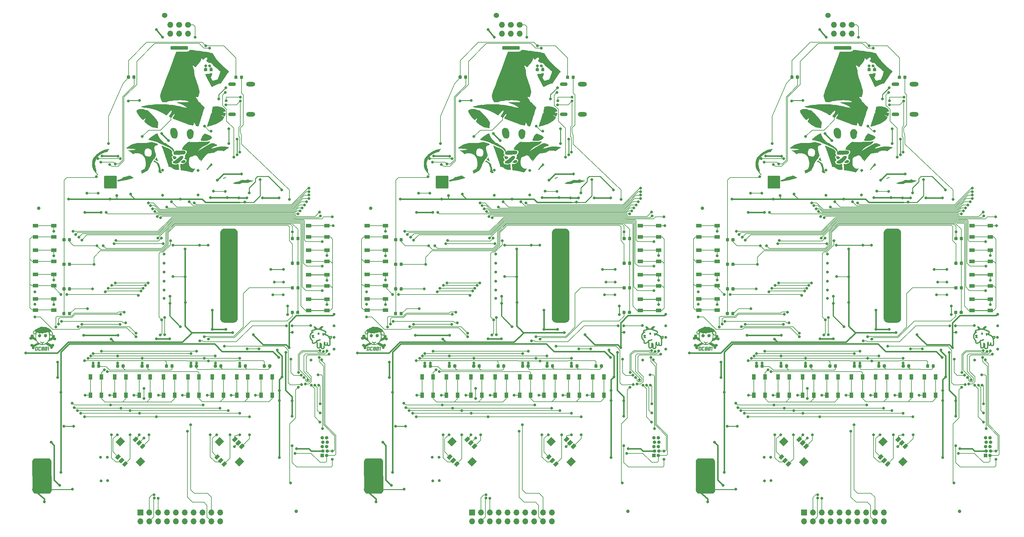
<source format=gtl>
%MOIN*%
%OFA0B0*%
%FSLAX46Y46*%
%IPPOS*%
%LPD*%
%ADD10C,0.00039370078740157485*%
%ADD11C,0.0039370078740157488*%
%ADD12C,0.066929133858267723*%
%ADD13O,0.066929133858267723X0.066929133858267723*%
%ADD14C,0.060000000000000005*%
%ADD15C,0.03937007874015748*%
%ADD16C,0.01968503937007874*%
%ADD17R,0.0610236220472441X0.03937007874015748*%
%ADD18R,0.03937007874015748X0.0610236220472441*%
%ADD19R,0.03937007874015748X0.03937007874015748*%
%ADD20O,0.03937007874015748X0.03937007874015748*%
%ADD21O,0.10236220472440946X0.051181102362204731*%
%ADD22O,0.086614173228346469X0.043307086614173235*%
%ADD23R,0.066929133858267723X0.066929133858267723*%
%ADD24C,0.031496062992125991*%
%ADD25C,0.01*%
%ADD26C,0.007000000000000001*%
%ADD27C,0.015000000000000001*%
%ADD28C,0.0090000000000000011*%
%ADD29C,0.008*%
%ADD30C,0.012000000000000002*%
%ADD31C,0.00984251968503937*%
%ADD32C,0.006000000000000001*%
%ADD43C,0.00039370078740157485*%
%ADD44C,0.0039370078740157488*%
%ADD45C,0.066929133858267723*%
%ADD46O,0.066929133858267723X0.066929133858267723*%
%ADD47C,0.060000000000000005*%
%ADD48C,0.03937007874015748*%
%ADD49C,0.01968503937007874*%
%ADD50R,0.0610236220472441X0.03937007874015748*%
%ADD51R,0.03937007874015748X0.0610236220472441*%
%ADD52R,0.03937007874015748X0.03937007874015748*%
%ADD53O,0.03937007874015748X0.03937007874015748*%
%ADD54O,0.10236220472440946X0.051181102362204731*%
%ADD55O,0.086614173228346469X0.043307086614173235*%
%ADD56R,0.066929133858267723X0.066929133858267723*%
%ADD57C,0.031496062992125991*%
%ADD58C,0.01*%
%ADD59C,0.007000000000000001*%
%ADD60C,0.015000000000000001*%
%ADD61C,0.0090000000000000011*%
%ADD62C,0.008*%
%ADD63C,0.012000000000000002*%
%ADD64C,0.00984251968503937*%
%ADD65C,0.006000000000000001*%
%ADD66C,0.00039370078740157485*%
%ADD67C,0.0039370078740157488*%
%ADD68C,0.066929133858267723*%
%ADD69O,0.066929133858267723X0.066929133858267723*%
%ADD70C,0.060000000000000005*%
%ADD71C,0.03937007874015748*%
%ADD72C,0.01968503937007874*%
%ADD73R,0.0610236220472441X0.03937007874015748*%
%ADD74R,0.03937007874015748X0.0610236220472441*%
%ADD75R,0.03937007874015748X0.03937007874015748*%
%ADD76O,0.03937007874015748X0.03937007874015748*%
%ADD77O,0.10236220472440946X0.051181102362204731*%
%ADD78O,0.086614173228346469X0.043307086614173235*%
%ADD79R,0.066929133858267723X0.066929133858267723*%
%ADD80C,0.031496062992125991*%
%ADD81C,0.01*%
%ADD82C,0.007000000000000001*%
%ADD83C,0.015000000000000001*%
%ADD84C,0.0090000000000000011*%
%ADD85C,0.008*%
%ADD86C,0.012000000000000002*%
%ADD87C,0.00984251968503937*%
%ADD88C,0.006000000000000001*%
D10*
G36*
X0003774405Y0002667499D02*
G01*
X0003776326Y0002666708D01*
X0003778959Y0002664618D01*
X0003780634Y0002661572D01*
X0003781366Y0002657964D01*
X0003781175Y0002654189D01*
X0003780076Y0002650641D01*
X0003778087Y0002647715D01*
X0003775422Y0002645885D01*
X0003772388Y0002644893D01*
X0003769969Y0002644933D01*
X0003767446Y0002646035D01*
X0003767081Y0002646253D01*
X0003764075Y0002648724D01*
X0003762344Y0002651851D01*
X0003761712Y0002655982D01*
X0003761700Y0002656752D01*
X0003761830Y0002659642D01*
X0003762421Y0002661668D01*
X0003763774Y0002663625D01*
X0003764714Y0002664698D01*
X0003767673Y0002667174D01*
X0003770817Y0002668093D01*
X0003774405Y0002667499D01*
G37*
X0003774405Y0002667499D02*
X0003776326Y0002666708D01*
X0003778959Y0002664618D01*
X0003780634Y0002661572D01*
X0003781366Y0002657964D01*
X0003781175Y0002654189D01*
X0003780076Y0002650641D01*
X0003778087Y0002647715D01*
X0003775422Y0002645885D01*
X0003772388Y0002644893D01*
X0003769969Y0002644933D01*
X0003767446Y0002646035D01*
X0003767081Y0002646253D01*
X0003764075Y0002648724D01*
X0003762344Y0002651851D01*
X0003761712Y0002655982D01*
X0003761700Y0002656752D01*
X0003761830Y0002659642D01*
X0003762421Y0002661668D01*
X0003763774Y0002663625D01*
X0003764714Y0002664698D01*
X0003767673Y0002667174D01*
X0003770817Y0002668093D01*
X0003774405Y0002667499D01*
G36*
X0003712318Y0002641156D02*
G01*
X0003716434Y0002639814D01*
X0003719202Y0002637626D01*
X0003720570Y0002634632D01*
X0003720517Y0002631014D01*
X0003719452Y0002628464D01*
X0003717514Y0002626102D01*
X0003715196Y0002624413D01*
X0003713248Y0002623867D01*
X0003712058Y0002623515D01*
X0003711802Y0002622161D01*
X0003711853Y0002621605D01*
X0003712338Y0002620136D01*
X0003713629Y0002618755D01*
X0003716044Y0002617153D01*
X0003717105Y0002616545D01*
X0003720168Y0002614748D01*
X0003722029Y0002613358D01*
X0003722982Y0002612048D01*
X0003723323Y0002610489D01*
X0003723354Y0002609558D01*
X0003722765Y0002607573D01*
X0003721002Y0002606721D01*
X0003718120Y0002607006D01*
X0003714170Y0002608432D01*
X0003713398Y0002608787D01*
X0003708136Y0002611276D01*
X0003705474Y0002609245D01*
X0003702399Y0002607371D01*
X0003699691Y0002606603D01*
X0003697636Y0002606985D01*
X0003696777Y0002607890D01*
X0003696006Y0002609972D01*
X0003696214Y0002611917D01*
X0003697533Y0002614087D01*
X0003700034Y0002616784D01*
X0003702111Y0002618972D01*
X0003703604Y0002620817D01*
X0003704200Y0002621929D01*
X0003704200Y0002621949D01*
X0003703502Y0002622928D01*
X0003701774Y0002624009D01*
X0003701278Y0002624232D01*
X0003697858Y0002626299D01*
X0003695423Y0002629068D01*
X0003694276Y0002632166D01*
X0003694227Y0002632880D01*
X0003694799Y0002636427D01*
X0003696629Y0002639024D01*
X0003699775Y0002640709D01*
X0003704291Y0002641521D01*
X0003706905Y0002641612D01*
X0003712318Y0002641156D01*
G37*
X0003712318Y0002641156D02*
X0003716434Y0002639814D01*
X0003719202Y0002637626D01*
X0003720570Y0002634632D01*
X0003720517Y0002631014D01*
X0003719452Y0002628464D01*
X0003717514Y0002626102D01*
X0003715196Y0002624413D01*
X0003713248Y0002623867D01*
X0003712058Y0002623515D01*
X0003711802Y0002622161D01*
X0003711853Y0002621605D01*
X0003712338Y0002620136D01*
X0003713629Y0002618755D01*
X0003716044Y0002617153D01*
X0003717105Y0002616545D01*
X0003720168Y0002614748D01*
X0003722029Y0002613358D01*
X0003722982Y0002612048D01*
X0003723323Y0002610489D01*
X0003723354Y0002609558D01*
X0003722765Y0002607573D01*
X0003721002Y0002606721D01*
X0003718120Y0002607006D01*
X0003714170Y0002608432D01*
X0003713398Y0002608787D01*
X0003708136Y0002611276D01*
X0003705474Y0002609245D01*
X0003702399Y0002607371D01*
X0003699691Y0002606603D01*
X0003697636Y0002606985D01*
X0003696777Y0002607890D01*
X0003696006Y0002609972D01*
X0003696214Y0002611917D01*
X0003697533Y0002614087D01*
X0003700034Y0002616784D01*
X0003702111Y0002618972D01*
X0003703604Y0002620817D01*
X0003704200Y0002621929D01*
X0003704200Y0002621949D01*
X0003703502Y0002622928D01*
X0003701774Y0002624009D01*
X0003701278Y0002624232D01*
X0003697858Y0002626299D01*
X0003695423Y0002629068D01*
X0003694276Y0002632166D01*
X0003694227Y0002632880D01*
X0003694799Y0002636427D01*
X0003696629Y0002639024D01*
X0003699775Y0002640709D01*
X0003704291Y0002641521D01*
X0003706905Y0002641612D01*
X0003712318Y0002641156D01*
G36*
X0000694853Y0002649840D02*
G01*
X0000699260Y0002648676D01*
X0000703143Y0002646355D01*
X0000706170Y0002642879D01*
X0000706322Y0002642626D01*
X0000708403Y0002637616D01*
X0000708929Y0002632537D01*
X0000707917Y0002627641D01*
X0000705389Y0002623185D01*
X0000704803Y0002622482D01*
X0000702584Y0002620371D01*
X0000700199Y0002618700D01*
X0000699448Y0002618326D01*
X0000695379Y0002617343D01*
X0000690724Y0002617320D01*
X0000686239Y0002618222D01*
X0000684340Y0002618988D01*
X0000681145Y0002621194D01*
X0000678540Y0002624086D01*
X0000678507Y0002624135D01*
X0000677276Y0002626268D01*
X0000676598Y0002628380D01*
X0000676321Y0002631110D01*
X0000676284Y0002633450D01*
X0000676382Y0002636884D01*
X0000676784Y0002639303D01*
X0000677644Y0002641352D01*
X0000678576Y0002642870D01*
X0000681782Y0002646362D01*
X0000685784Y0002648686D01*
X0000690251Y0002649845D01*
X0000694853Y0002649840D01*
G37*
X0000694853Y0002649840D02*
X0000699260Y0002648676D01*
X0000703143Y0002646355D01*
X0000706170Y0002642879D01*
X0000706322Y0002642626D01*
X0000708403Y0002637616D01*
X0000708929Y0002632537D01*
X0000707917Y0002627641D01*
X0000705389Y0002623185D01*
X0000704803Y0002622482D01*
X0000702584Y0002620371D01*
X0000700199Y0002618700D01*
X0000699448Y0002618326D01*
X0000695379Y0002617343D01*
X0000690724Y0002617320D01*
X0000686239Y0002618222D01*
X0000684340Y0002618988D01*
X0000681145Y0002621194D01*
X0000678540Y0002624086D01*
X0000678507Y0002624135D01*
X0000677276Y0002626268D01*
X0000676598Y0002628380D01*
X0000676321Y0002631110D01*
X0000676284Y0002633450D01*
X0000676382Y0002636884D01*
X0000676784Y0002639303D01*
X0000677644Y0002641352D01*
X0000678576Y0002642870D01*
X0000681782Y0002646362D01*
X0000685784Y0002648686D01*
X0000690251Y0002649845D01*
X0000694853Y0002649840D01*
G36*
X0000630582Y0002649265D02*
G01*
X0000634881Y0002647309D01*
X0000637160Y0002645492D01*
X0000639725Y0002642327D01*
X0000641172Y0002638702D01*
X0000641631Y0002634207D01*
X0000641551Y0002631801D01*
X0000640574Y0002626739D01*
X0000638316Y0002622714D01*
X0000634712Y0002619623D01*
X0000633352Y0002618859D01*
X0000629854Y0002617705D01*
X0000625697Y0002617246D01*
X0000621579Y0002617495D01*
X0000618197Y0002618464D01*
X0000617950Y0002618588D01*
X0000614518Y0002620794D01*
X0000612106Y0002623440D01*
X0000610778Y0002625709D01*
X0000609617Y0002629345D01*
X0000609224Y0002633700D01*
X0000609611Y0002638009D01*
X0000610559Y0002641062D01*
X0000613239Y0002644912D01*
X0000616920Y0002647713D01*
X0000621263Y0002649410D01*
X0000625930Y0002649946D01*
X0000630582Y0002649265D01*
G37*
X0000630582Y0002649265D02*
X0000634881Y0002647309D01*
X0000637160Y0002645492D01*
X0000639725Y0002642327D01*
X0000641172Y0002638702D01*
X0000641631Y0002634207D01*
X0000641551Y0002631801D01*
X0000640574Y0002626739D01*
X0000638316Y0002622714D01*
X0000634712Y0002619623D01*
X0000633352Y0002618859D01*
X0000629854Y0002617705D01*
X0000625697Y0002617246D01*
X0000621579Y0002617495D01*
X0000618197Y0002618464D01*
X0000617950Y0002618588D01*
X0000614518Y0002620794D01*
X0000612106Y0002623440D01*
X0000610778Y0002625709D01*
X0000609617Y0002629345D01*
X0000609224Y0002633700D01*
X0000609611Y0002638009D01*
X0000610559Y0002641062D01*
X0000613239Y0002644912D01*
X0000616920Y0002647713D01*
X0000621263Y0002649410D01*
X0000625930Y0002649946D01*
X0000630582Y0002649265D01*
G36*
X0002635471Y0005218571D02*
G01*
X0002650468Y0005216717D01*
X0002664534Y0005213656D01*
X0002677594Y0005209408D01*
X0002689577Y0005203993D01*
X0002700408Y0005197430D01*
X0002700865Y0005197109D01*
X0002707663Y0005191824D01*
X0002712903Y0005186611D01*
X0002716680Y0005181328D01*
X0002719089Y0005175833D01*
X0002720224Y0005169981D01*
X0002720339Y0005167786D01*
X0002720450Y0005161784D01*
X0002712500Y0005161784D01*
X0002708658Y0005161741D01*
X0002705878Y0005161523D01*
X0002703556Y0005160997D01*
X0002701086Y0005160029D01*
X0002698078Y0005158590D01*
X0002695206Y0005157051D01*
X0002693068Y0005155672D01*
X0002691988Y0005154673D01*
X0002691927Y0005154423D01*
X0002692919Y0005153407D01*
X0002695112Y0005152075D01*
X0002698115Y0005150609D01*
X0002701541Y0005149193D01*
X0002705000Y0005148012D01*
X0002706259Y0005147658D01*
X0002709965Y0005146917D01*
X0002713957Y0005146450D01*
X0002715945Y0005146367D01*
X0002718676Y0005146292D01*
X0002720187Y0005145962D01*
X0002720920Y0005145217D01*
X0002721175Y0005144492D01*
X0002721652Y0005141046D01*
X0002721337Y0005136909D01*
X0002720200Y0005131728D01*
X0002720041Y0005131141D01*
X0002718979Y0005127267D01*
X0002717871Y0005123191D01*
X0002717065Y0005120202D01*
X0002715318Y0005115525D01*
X0002713005Y0005112413D01*
X0002710135Y0005110869D01*
X0002706717Y0005110897D01*
X0002702761Y0005112502D01*
X0002701324Y0005113387D01*
X0002697376Y0005115690D01*
X0002692623Y0005117967D01*
X0002687427Y0005120094D01*
X0002682152Y0005121946D01*
X0002677160Y0005123400D01*
X0002672813Y0005124329D01*
X0002669473Y0005124609D01*
X0002668845Y0005124564D01*
X0002668120Y0005124376D01*
X0002668001Y0005123962D01*
X0002668633Y0005123195D01*
X0002670161Y0005121947D01*
X0002672730Y0005120091D01*
X0002676486Y0005117502D01*
X0002678468Y0005116154D01*
X0002683279Y0005113005D01*
X0002688083Y0005110066D01*
X0002692483Y0005107568D01*
X0002696083Y0005105742D01*
X0002697117Y0005105290D01*
X0002703784Y0005102555D01*
X0002704037Y0005098632D01*
X0002703968Y0005095609D01*
X0002703131Y0005093271D01*
X0002702288Y0005091996D01*
X0002701000Y0005090105D01*
X0002699170Y0005087234D01*
X0002697090Y0005083844D01*
X0002695861Y0005081784D01*
X0002692651Y0005076544D01*
X0002689768Y0005072401D01*
X0002686841Y0005068938D01*
X0002683502Y0005065739D01*
X0002679379Y0005062386D01*
X0002677174Y0005060719D01*
X0002671182Y0005056371D01*
X0002664778Y0005051926D01*
X0002658134Y0005047487D01*
X0002651425Y0005043160D01*
X0002644825Y0005039047D01*
X0002638508Y0005035254D01*
X0002632649Y0005031884D01*
X0002627420Y0005029041D01*
X0002622996Y0005026831D01*
X0002619552Y0005025355D01*
X0002617261Y0005024720D01*
X0002616973Y0005024703D01*
X0002614109Y0005024020D01*
X0002611852Y0005022617D01*
X0002609664Y0005021233D01*
X0002607517Y0005020549D01*
X0002607236Y0005020534D01*
X0002605260Y0005020229D01*
X0002602509Y0005019448D01*
X0002600689Y0005018791D01*
X0002595893Y0005016969D01*
X0002590205Y0005014930D01*
X0002583893Y0005012759D01*
X0002577229Y0005010542D01*
X0002570480Y0005008365D01*
X0002563918Y0005006311D01*
X0002557811Y0005004469D01*
X0002552429Y0005002921D01*
X0002548041Y0005001756D01*
X0002544917Y0005001056D01*
X0002544617Y0005001004D01*
X0002540317Y0005000191D01*
X0002535140Y0004999059D01*
X0002529802Y0004997772D01*
X0002525912Y0004996745D01*
X0002521982Y0004995666D01*
X0002518648Y0004994771D01*
X0002516228Y0004994145D01*
X0002515044Y0004993872D01*
X0002514992Y0004993867D01*
X0002515060Y0004994612D01*
X0002515595Y0004996674D01*
X0002516520Y0004999795D01*
X0002517761Y0005003717D01*
X0002518841Y0005006992D01*
X0002520913Y0005013201D01*
X0002523202Y0005020100D01*
X0002525652Y0005027523D01*
X0002528210Y0005035302D01*
X0002530821Y0005043273D01*
X0002533433Y0005051267D01*
X0002535991Y0005059119D01*
X0002538440Y0005066663D01*
X0002540726Y0005073732D01*
X0002542797Y0005080160D01*
X0002544597Y0005085780D01*
X0002546072Y0005090426D01*
X0002547169Y0005093931D01*
X0002547834Y0005096130D01*
X0002548009Y0005096784D01*
X0002549077Y0005101062D01*
X0002550700Y0005106281D01*
X0002552701Y0005111886D01*
X0002553138Y0005113023D01*
X0002554353Y0005116565D01*
X0002555599Y0005120880D01*
X0002556626Y0005125096D01*
X0002556716Y0005125523D01*
X0002558476Y0005132015D01*
X0002560801Y0005137445D01*
X0002563583Y0005141593D01*
X0002565562Y0005143479D01*
X0002567706Y0005145473D01*
X0002569400Y0005147652D01*
X0002569618Y0005148035D01*
X0002570421Y0005150728D01*
X0002570759Y0005154373D01*
X0002570629Y0005158321D01*
X0002570028Y0005161923D01*
X0002569689Y0005163030D01*
X0002569149Y0005164992D01*
X0002569179Y0005166854D01*
X0002569829Y0005169302D01*
X0002570224Y0005170459D01*
X0002571244Y0005173935D01*
X0002572032Y0005177634D01*
X0002572255Y0005179212D01*
X0002572833Y0005182608D01*
X0002573785Y0005186332D01*
X0002574283Y0005187857D01*
X0002575209Y0005191119D01*
X0002575779Y0005194452D01*
X0002575867Y0005195877D01*
X0002576172Y0005199102D01*
X0002576926Y0005202449D01*
X0002577117Y0005203034D01*
X0002577919Y0005206226D01*
X0002578346Y0005209717D01*
X0002578367Y0005210497D01*
X0002578367Y0005214416D01*
X0002584825Y0005215786D01*
X0002591139Y0005217054D01*
X0002596673Y0005217976D01*
X0002601936Y0005218601D01*
X0002607435Y0005218979D01*
X0002613680Y0005219160D01*
X0002619617Y0005219197D01*
X0002635471Y0005218571D01*
G37*
X0002635471Y0005218571D02*
X0002650468Y0005216717D01*
X0002664534Y0005213656D01*
X0002677594Y0005209408D01*
X0002689577Y0005203993D01*
X0002700408Y0005197430D01*
X0002700865Y0005197109D01*
X0002707663Y0005191824D01*
X0002712903Y0005186611D01*
X0002716680Y0005181328D01*
X0002719089Y0005175833D01*
X0002720224Y0005169981D01*
X0002720339Y0005167786D01*
X0002720450Y0005161784D01*
X0002712500Y0005161784D01*
X0002708658Y0005161741D01*
X0002705878Y0005161523D01*
X0002703556Y0005160997D01*
X0002701086Y0005160029D01*
X0002698078Y0005158590D01*
X0002695206Y0005157051D01*
X0002693068Y0005155672D01*
X0002691988Y0005154673D01*
X0002691927Y0005154423D01*
X0002692919Y0005153407D01*
X0002695112Y0005152075D01*
X0002698115Y0005150609D01*
X0002701541Y0005149193D01*
X0002705000Y0005148012D01*
X0002706259Y0005147658D01*
X0002709965Y0005146917D01*
X0002713957Y0005146450D01*
X0002715945Y0005146367D01*
X0002718676Y0005146292D01*
X0002720187Y0005145962D01*
X0002720920Y0005145217D01*
X0002721175Y0005144492D01*
X0002721652Y0005141046D01*
X0002721337Y0005136909D01*
X0002720200Y0005131728D01*
X0002720041Y0005131141D01*
X0002718979Y0005127267D01*
X0002717871Y0005123191D01*
X0002717065Y0005120202D01*
X0002715318Y0005115525D01*
X0002713005Y0005112413D01*
X0002710135Y0005110869D01*
X0002706717Y0005110897D01*
X0002702761Y0005112502D01*
X0002701324Y0005113387D01*
X0002697376Y0005115690D01*
X0002692623Y0005117967D01*
X0002687427Y0005120094D01*
X0002682152Y0005121946D01*
X0002677160Y0005123400D01*
X0002672813Y0005124329D01*
X0002669473Y0005124609D01*
X0002668845Y0005124564D01*
X0002668120Y0005124376D01*
X0002668001Y0005123962D01*
X0002668633Y0005123195D01*
X0002670161Y0005121947D01*
X0002672730Y0005120091D01*
X0002676486Y0005117502D01*
X0002678468Y0005116154D01*
X0002683279Y0005113005D01*
X0002688083Y0005110066D01*
X0002692483Y0005107568D01*
X0002696083Y0005105742D01*
X0002697117Y0005105290D01*
X0002703784Y0005102555D01*
X0002704037Y0005098632D01*
X0002703968Y0005095609D01*
X0002703131Y0005093271D01*
X0002702288Y0005091996D01*
X0002701000Y0005090105D01*
X0002699170Y0005087234D01*
X0002697090Y0005083844D01*
X0002695861Y0005081784D01*
X0002692651Y0005076544D01*
X0002689768Y0005072401D01*
X0002686841Y0005068938D01*
X0002683502Y0005065739D01*
X0002679379Y0005062386D01*
X0002677174Y0005060719D01*
X0002671182Y0005056371D01*
X0002664778Y0005051926D01*
X0002658134Y0005047487D01*
X0002651425Y0005043160D01*
X0002644825Y0005039047D01*
X0002638508Y0005035254D01*
X0002632649Y0005031884D01*
X0002627420Y0005029041D01*
X0002622996Y0005026831D01*
X0002619552Y0005025355D01*
X0002617261Y0005024720D01*
X0002616973Y0005024703D01*
X0002614109Y0005024020D01*
X0002611852Y0005022617D01*
X0002609664Y0005021233D01*
X0002607517Y0005020549D01*
X0002607236Y0005020534D01*
X0002605260Y0005020229D01*
X0002602509Y0005019448D01*
X0002600689Y0005018791D01*
X0002595893Y0005016969D01*
X0002590205Y0005014930D01*
X0002583893Y0005012759D01*
X0002577229Y0005010542D01*
X0002570480Y0005008365D01*
X0002563918Y0005006311D01*
X0002557811Y0005004469D01*
X0002552429Y0005002921D01*
X0002548041Y0005001756D01*
X0002544917Y0005001056D01*
X0002544617Y0005001004D01*
X0002540317Y0005000191D01*
X0002535140Y0004999059D01*
X0002529802Y0004997772D01*
X0002525912Y0004996745D01*
X0002521982Y0004995666D01*
X0002518648Y0004994771D01*
X0002516228Y0004994145D01*
X0002515044Y0004993872D01*
X0002514992Y0004993867D01*
X0002515060Y0004994612D01*
X0002515595Y0004996674D01*
X0002516520Y0004999795D01*
X0002517761Y0005003717D01*
X0002518841Y0005006992D01*
X0002520913Y0005013201D01*
X0002523202Y0005020100D01*
X0002525652Y0005027523D01*
X0002528210Y0005035302D01*
X0002530821Y0005043273D01*
X0002533433Y0005051267D01*
X0002535991Y0005059119D01*
X0002538440Y0005066663D01*
X0002540726Y0005073732D01*
X0002542797Y0005080160D01*
X0002544597Y0005085780D01*
X0002546072Y0005090426D01*
X0002547169Y0005093931D01*
X0002547834Y0005096130D01*
X0002548009Y0005096784D01*
X0002549077Y0005101062D01*
X0002550700Y0005106281D01*
X0002552701Y0005111886D01*
X0002553138Y0005113023D01*
X0002554353Y0005116565D01*
X0002555599Y0005120880D01*
X0002556626Y0005125096D01*
X0002556716Y0005125523D01*
X0002558476Y0005132015D01*
X0002560801Y0005137445D01*
X0002563583Y0005141593D01*
X0002565562Y0005143479D01*
X0002567706Y0005145473D01*
X0002569400Y0005147652D01*
X0002569618Y0005148035D01*
X0002570421Y0005150728D01*
X0002570759Y0005154373D01*
X0002570629Y0005158321D01*
X0002570028Y0005161923D01*
X0002569689Y0005163030D01*
X0002569149Y0005164992D01*
X0002569179Y0005166854D01*
X0002569829Y0005169302D01*
X0002570224Y0005170459D01*
X0002571244Y0005173935D01*
X0002572032Y0005177634D01*
X0002572255Y0005179212D01*
X0002572833Y0005182608D01*
X0002573785Y0005186332D01*
X0002574283Y0005187857D01*
X0002575209Y0005191119D01*
X0002575779Y0005194452D01*
X0002575867Y0005195877D01*
X0002576172Y0005199102D01*
X0002576926Y0005202449D01*
X0002577117Y0005203034D01*
X0002577919Y0005206226D01*
X0002578346Y0005209717D01*
X0002578367Y0005210497D01*
X0002578367Y0005214416D01*
X0002584825Y0005215786D01*
X0002591139Y0005217054D01*
X0002596673Y0005217976D01*
X0002601936Y0005218601D01*
X0002607435Y0005218979D01*
X0002613680Y0005219160D01*
X0002619617Y0005219197D01*
X0002635471Y0005218571D01*
G36*
X0001767417Y0005191077D02*
G01*
X0001770627Y0005190929D01*
X0001781533Y0005190073D01*
X0001791095Y0005188752D01*
X0001799587Y0005186905D01*
X0001807280Y0005184473D01*
X0001814450Y0005181396D01*
X0001814663Y0005181292D01*
X0001818000Y0005179745D01*
X0001820994Y0005178640D01*
X0001824198Y0005177826D01*
X0001828162Y0005177150D01*
X0001831330Y0005176723D01*
X0001837130Y0005175948D01*
X0001841595Y0005175177D01*
X0001845048Y0005174240D01*
X0001847811Y0005172963D01*
X0001850207Y0005171175D01*
X0001852558Y0005168704D01*
X0001855187Y0005165376D01*
X0001856906Y0005163066D01*
X0001858530Y0005161202D01*
X0001861140Y0005158586D01*
X0001864426Y0005155516D01*
X0001868076Y0005152286D01*
X0001869607Y0005150983D01*
X0001885700Y0005136464D01*
X0001901227Y0005120443D01*
X0001916100Y0005103014D01*
X0001922337Y0005095025D01*
X0001925654Y0005090755D01*
X0001929273Y0005086248D01*
X0001932780Y0005082013D01*
X0001935759Y0005078559D01*
X0001936026Y0005078260D01*
X0001939304Y0005074287D01*
X0001942934Y0005069343D01*
X0001946540Y0005063958D01*
X0001948671Y0005060511D01*
X0001951272Y0005056280D01*
X0001953934Y0005052193D01*
X0001956388Y0005048643D01*
X0001958369Y0005046025D01*
X0001958845Y0005045464D01*
X0001962534Y0005041311D01*
X0001962534Y0005033813D01*
X0001962277Y0005028065D01*
X0001961457Y0005023351D01*
X0001960878Y0005021400D01*
X0001960086Y0005018213D01*
X0001959341Y0005013615D01*
X0001958668Y0005007864D01*
X0001958093Y0005001215D01*
X0001957640Y0004993924D01*
X0001957336Y0004986249D01*
X0001957306Y0004985117D01*
X0001957117Y0004977617D01*
X0001952950Y0004977487D01*
X0001949717Y0004977653D01*
X0001946565Y0004978227D01*
X0001945633Y0004978515D01*
X0001943819Y0004978987D01*
X0001940673Y0004979603D01*
X0001936516Y0004980307D01*
X0001931671Y0004981045D01*
X0001926466Y0004981762D01*
X0001918022Y0004982980D01*
X0001910772Y0004984331D01*
X0001904247Y0004985960D01*
X0001897975Y0004988009D01*
X0001891484Y0004990624D01*
X0001884304Y0004993947D01*
X0001880691Y0004995728D01*
X0001875142Y0004998637D01*
X0001869149Y0005002015D01*
X0001862963Y0005005699D01*
X0001856838Y0005009524D01*
X0001851028Y0005013326D01*
X0001845784Y0005016941D01*
X0001841362Y0005020206D01*
X0001838013Y0005022955D01*
X0001836652Y0005024261D01*
X0001833826Y0005026998D01*
X0001830604Y0005029771D01*
X0001828784Y0005031174D01*
X0001822622Y0005035775D01*
X0001817772Y0005039768D01*
X0001814073Y0005043325D01*
X0001811362Y0005046617D01*
X0001809477Y0005049813D01*
X0001808368Y0005052701D01*
X0001807858Y0005054662D01*
X0001807880Y0005056110D01*
X0001808596Y0005057629D01*
X0001810167Y0005059802D01*
X0001810412Y0005060123D01*
X0001812556Y0005063183D01*
X0001814627Y0005066534D01*
X0001815524Y0005068180D01*
X0001816827Y0005071044D01*
X0001818262Y0005074661D01*
X0001819686Y0005078610D01*
X0001820957Y0005082470D01*
X0001821933Y0005085820D01*
X0001822472Y0005088241D01*
X0001822534Y0005088911D01*
X0001822408Y0005090206D01*
X0001821749Y0005090062D01*
X0001821075Y0005089491D01*
X0001819648Y0005088517D01*
X0001817189Y0005087115D01*
X0001814178Y0005085557D01*
X0001813535Y0005085242D01*
X0001809772Y0005083166D01*
X0001805838Y0005080597D01*
X0001802701Y0005078188D01*
X0001798378Y0005074657D01*
X0001794873Y0005072292D01*
X0001791961Y0005070963D01*
X0001789413Y0005070537D01*
X0001789368Y0005070537D01*
X0001788304Y0005070652D01*
X0001787151Y0005071101D01*
X0001785723Y0005072035D01*
X0001783834Y0005073604D01*
X0001781299Y0005075960D01*
X0001777931Y0005079253D01*
X0001774769Y0005082409D01*
X0001768967Y0005088387D01*
X0001764030Y0005093884D01*
X0001759502Y0005099436D01*
X0001754927Y0005105580D01*
X0001753882Y0005107046D01*
X0001748586Y0005114644D01*
X0001743442Y0005122245D01*
X0001738600Y0005129617D01*
X0001734208Y0005136529D01*
X0001730413Y0005142748D01*
X0001727364Y0005148042D01*
X0001725662Y0005151252D01*
X0001724000Y0005154688D01*
X0001722944Y0005157360D01*
X0001722335Y0005159905D01*
X0001722011Y0005162957D01*
X0001721843Y0005166311D01*
X0001721518Y0005174401D01*
X0001732234Y0005180719D01*
X0001736736Y0005183325D01*
X0001740297Y0005185226D01*
X0001743379Y0005186619D01*
X0001746445Y0005187701D01*
X0001749955Y0005188666D01*
X0001752294Y0005189231D01*
X0001756820Y0005190234D01*
X0001760408Y0005190835D01*
X0001763719Y0005191095D01*
X0001767417Y0005191077D01*
G37*
X0001767417Y0005191077D02*
X0001770627Y0005190929D01*
X0001781533Y0005190073D01*
X0001791095Y0005188752D01*
X0001799587Y0005186905D01*
X0001807280Y0005184473D01*
X0001814450Y0005181396D01*
X0001814663Y0005181292D01*
X0001818000Y0005179745D01*
X0001820994Y0005178640D01*
X0001824198Y0005177826D01*
X0001828162Y0005177150D01*
X0001831330Y0005176723D01*
X0001837130Y0005175948D01*
X0001841595Y0005175177D01*
X0001845048Y0005174240D01*
X0001847811Y0005172963D01*
X0001850207Y0005171175D01*
X0001852558Y0005168704D01*
X0001855187Y0005165376D01*
X0001856906Y0005163066D01*
X0001858530Y0005161202D01*
X0001861140Y0005158586D01*
X0001864426Y0005155516D01*
X0001868076Y0005152286D01*
X0001869607Y0005150983D01*
X0001885700Y0005136464D01*
X0001901227Y0005120443D01*
X0001916100Y0005103014D01*
X0001922337Y0005095025D01*
X0001925654Y0005090755D01*
X0001929273Y0005086248D01*
X0001932780Y0005082013D01*
X0001935759Y0005078559D01*
X0001936026Y0005078260D01*
X0001939304Y0005074287D01*
X0001942934Y0005069343D01*
X0001946540Y0005063958D01*
X0001948671Y0005060511D01*
X0001951272Y0005056280D01*
X0001953934Y0005052193D01*
X0001956388Y0005048643D01*
X0001958369Y0005046025D01*
X0001958845Y0005045464D01*
X0001962534Y0005041311D01*
X0001962534Y0005033813D01*
X0001962277Y0005028065D01*
X0001961457Y0005023351D01*
X0001960878Y0005021400D01*
X0001960086Y0005018213D01*
X0001959341Y0005013615D01*
X0001958668Y0005007864D01*
X0001958093Y0005001215D01*
X0001957640Y0004993924D01*
X0001957336Y0004986249D01*
X0001957306Y0004985117D01*
X0001957117Y0004977617D01*
X0001952950Y0004977487D01*
X0001949717Y0004977653D01*
X0001946565Y0004978227D01*
X0001945633Y0004978515D01*
X0001943819Y0004978987D01*
X0001940673Y0004979603D01*
X0001936516Y0004980307D01*
X0001931671Y0004981045D01*
X0001926466Y0004981762D01*
X0001918022Y0004982980D01*
X0001910772Y0004984331D01*
X0001904247Y0004985960D01*
X0001897975Y0004988009D01*
X0001891484Y0004990624D01*
X0001884304Y0004993947D01*
X0001880691Y0004995728D01*
X0001875142Y0004998637D01*
X0001869149Y0005002015D01*
X0001862963Y0005005699D01*
X0001856838Y0005009524D01*
X0001851028Y0005013326D01*
X0001845784Y0005016941D01*
X0001841362Y0005020206D01*
X0001838013Y0005022955D01*
X0001836652Y0005024261D01*
X0001833826Y0005026998D01*
X0001830604Y0005029771D01*
X0001828784Y0005031174D01*
X0001822622Y0005035775D01*
X0001817772Y0005039768D01*
X0001814073Y0005043325D01*
X0001811362Y0005046617D01*
X0001809477Y0005049813D01*
X0001808368Y0005052701D01*
X0001807858Y0005054662D01*
X0001807880Y0005056110D01*
X0001808596Y0005057629D01*
X0001810167Y0005059802D01*
X0001810412Y0005060123D01*
X0001812556Y0005063183D01*
X0001814627Y0005066534D01*
X0001815524Y0005068180D01*
X0001816827Y0005071044D01*
X0001818262Y0005074661D01*
X0001819686Y0005078610D01*
X0001820957Y0005082470D01*
X0001821933Y0005085820D01*
X0001822472Y0005088241D01*
X0001822534Y0005088911D01*
X0001822408Y0005090206D01*
X0001821749Y0005090062D01*
X0001821075Y0005089491D01*
X0001819648Y0005088517D01*
X0001817189Y0005087115D01*
X0001814178Y0005085557D01*
X0001813535Y0005085242D01*
X0001809772Y0005083166D01*
X0001805838Y0005080597D01*
X0001802701Y0005078188D01*
X0001798378Y0005074657D01*
X0001794873Y0005072292D01*
X0001791961Y0005070963D01*
X0001789413Y0005070537D01*
X0001789368Y0005070537D01*
X0001788304Y0005070652D01*
X0001787151Y0005071101D01*
X0001785723Y0005072035D01*
X0001783834Y0005073604D01*
X0001781299Y0005075960D01*
X0001777931Y0005079253D01*
X0001774769Y0005082409D01*
X0001768967Y0005088387D01*
X0001764030Y0005093884D01*
X0001759502Y0005099436D01*
X0001754927Y0005105580D01*
X0001753882Y0005107046D01*
X0001748586Y0005114644D01*
X0001743442Y0005122245D01*
X0001738600Y0005129617D01*
X0001734208Y0005136529D01*
X0001730413Y0005142748D01*
X0001727364Y0005148042D01*
X0001725662Y0005151252D01*
X0001724000Y0005154688D01*
X0001722944Y0005157360D01*
X0001722335Y0005159905D01*
X0001722011Y0005162957D01*
X0001721843Y0005166311D01*
X0001721518Y0005174401D01*
X0001732234Y0005180719D01*
X0001736736Y0005183325D01*
X0001740297Y0005185226D01*
X0001743379Y0005186619D01*
X0001746445Y0005187701D01*
X0001749955Y0005188666D01*
X0001752294Y0005189231D01*
X0001756820Y0005190234D01*
X0001760408Y0005190835D01*
X0001763719Y0005191095D01*
X0001767417Y0005191077D01*
G36*
X0002138692Y0004975211D02*
G01*
X0002145190Y0004974189D01*
X0002151340Y0004972591D01*
X0002156688Y0004970470D01*
X0002157670Y0004969962D01*
X0002162969Y0004966173D01*
X0002167743Y0004960944D01*
X0002171925Y0004954437D01*
X0002175451Y0004946813D01*
X0002178253Y0004938236D01*
X0002180264Y0004928866D01*
X0002181420Y0004918866D01*
X0002181684Y0004911332D01*
X0002181505Y0004905034D01*
X0002180987Y0004898219D01*
X0002180192Y0004891376D01*
X0002179181Y0004884995D01*
X0002178015Y0004879564D01*
X0002177443Y0004877520D01*
X0002175044Y0004871891D01*
X0002171688Y0004867586D01*
X0002167273Y0004864499D01*
X0002163645Y0004863051D01*
X0002156994Y0004861553D01*
X0002149974Y0004860935D01*
X0002143263Y0004861234D01*
X0002140034Y0004861784D01*
X0002131991Y0004864356D01*
X0002124946Y0004868186D01*
X0002118991Y0004873206D01*
X0002114223Y0004879344D01*
X0002112729Y0004881980D01*
X0002107445Y0004894042D01*
X0002103596Y0004906947D01*
X0002101183Y0004920690D01*
X0002100273Y0004932744D01*
X0002100120Y0004937979D01*
X0002100081Y0004941913D01*
X0002100179Y0004944907D01*
X0002100440Y0004947324D01*
X0002100887Y0004949526D01*
X0002101545Y0004951876D01*
X0002101560Y0004951928D01*
X0002104182Y0004958237D01*
X0002107922Y0004963965D01*
X0002112519Y0004968819D01*
X0002117713Y0004972511D01*
X0002121640Y0004974275D01*
X0002126463Y0004975308D01*
X0002132298Y0004975602D01*
X0002138692Y0004975211D01*
G37*
X0002138692Y0004975211D02*
X0002145190Y0004974189D01*
X0002151340Y0004972591D01*
X0002156688Y0004970470D01*
X0002157670Y0004969962D01*
X0002162969Y0004966173D01*
X0002167743Y0004960944D01*
X0002171925Y0004954437D01*
X0002175451Y0004946813D01*
X0002178253Y0004938236D01*
X0002180264Y0004928866D01*
X0002181420Y0004918866D01*
X0002181684Y0004911332D01*
X0002181505Y0004905034D01*
X0002180987Y0004898219D01*
X0002180192Y0004891376D01*
X0002179181Y0004884995D01*
X0002178015Y0004879564D01*
X0002177443Y0004877520D01*
X0002175044Y0004871891D01*
X0002171688Y0004867586D01*
X0002167273Y0004864499D01*
X0002163645Y0004863051D01*
X0002156994Y0004861553D01*
X0002149974Y0004860935D01*
X0002143263Y0004861234D01*
X0002140034Y0004861784D01*
X0002131991Y0004864356D01*
X0002124946Y0004868186D01*
X0002118991Y0004873206D01*
X0002114223Y0004879344D01*
X0002112729Y0004881980D01*
X0002107445Y0004894042D01*
X0002103596Y0004906947D01*
X0002101183Y0004920690D01*
X0002100273Y0004932744D01*
X0002100120Y0004937979D01*
X0002100081Y0004941913D01*
X0002100179Y0004944907D01*
X0002100440Y0004947324D01*
X0002100887Y0004949526D01*
X0002101545Y0004951876D01*
X0002101560Y0004951928D01*
X0002104182Y0004958237D01*
X0002107922Y0004963965D01*
X0002112519Y0004968819D01*
X0002117713Y0004972511D01*
X0002121640Y0004974275D01*
X0002126463Y0004975308D01*
X0002132298Y0004975602D01*
X0002138692Y0004975211D01*
G36*
X0002330131Y0004961751D02*
G01*
X0002333195Y0004961604D01*
X0002335493Y0004961271D01*
X0002337472Y0004960677D01*
X0002339583Y0004959751D01*
X0002340188Y0004959457D01*
X0002344359Y0004956814D01*
X0002348982Y0004952737D01*
X0002351022Y0004950642D01*
X0002354513Y0004946748D01*
X0002357296Y0004943133D01*
X0002359409Y0004939574D01*
X0002360892Y0004935847D01*
X0002361785Y0004931728D01*
X0002362125Y0004926994D01*
X0002361954Y0004921422D01*
X0002361308Y0004914789D01*
X0002360228Y0004906870D01*
X0002359513Y0004902200D01*
X0002358052Y0004893557D01*
X0002356578Y0004886365D01*
X0002355010Y0004880414D01*
X0002353268Y0004875490D01*
X0002351269Y0004871380D01*
X0002348933Y0004867872D01*
X0002346178Y0004864753D01*
X0002344667Y0004863317D01*
X0002338719Y0004858713D01*
X0002332662Y0004855507D01*
X0002326658Y0004853753D01*
X0002320871Y0004853507D01*
X0002317475Y0004854133D01*
X0002311502Y0004856633D01*
X0002305877Y0004860581D01*
X0002300767Y0004865769D01*
X0002296338Y0004871987D01*
X0002292758Y0004879027D01*
X0002290194Y0004886680D01*
X0002289688Y0004888867D01*
X0002288363Y0004896338D01*
X0002287409Y0004904086D01*
X0002286846Y0004911728D01*
X0002286692Y0004918884D01*
X0002286968Y0004925172D01*
X0002287618Y0004929868D01*
X0002289870Y0004936866D01*
X0002293534Y0004943594D01*
X0002298359Y0004949730D01*
X0002304091Y0004954954D01*
X0002310478Y0004958943D01*
X0002310482Y0004958945D01*
X0002313063Y0004960174D01*
X0002315159Y0004960986D01*
X0002317237Y0004961465D01*
X0002319768Y0004961700D01*
X0002323222Y0004961777D01*
X0002325849Y0004961784D01*
X0002330131Y0004961751D01*
G37*
X0002330131Y0004961751D02*
X0002333195Y0004961604D01*
X0002335493Y0004961271D01*
X0002337472Y0004960677D01*
X0002339583Y0004959751D01*
X0002340188Y0004959457D01*
X0002344359Y0004956814D01*
X0002348982Y0004952737D01*
X0002351022Y0004950642D01*
X0002354513Y0004946748D01*
X0002357296Y0004943133D01*
X0002359409Y0004939574D01*
X0002360892Y0004935847D01*
X0002361785Y0004931728D01*
X0002362125Y0004926994D01*
X0002361954Y0004921422D01*
X0002361308Y0004914789D01*
X0002360228Y0004906870D01*
X0002359513Y0004902200D01*
X0002358052Y0004893557D01*
X0002356578Y0004886365D01*
X0002355010Y0004880414D01*
X0002353268Y0004875490D01*
X0002351269Y0004871380D01*
X0002348933Y0004867872D01*
X0002346178Y0004864753D01*
X0002344667Y0004863317D01*
X0002338719Y0004858713D01*
X0002332662Y0004855507D01*
X0002326658Y0004853753D01*
X0002320871Y0004853507D01*
X0002317475Y0004854133D01*
X0002311502Y0004856633D01*
X0002305877Y0004860581D01*
X0002300767Y0004865769D01*
X0002296338Y0004871987D01*
X0002292758Y0004879027D01*
X0002290194Y0004886680D01*
X0002289688Y0004888867D01*
X0002288363Y0004896338D01*
X0002287409Y0004904086D01*
X0002286846Y0004911728D01*
X0002286692Y0004918884D01*
X0002286968Y0004925172D01*
X0002287618Y0004929868D01*
X0002289870Y0004936866D01*
X0002293534Y0004943594D01*
X0002298359Y0004949730D01*
X0002304091Y0004954954D01*
X0002310478Y0004958943D01*
X0002310482Y0004958945D01*
X0002313063Y0004960174D01*
X0002315159Y0004960986D01*
X0002317237Y0004961465D01*
X0002319768Y0004961700D01*
X0002323222Y0004961777D01*
X0002325849Y0004961784D01*
X0002330131Y0004961751D01*
G36*
X0002485765Y0004911751D02*
G01*
X0002487109Y0004911398D01*
X0002489698Y0004910865D01*
X0002493135Y0004910231D01*
X0002496229Y0004909702D01*
X0002499697Y0004909089D01*
X0002502622Y0004908438D01*
X0002505372Y0004907613D01*
X0002508318Y0004906481D01*
X0002511831Y0004904906D01*
X0002516282Y0004902755D01*
X0002518729Y0004901543D01*
X0002523544Y0004899209D01*
X0002528319Y0004896999D01*
X0002532664Y0004895087D01*
X0002536190Y0004893646D01*
X0002537950Y0004893013D01*
X0002541777Y0004891706D01*
X0002545196Y0004890330D01*
X0002548675Y0004888663D01*
X0002552681Y0004886484D01*
X0002556812Y0004884086D01*
X0002561663Y0004880703D01*
X0002564888Y0004877174D01*
X0002566527Y0004873375D01*
X0002566622Y0004869179D01*
X0002565213Y0004864463D01*
X0002564008Y0004861967D01*
X0002562386Y0004859213D01*
X0002560642Y0004857069D01*
X0002558322Y0004855071D01*
X0002555050Y0004852806D01*
X0002546905Y0004847939D01*
X0002537947Y0004843413D01*
X0002528645Y0004839426D01*
X0002519469Y0004836175D01*
X0002510887Y0004833855D01*
X0002508910Y0004833448D01*
X0002505048Y0004832905D01*
X0002500325Y0004832534D01*
X0002495201Y0004832340D01*
X0002490138Y0004832329D01*
X0002485597Y0004832507D01*
X0002482039Y0004832878D01*
X0002480867Y0004833113D01*
X0002478977Y0004833384D01*
X0002475819Y0004833612D01*
X0002471788Y0004833776D01*
X0002467283Y0004833857D01*
X0002465955Y0004833862D01*
X0002461358Y0004833923D01*
X0002457094Y0004834087D01*
X0002453570Y0004834331D01*
X0002451193Y0004834631D01*
X0002450791Y0004834721D01*
X0002447327Y0004836464D01*
X0002444855Y0004839428D01*
X0002443723Y0004842645D01*
X0002443588Y0004844266D01*
X0002443969Y0004845862D01*
X0002445042Y0004847869D01*
X0002446984Y0004850721D01*
X0002447052Y0004850816D01*
X0002449294Y0004854253D01*
X0002451710Y0004858420D01*
X0002453837Y0004862509D01*
X0002454148Y0004863164D01*
X0002455652Y0004866661D01*
X0002457222Y0004870776D01*
X0002458733Y0004875116D01*
X0002460055Y0004879288D01*
X0002461062Y0004882899D01*
X0002461625Y0004885556D01*
X0002461700Y0004886399D01*
X0002462355Y0004887557D01*
X0002464048Y0004889145D01*
X0002465780Y0004890397D01*
X0002469650Y0004893382D01*
X0002473778Y0004897353D01*
X0002477689Y0004901798D01*
X0002480911Y0004906205D01*
X0002481857Y0004907767D01*
X0002483476Y0004910371D01*
X0002484693Y0004911635D01*
X0002485718Y0004911769D01*
X0002485765Y0004911751D01*
G37*
X0002485765Y0004911751D02*
X0002487109Y0004911398D01*
X0002489698Y0004910865D01*
X0002493135Y0004910231D01*
X0002496229Y0004909702D01*
X0002499697Y0004909089D01*
X0002502622Y0004908438D01*
X0002505372Y0004907613D01*
X0002508318Y0004906481D01*
X0002511831Y0004904906D01*
X0002516282Y0004902755D01*
X0002518729Y0004901543D01*
X0002523544Y0004899209D01*
X0002528319Y0004896999D01*
X0002532664Y0004895087D01*
X0002536190Y0004893646D01*
X0002537950Y0004893013D01*
X0002541777Y0004891706D01*
X0002545196Y0004890330D01*
X0002548675Y0004888663D01*
X0002552681Y0004886484D01*
X0002556812Y0004884086D01*
X0002561663Y0004880703D01*
X0002564888Y0004877174D01*
X0002566527Y0004873375D01*
X0002566622Y0004869179D01*
X0002565213Y0004864463D01*
X0002564008Y0004861967D01*
X0002562386Y0004859213D01*
X0002560642Y0004857069D01*
X0002558322Y0004855071D01*
X0002555050Y0004852806D01*
X0002546905Y0004847939D01*
X0002537947Y0004843413D01*
X0002528645Y0004839426D01*
X0002519469Y0004836175D01*
X0002510887Y0004833855D01*
X0002508910Y0004833448D01*
X0002505048Y0004832905D01*
X0002500325Y0004832534D01*
X0002495201Y0004832340D01*
X0002490138Y0004832329D01*
X0002485597Y0004832507D01*
X0002482039Y0004832878D01*
X0002480867Y0004833113D01*
X0002478977Y0004833384D01*
X0002475819Y0004833612D01*
X0002471788Y0004833776D01*
X0002467283Y0004833857D01*
X0002465955Y0004833862D01*
X0002461358Y0004833923D01*
X0002457094Y0004834087D01*
X0002453570Y0004834331D01*
X0002451193Y0004834631D01*
X0002450791Y0004834721D01*
X0002447327Y0004836464D01*
X0002444855Y0004839428D01*
X0002443723Y0004842645D01*
X0002443588Y0004844266D01*
X0002443969Y0004845862D01*
X0002445042Y0004847869D01*
X0002446984Y0004850721D01*
X0002447052Y0004850816D01*
X0002449294Y0004854253D01*
X0002451710Y0004858420D01*
X0002453837Y0004862509D01*
X0002454148Y0004863164D01*
X0002455652Y0004866661D01*
X0002457222Y0004870776D01*
X0002458733Y0004875116D01*
X0002460055Y0004879288D01*
X0002461062Y0004882899D01*
X0002461625Y0004885556D01*
X0002461700Y0004886399D01*
X0002462355Y0004887557D01*
X0002464048Y0004889145D01*
X0002465780Y0004890397D01*
X0002469650Y0004893382D01*
X0002473778Y0004897353D01*
X0002477689Y0004901798D01*
X0002480911Y0004906205D01*
X0002481857Y0004907767D01*
X0002483476Y0004910371D01*
X0002484693Y0004911635D01*
X0002485718Y0004911769D01*
X0002485765Y0004911751D01*
G36*
X0001955046Y0004913573D02*
G01*
X0001955654Y0004911470D01*
X0001956513Y0004908395D01*
X0001957529Y0004904678D01*
X0001960649Y0004895214D01*
X0001964981Y0004885171D01*
X0001970342Y0004874878D01*
X0001976548Y0004864668D01*
X0001983418Y0004854873D01*
X0001988515Y0004848450D01*
X0001991499Y0004845037D01*
X0001995266Y0004840949D01*
X0001999380Y0004836650D01*
X0002003405Y0004832601D01*
X0002004290Y0004831736D01*
X0002013204Y0004823510D01*
X0002021471Y0004816774D01*
X0002029131Y0004811499D01*
X0002036224Y0004807657D01*
X0002042108Y0004805416D01*
X0002047060Y0004803785D01*
X0002050987Y0004802028D01*
X0002054495Y0004799798D01*
X0002058192Y0004796745D01*
X0002059830Y0004795242D01*
X0002062459Y0004792838D01*
X0002064900Y0004790761D01*
X0002067416Y0004788833D01*
X0002070273Y0004786874D01*
X0002073733Y0004784705D01*
X0002078062Y0004782149D01*
X0002083523Y0004779026D01*
X0002085179Y0004778090D01*
X0002090607Y0004774880D01*
X0002095899Y0004771491D01*
X0002100599Y0004768227D01*
X0002104240Y0004765401D01*
X0002107657Y0004762668D01*
X0002111213Y0004760085D01*
X0002114372Y0004758029D01*
X0002115764Y0004757252D01*
X0002120374Y0004754483D01*
X0002123638Y0004751550D01*
X0002125415Y0004748588D01*
X0002125609Y0004747866D01*
X0002126407Y0004746066D01*
X0002127429Y0004745521D01*
X0002128529Y0004744822D01*
X0002130180Y0004742950D01*
X0002132183Y0004740217D01*
X0002134335Y0004736935D01*
X0002136436Y0004733417D01*
X0002138282Y0004729975D01*
X0002139673Y0004726923D01*
X0002140010Y0004726018D01*
X0002141297Y0004721431D01*
X0002141652Y0004717929D01*
X0002141072Y0004715623D01*
X0002140242Y0004714843D01*
X0002138507Y0004714264D01*
X0002135987Y0004713749D01*
X0002135238Y0004713642D01*
X0002131693Y0004713191D01*
X0002127357Y0004721654D01*
X0002124450Y0004726865D01*
X0002121377Y0004731283D01*
X0002117796Y0004735295D01*
X0002113364Y0004739291D01*
X0002108367Y0004743193D01*
X0002102854Y0004747061D01*
X0002096636Y0004750949D01*
X0002089561Y0004754937D01*
X0002081476Y0004759104D01*
X0002072229Y0004763527D01*
X0002061667Y0004768287D01*
X0002051575Y0004772642D01*
X0002048321Y0004774073D01*
X0002043811Y0004776130D01*
X0002038282Y0004778701D01*
X0002031970Y0004781675D01*
X0002025112Y0004784938D01*
X0002017948Y0004788381D01*
X0002010713Y0004791889D01*
X0002009200Y0004792627D01*
X0001999786Y0004797204D01*
X0001991555Y0004801147D01*
X0001984209Y0004804583D01*
X0001977446Y0004807637D01*
X0001970969Y0004810435D01*
X0001964475Y0004813103D01*
X0001957667Y0004815767D01*
X0001950244Y0004818552D01*
X0001941907Y0004821586D01*
X0001932355Y0004824994D01*
X0001931163Y0004825417D01*
X0001923787Y0004828012D01*
X0001917643Y0004830119D01*
X0001912401Y0004831825D01*
X0001907730Y0004833219D01*
X0001903298Y0004834388D01*
X0001898775Y0004835421D01*
X0001893829Y0004836406D01*
X0001888130Y0004837431D01*
X0001882246Y0004838433D01*
X0001874646Y0004839790D01*
X0001868608Y0004841057D01*
X0001864028Y0004842263D01*
X0001860808Y0004843440D01*
X0001858845Y0004844618D01*
X0001858057Y0004845749D01*
X0001857506Y0004848613D01*
X0001857792Y0004850779D01*
X0001859119Y0004852701D01*
X0001861691Y0004854837D01*
X0001862325Y0004855296D01*
X0001864868Y0004857213D01*
X0001868215Y0004859879D01*
X0001871927Y0004862937D01*
X0001875450Y0004865931D01*
X0001878543Y0004868456D01*
X0001882726Y0004871650D01*
X0001887685Y0004875286D01*
X0001893107Y0004879137D01*
X0001898677Y0004882974D01*
X0001902117Y0004885278D01*
X0001907509Y0004888870D01*
X0001912867Y0004892479D01*
X0001917902Y0004895907D01*
X0001922323Y0004898956D01*
X0001925840Y0004901428D01*
X0001927597Y0004902700D01*
X0001934674Y0004907460D01*
X0001941344Y0004910998D01*
X0001947432Y0004913229D01*
X0001950151Y0004913819D01*
X0001952646Y0004914188D01*
X0001954337Y0004914384D01*
X0001954779Y0004914385D01*
X0001955046Y0004913573D01*
G37*
X0001955046Y0004913573D02*
X0001955654Y0004911470D01*
X0001956513Y0004908395D01*
X0001957529Y0004904678D01*
X0001960649Y0004895214D01*
X0001964981Y0004885171D01*
X0001970342Y0004874878D01*
X0001976548Y0004864668D01*
X0001983418Y0004854873D01*
X0001988515Y0004848450D01*
X0001991499Y0004845037D01*
X0001995266Y0004840949D01*
X0001999380Y0004836650D01*
X0002003405Y0004832601D01*
X0002004290Y0004831736D01*
X0002013204Y0004823510D01*
X0002021471Y0004816774D01*
X0002029131Y0004811499D01*
X0002036224Y0004807657D01*
X0002042108Y0004805416D01*
X0002047060Y0004803785D01*
X0002050987Y0004802028D01*
X0002054495Y0004799798D01*
X0002058192Y0004796745D01*
X0002059830Y0004795242D01*
X0002062459Y0004792838D01*
X0002064900Y0004790761D01*
X0002067416Y0004788833D01*
X0002070273Y0004786874D01*
X0002073733Y0004784705D01*
X0002078062Y0004782149D01*
X0002083523Y0004779026D01*
X0002085179Y0004778090D01*
X0002090607Y0004774880D01*
X0002095899Y0004771491D01*
X0002100599Y0004768227D01*
X0002104240Y0004765401D01*
X0002107657Y0004762668D01*
X0002111213Y0004760085D01*
X0002114372Y0004758029D01*
X0002115764Y0004757252D01*
X0002120374Y0004754483D01*
X0002123638Y0004751550D01*
X0002125415Y0004748588D01*
X0002125609Y0004747866D01*
X0002126407Y0004746066D01*
X0002127429Y0004745521D01*
X0002128529Y0004744822D01*
X0002130180Y0004742950D01*
X0002132183Y0004740217D01*
X0002134335Y0004736935D01*
X0002136436Y0004733417D01*
X0002138282Y0004729975D01*
X0002139673Y0004726923D01*
X0002140010Y0004726018D01*
X0002141297Y0004721431D01*
X0002141652Y0004717929D01*
X0002141072Y0004715623D01*
X0002140242Y0004714843D01*
X0002138507Y0004714264D01*
X0002135987Y0004713749D01*
X0002135238Y0004713642D01*
X0002131693Y0004713191D01*
X0002127357Y0004721654D01*
X0002124450Y0004726865D01*
X0002121377Y0004731283D01*
X0002117796Y0004735295D01*
X0002113364Y0004739291D01*
X0002108367Y0004743193D01*
X0002102854Y0004747061D01*
X0002096636Y0004750949D01*
X0002089561Y0004754937D01*
X0002081476Y0004759104D01*
X0002072229Y0004763527D01*
X0002061667Y0004768287D01*
X0002051575Y0004772642D01*
X0002048321Y0004774073D01*
X0002043811Y0004776130D01*
X0002038282Y0004778701D01*
X0002031970Y0004781675D01*
X0002025112Y0004784938D01*
X0002017948Y0004788381D01*
X0002010713Y0004791889D01*
X0002009200Y0004792627D01*
X0001999786Y0004797204D01*
X0001991555Y0004801147D01*
X0001984209Y0004804583D01*
X0001977446Y0004807637D01*
X0001970969Y0004810435D01*
X0001964475Y0004813103D01*
X0001957667Y0004815767D01*
X0001950244Y0004818552D01*
X0001941907Y0004821586D01*
X0001932355Y0004824994D01*
X0001931163Y0004825417D01*
X0001923787Y0004828012D01*
X0001917643Y0004830119D01*
X0001912401Y0004831825D01*
X0001907730Y0004833219D01*
X0001903298Y0004834388D01*
X0001898775Y0004835421D01*
X0001893829Y0004836406D01*
X0001888130Y0004837431D01*
X0001882246Y0004838433D01*
X0001874646Y0004839790D01*
X0001868608Y0004841057D01*
X0001864028Y0004842263D01*
X0001860808Y0004843440D01*
X0001858845Y0004844618D01*
X0001858057Y0004845749D01*
X0001857506Y0004848613D01*
X0001857792Y0004850779D01*
X0001859119Y0004852701D01*
X0001861691Y0004854837D01*
X0001862325Y0004855296D01*
X0001864868Y0004857213D01*
X0001868215Y0004859879D01*
X0001871927Y0004862937D01*
X0001875450Y0004865931D01*
X0001878543Y0004868456D01*
X0001882726Y0004871650D01*
X0001887685Y0004875286D01*
X0001893107Y0004879137D01*
X0001898677Y0004882974D01*
X0001902117Y0004885278D01*
X0001907509Y0004888870D01*
X0001912867Y0004892479D01*
X0001917902Y0004895907D01*
X0001922323Y0004898956D01*
X0001925840Y0004901428D01*
X0001927597Y0004902700D01*
X0001934674Y0004907460D01*
X0001941344Y0004910998D01*
X0001947432Y0004913229D01*
X0001950151Y0004913819D01*
X0001952646Y0004914188D01*
X0001954337Y0004914384D01*
X0001954779Y0004914385D01*
X0001955046Y0004913573D01*
G36*
X0002240236Y0004721549D02*
G01*
X0002247305Y0004721238D01*
X0002253096Y0004720628D01*
X0002257797Y0004719671D01*
X0002261594Y0004718321D01*
X0002264676Y0004716529D01*
X0002267231Y0004714248D01*
X0002268856Y0004712270D01*
X0002270572Y0004709648D01*
X0002271413Y0004707326D01*
X0002271672Y0004704412D01*
X0002271680Y0004703713D01*
X0002271382Y0004699145D01*
X0002270368Y0004695805D01*
X0002268528Y0004693371D01*
X0002267992Y0004692918D01*
X0002266322Y0004691002D01*
X0002265072Y0004688565D01*
X0002265052Y0004688506D01*
X0002263737Y0004685946D01*
X0002261587Y0004684011D01*
X0002258430Y0004682640D01*
X0002254095Y0004681774D01*
X0002248410Y0004681356D01*
X0002244039Y0004681296D01*
X0002239429Y0004681237D01*
X0002234828Y0004681057D01*
X0002230821Y0004680784D01*
X0002228367Y0004680510D01*
X0002220333Y0004679351D01*
X0002213024Y0004678412D01*
X0002206067Y0004677664D01*
X0002199091Y0004677077D01*
X0002191723Y0004676622D01*
X0002183591Y0004676269D01*
X0002174321Y0004675988D01*
X0002169981Y0004675885D01*
X0002146178Y0004675351D01*
X0002144662Y0004677734D01*
X0002143335Y0004679689D01*
X0002141446Y0004682316D01*
X0002139841Y0004684467D01*
X0002136536Y0004688817D01*
X0002137614Y0004697636D01*
X0002138113Y0004701562D01*
X0002138566Y0004704232D01*
X0002139119Y0004706043D01*
X0002139923Y0004707392D01*
X0002141126Y0004708678D01*
X0002142071Y0004709556D01*
X0002144502Y0004711485D01*
X0002147094Y0004712745D01*
X0002150552Y0004713664D01*
X0002151135Y0004713782D01*
X0002154310Y0004714507D01*
X0002156214Y0004715250D01*
X0002157237Y0004716194D01*
X0002157551Y0004716828D01*
X0002158513Y0004718197D01*
X0002160390Y0004718961D01*
X0002161866Y0004719205D01*
X0002172690Y0004720382D01*
X0002183281Y0004721109D01*
X0002194442Y0004721437D01*
X0002198367Y0004721465D01*
X0002204348Y0004721484D01*
X0002211380Y0004721511D01*
X0002218848Y0004721543D01*
X0002226136Y0004721577D01*
X0002231700Y0004721607D01*
X0002240236Y0004721549D01*
G37*
X0002240236Y0004721549D02*
X0002247305Y0004721238D01*
X0002253096Y0004720628D01*
X0002257797Y0004719671D01*
X0002261594Y0004718321D01*
X0002264676Y0004716529D01*
X0002267231Y0004714248D01*
X0002268856Y0004712270D01*
X0002270572Y0004709648D01*
X0002271413Y0004707326D01*
X0002271672Y0004704412D01*
X0002271680Y0004703713D01*
X0002271382Y0004699145D01*
X0002270368Y0004695805D01*
X0002268528Y0004693371D01*
X0002267992Y0004692918D01*
X0002266322Y0004691002D01*
X0002265072Y0004688565D01*
X0002265052Y0004688506D01*
X0002263737Y0004685946D01*
X0002261587Y0004684011D01*
X0002258430Y0004682640D01*
X0002254095Y0004681774D01*
X0002248410Y0004681356D01*
X0002244039Y0004681296D01*
X0002239429Y0004681237D01*
X0002234828Y0004681057D01*
X0002230821Y0004680784D01*
X0002228367Y0004680510D01*
X0002220333Y0004679351D01*
X0002213024Y0004678412D01*
X0002206067Y0004677664D01*
X0002199091Y0004677077D01*
X0002191723Y0004676622D01*
X0002183591Y0004676269D01*
X0002174321Y0004675988D01*
X0002169981Y0004675885D01*
X0002146178Y0004675351D01*
X0002144662Y0004677734D01*
X0002143335Y0004679689D01*
X0002141446Y0004682316D01*
X0002139841Y0004684467D01*
X0002136536Y0004688817D01*
X0002137614Y0004697636D01*
X0002138113Y0004701562D01*
X0002138566Y0004704232D01*
X0002139119Y0004706043D01*
X0002139923Y0004707392D01*
X0002141126Y0004708678D01*
X0002142071Y0004709556D01*
X0002144502Y0004711485D01*
X0002147094Y0004712745D01*
X0002150552Y0004713664D01*
X0002151135Y0004713782D01*
X0002154310Y0004714507D01*
X0002156214Y0004715250D01*
X0002157237Y0004716194D01*
X0002157551Y0004716828D01*
X0002158513Y0004718197D01*
X0002160390Y0004718961D01*
X0002161866Y0004719205D01*
X0002172690Y0004720382D01*
X0002183281Y0004721109D01*
X0002194442Y0004721437D01*
X0002198367Y0004721465D01*
X0002204348Y0004721484D01*
X0002211380Y0004721511D01*
X0002218848Y0004721543D01*
X0002226136Y0004721577D01*
X0002231700Y0004721607D01*
X0002240236Y0004721549D01*
G36*
X0002142980Y0004656813D02*
G01*
X0002148377Y0004655793D01*
X0002153709Y0004654215D01*
X0002158602Y0004652158D01*
X0002162685Y0004649701D01*
X0002164071Y0004648567D01*
X0002166311Y0004645939D01*
X0002167860Y0004642997D01*
X0002168367Y0004640641D01*
X0002167741Y0004639280D01*
X0002166071Y0004637241D01*
X0002163675Y0004634813D01*
X0002160865Y0004632285D01*
X0002157959Y0004629947D01*
X0002155270Y0004628086D01*
X0002153784Y0004627269D01*
X0002150772Y0004626134D01*
X0002147632Y0004625338D01*
X0002147117Y0004625256D01*
X0002145484Y0004625097D01*
X0002144204Y0004625294D01*
X0002142917Y0004626067D01*
X0002141263Y0004627637D01*
X0002138882Y0004630222D01*
X0002138743Y0004630376D01*
X0002135319Y0004634253D01*
X0002132861Y0004637315D01*
X0002131144Y0004639914D01*
X0002129945Y0004642403D01*
X0002129040Y0004645133D01*
X0002128800Y0004646023D01*
X0002127923Y0004649721D01*
X0002127633Y0004652210D01*
X0002127979Y0004653859D01*
X0002129010Y0004655036D01*
X0002130106Y0004655742D01*
X0002133473Y0004656866D01*
X0002137888Y0004657197D01*
X0002142980Y0004656813D01*
G37*
X0002142980Y0004656813D02*
X0002148377Y0004655793D01*
X0002153709Y0004654215D01*
X0002158602Y0004652158D01*
X0002162685Y0004649701D01*
X0002164071Y0004648567D01*
X0002166311Y0004645939D01*
X0002167860Y0004642997D01*
X0002168367Y0004640641D01*
X0002167741Y0004639280D01*
X0002166071Y0004637241D01*
X0002163675Y0004634813D01*
X0002160865Y0004632285D01*
X0002157959Y0004629947D01*
X0002155270Y0004628086D01*
X0002153784Y0004627269D01*
X0002150772Y0004626134D01*
X0002147632Y0004625338D01*
X0002147117Y0004625256D01*
X0002145484Y0004625097D01*
X0002144204Y0004625294D01*
X0002142917Y0004626067D01*
X0002141263Y0004627637D01*
X0002138882Y0004630222D01*
X0002138743Y0004630376D01*
X0002135319Y0004634253D01*
X0002132861Y0004637315D01*
X0002131144Y0004639914D01*
X0002129945Y0004642403D01*
X0002129040Y0004645133D01*
X0002128800Y0004646023D01*
X0002127923Y0004649721D01*
X0002127633Y0004652210D01*
X0002127979Y0004653859D01*
X0002129010Y0004655036D01*
X0002130106Y0004655742D01*
X0002133473Y0004656866D01*
X0002137888Y0004657197D01*
X0002142980Y0004656813D01*
G36*
X0001946057Y0004641280D02*
G01*
X0001946879Y0004638992D01*
X0001947973Y0004635963D01*
X0001948475Y0004634581D01*
X0001949992Y0004630286D01*
X0001951613Y0004625513D01*
X0001953006Y0004621243D01*
X0001953098Y0004620950D01*
X0001954356Y0004617248D01*
X0001955742Y0004613633D01*
X0001956981Y0004610814D01*
X0001957122Y0004610534D01*
X0001958219Y0004608188D01*
X0001959142Y0004605852D01*
X0001959728Y0004603992D01*
X0001959813Y0004603074D01*
X0001959747Y0004603045D01*
X0001959008Y0004603417D01*
X0001957115Y0004604413D01*
X0001954383Y0004605865D01*
X0001952117Y0004607078D01*
X0001948427Y0004608993D01*
X0001944792Y0004610771D01*
X0001941771Y0004612144D01*
X0001940659Y0004612596D01*
X0001936274Y0004614870D01*
X0001933422Y0004617797D01*
X0001932170Y0004620961D01*
X0001932009Y0004622585D01*
X0001932336Y0004624092D01*
X0001933338Y0004625920D01*
X0001935200Y0004628504D01*
X0001935624Y0004629061D01*
X0001938067Y0004632361D01*
X0001940565Y0004635902D01*
X0001942492Y0004638784D01*
X0001943991Y0004640945D01*
X0001945131Y0004642247D01*
X0001945657Y0004642414D01*
X0001946057Y0004641280D01*
G37*
X0001946057Y0004641280D02*
X0001946879Y0004638992D01*
X0001947973Y0004635963D01*
X0001948475Y0004634581D01*
X0001949992Y0004630286D01*
X0001951613Y0004625513D01*
X0001953006Y0004621243D01*
X0001953098Y0004620950D01*
X0001954356Y0004617248D01*
X0001955742Y0004613633D01*
X0001956981Y0004610814D01*
X0001957122Y0004610534D01*
X0001958219Y0004608188D01*
X0001959142Y0004605852D01*
X0001959728Y0004603992D01*
X0001959813Y0004603074D01*
X0001959747Y0004603045D01*
X0001959008Y0004603417D01*
X0001957115Y0004604413D01*
X0001954383Y0004605865D01*
X0001952117Y0004607078D01*
X0001948427Y0004608993D01*
X0001944792Y0004610771D01*
X0001941771Y0004612144D01*
X0001940659Y0004612596D01*
X0001936274Y0004614870D01*
X0001933422Y0004617797D01*
X0001932170Y0004620961D01*
X0001932009Y0004622585D01*
X0001932336Y0004624092D01*
X0001933338Y0004625920D01*
X0001935200Y0004628504D01*
X0001935624Y0004629061D01*
X0001938067Y0004632361D01*
X0001940565Y0004635902D01*
X0001942492Y0004638784D01*
X0001943991Y0004640945D01*
X0001945131Y0004642247D01*
X0001945657Y0004642414D01*
X0001946057Y0004641280D01*
G36*
X0002250570Y0004614696D02*
G01*
X0002255578Y0004614469D01*
X0002259474Y0004613688D01*
X0002262768Y0004612188D01*
X0002265969Y0004609802D01*
X0002266177Y0004609620D01*
X0002268304Y0004607664D01*
X0002269457Y0004606147D01*
X0002269934Y0004604428D01*
X0002270033Y0004601869D01*
X0002270034Y0004601335D01*
X0002269819Y0004597443D01*
X0002268992Y0004594551D01*
X0002267281Y0004592190D01*
X0002264412Y0004589891D01*
X0002262724Y0004588786D01*
X0002258106Y0004586097D01*
X0002253971Y0004584303D01*
X0002249903Y0004583345D01*
X0002245487Y0004583162D01*
X0002240308Y0004583695D01*
X0002234617Y0004584745D01*
X0002231057Y0004585445D01*
X0002227932Y0004585990D01*
X0002225733Y0004586297D01*
X0002225199Y0004586335D01*
X0002223547Y0004586930D01*
X0002222252Y0004588849D01*
X0002222074Y0004589257D01*
X0002221174Y0004591762D01*
X0002221035Y0004593659D01*
X0002221830Y0004595314D01*
X0002223729Y0004597093D01*
X0002226739Y0004599252D01*
X0002230129Y0004601741D01*
X0002234010Y0004604853D01*
X0002237697Y0004608031D01*
X0002238735Y0004608982D01*
X0002244857Y0004614700D01*
X0002250570Y0004614696D01*
G37*
X0002250570Y0004614696D02*
X0002255578Y0004614469D01*
X0002259474Y0004613688D01*
X0002262768Y0004612188D01*
X0002265969Y0004609802D01*
X0002266177Y0004609620D01*
X0002268304Y0004607664D01*
X0002269457Y0004606147D01*
X0002269934Y0004604428D01*
X0002270033Y0004601869D01*
X0002270034Y0004601335D01*
X0002269819Y0004597443D01*
X0002268992Y0004594551D01*
X0002267281Y0004592190D01*
X0002264412Y0004589891D01*
X0002262724Y0004588786D01*
X0002258106Y0004586097D01*
X0002253971Y0004584303D01*
X0002249903Y0004583345D01*
X0002245487Y0004583162D01*
X0002240308Y0004583695D01*
X0002234617Y0004584745D01*
X0002231057Y0004585445D01*
X0002227932Y0004585990D01*
X0002225733Y0004586297D01*
X0002225199Y0004586335D01*
X0002223547Y0004586930D01*
X0002222252Y0004588849D01*
X0002222074Y0004589257D01*
X0002221174Y0004591762D01*
X0002221035Y0004593659D01*
X0002221830Y0004595314D01*
X0002223729Y0004597093D01*
X0002226739Y0004599252D01*
X0002230129Y0004601741D01*
X0002234010Y0004604853D01*
X0002237697Y0004608031D01*
X0002238735Y0004608982D01*
X0002244857Y0004614700D01*
X0002250570Y0004614696D01*
G36*
X0002237654Y0004660950D02*
G01*
X0002240927Y0004657441D01*
X0002242826Y0004655247D01*
X0002243803Y0004653438D01*
X0002244159Y0004651268D01*
X0002244200Y0004649285D01*
X0002244097Y0004647111D01*
X0002243708Y0004644972D01*
X0002242913Y0004642502D01*
X0002241592Y0004639337D01*
X0002239624Y0004635112D01*
X0002239312Y0004634461D01*
X0002236933Y0004629712D01*
X0002234746Y0004625958D01*
X0002232431Y0004622822D01*
X0002229672Y0004619925D01*
X0002226149Y0004616891D01*
X0002221545Y0004613340D01*
X0002221478Y0004613290D01*
X0002218264Y0004610452D01*
X0002215216Y0004607046D01*
X0002213789Y0004605069D01*
X0002209274Y0004599234D01*
X0002203333Y0004593494D01*
X0002196202Y0004588038D01*
X0002188119Y0004583055D01*
X0002182951Y0004580392D01*
X0002179394Y0004578745D01*
X0002176637Y0004577705D01*
X0002174032Y0004577114D01*
X0002170925Y0004576814D01*
X0002167689Y0004576678D01*
X0002163087Y0004576687D01*
X0002158345Y0004576957D01*
X0002154282Y0004577437D01*
X0002153652Y0004577549D01*
X0002146150Y0004579274D01*
X0002140067Y0004581318D01*
X0002135659Y0004583551D01*
X0002133949Y0004584729D01*
X0002133017Y0004585830D01*
X0002132630Y0004587393D01*
X0002132557Y0004589959D01*
X0002132560Y0004590754D01*
X0002132587Y0004595950D01*
X0002143858Y0004603327D01*
X0002149429Y0004607066D01*
X0002155652Y0004611403D01*
X0002162309Y0004616173D01*
X0002169182Y0004621211D01*
X0002176051Y0004626350D01*
X0002182698Y0004631425D01*
X0002188904Y0004636271D01*
X0002194452Y0004640720D01*
X0002199121Y0004644609D01*
X0002202694Y0004647770D01*
X0002203475Y0004648509D01*
X0002208595Y0004653200D01*
X0002213079Y0004656665D01*
X0002217236Y0004659051D01*
X0002221375Y0004660504D01*
X0002225804Y0004661171D01*
X0002230302Y0004661219D01*
X0002237654Y0004660950D01*
G37*
X0002237654Y0004660950D02*
X0002240927Y0004657441D01*
X0002242826Y0004655247D01*
X0002243803Y0004653438D01*
X0002244159Y0004651268D01*
X0002244200Y0004649285D01*
X0002244097Y0004647111D01*
X0002243708Y0004644972D01*
X0002242913Y0004642502D01*
X0002241592Y0004639337D01*
X0002239624Y0004635112D01*
X0002239312Y0004634461D01*
X0002236933Y0004629712D01*
X0002234746Y0004625958D01*
X0002232431Y0004622822D01*
X0002229672Y0004619925D01*
X0002226149Y0004616891D01*
X0002221545Y0004613340D01*
X0002221478Y0004613290D01*
X0002218264Y0004610452D01*
X0002215216Y0004607046D01*
X0002213789Y0004605069D01*
X0002209274Y0004599234D01*
X0002203333Y0004593494D01*
X0002196202Y0004588038D01*
X0002188119Y0004583055D01*
X0002182951Y0004580392D01*
X0002179394Y0004578745D01*
X0002176637Y0004577705D01*
X0002174032Y0004577114D01*
X0002170925Y0004576814D01*
X0002167689Y0004576678D01*
X0002163087Y0004576687D01*
X0002158345Y0004576957D01*
X0002154282Y0004577437D01*
X0002153652Y0004577549D01*
X0002146150Y0004579274D01*
X0002140067Y0004581318D01*
X0002135659Y0004583551D01*
X0002133949Y0004584729D01*
X0002133017Y0004585830D01*
X0002132630Y0004587393D01*
X0002132557Y0004589959D01*
X0002132560Y0004590754D01*
X0002132587Y0004595950D01*
X0002143858Y0004603327D01*
X0002149429Y0004607066D01*
X0002155652Y0004611403D01*
X0002162309Y0004616173D01*
X0002169182Y0004621211D01*
X0002176051Y0004626350D01*
X0002182698Y0004631425D01*
X0002188904Y0004636271D01*
X0002194452Y0004640720D01*
X0002199121Y0004644609D01*
X0002202694Y0004647770D01*
X0002203475Y0004648509D01*
X0002208595Y0004653200D01*
X0002213079Y0004656665D01*
X0002217236Y0004659051D01*
X0002221375Y0004660504D01*
X0002225804Y0004661171D01*
X0002230302Y0004661219D01*
X0002237654Y0004660950D01*
G36*
X0002009203Y0004774281D02*
G01*
X0002010657Y0004773370D01*
X0002013235Y0004772120D01*
X0002016488Y0004770742D01*
X0002018106Y0004770116D01*
X0002021980Y0004768611D01*
X0002026706Y0004766700D01*
X0002031611Y0004764657D01*
X0002035034Y0004763190D01*
X0002039110Y0004761436D01*
X0002044232Y0004759264D01*
X0002049898Y0004756883D01*
X0002055611Y0004754505D01*
X0002059200Y0004753023D01*
X0002070377Y0004748321D01*
X0002080043Y0004744021D01*
X0002088292Y0004740075D01*
X0002095220Y0004736435D01*
X0002100920Y0004733055D01*
X0002105486Y0004729885D01*
X0002106353Y0004729207D01*
X0002108316Y0004727334D01*
X0002110811Y0004724526D01*
X0002113448Y0004721237D01*
X0002114894Y0004719279D01*
X0002117502Y0004715470D01*
X0002119135Y0004712482D01*
X0002119875Y0004709842D01*
X0002119799Y0004707078D01*
X0002118989Y0004703718D01*
X0002118023Y0004700748D01*
X0002116881Y0004696938D01*
X0002116383Y0004693791D01*
X0002116416Y0004690482D01*
X0002116488Y0004689593D01*
X0002117333Y0004684822D01*
X0002119081Y0004680984D01*
X0002122024Y0004677537D01*
X0002123828Y0004675958D01*
X0002126000Y0004674023D01*
X0002127115Y0004672451D01*
X0002127506Y0004670684D01*
X0002127534Y0004669719D01*
X0002127442Y0004668034D01*
X0002126967Y0004666777D01*
X0002125809Y0004665583D01*
X0002123669Y0004664086D01*
X0002122132Y0004663105D01*
X0002117778Y0004659798D01*
X0002114814Y0004656179D01*
X0002113233Y0004652134D01*
X0002113025Y0004647544D01*
X0002114183Y0004642292D01*
X0002116696Y0004636262D01*
X0002119721Y0004630725D01*
X0002122936Y0004625184D01*
X0002125262Y0004620824D01*
X0002126738Y0004617445D01*
X0002127404Y0004614845D01*
X0002127299Y0004612822D01*
X0002126463Y0004611174D01*
X0002124936Y0004609700D01*
X0002123973Y0004608997D01*
X0002120815Y0004606522D01*
X0002117774Y0004603617D01*
X0002115193Y0004600663D01*
X0002113415Y0004598038D01*
X0002112853Y0004596694D01*
X0002112771Y0004594323D01*
X0002113516Y0004590986D01*
X0002115128Y0004586563D01*
X0002117645Y0004580933D01*
X0002118644Y0004578867D01*
X0002121038Y0004574450D01*
X0002123353Y0004571385D01*
X0002125906Y0004569405D01*
X0002129018Y0004568244D01*
X0002131946Y0004567745D01*
X0002135282Y0004567064D01*
X0002139057Y0004565879D01*
X0002141378Y0004564928D01*
X0002146509Y0004563210D01*
X0002152380Y0004562542D01*
X0002159147Y0004562927D01*
X0002166965Y0004564368D01*
X0002171284Y0004565476D01*
X0002175671Y0004566627D01*
X0002179987Y0004567652D01*
X0002183703Y0004568430D01*
X0002186066Y0004568818D01*
X0002190849Y0004569392D01*
X0002191308Y0004566421D01*
X0002191870Y0004563428D01*
X0002192567Y0004560437D01*
X0002192929Y0004558239D01*
X0002193209Y0004554952D01*
X0002193365Y0004551153D01*
X0002193383Y0004549604D01*
X0002193539Y0004545085D01*
X0002193938Y0004540195D01*
X0002194499Y0004535857D01*
X0002194628Y0004535117D01*
X0002195128Y0004531862D01*
X0002195582Y0004527915D01*
X0002195975Y0004523584D01*
X0002196288Y0004519173D01*
X0002196506Y0004514987D01*
X0002196611Y0004511331D01*
X0002196587Y0004508512D01*
X0002196416Y0004506834D01*
X0002196204Y0004506502D01*
X0002195057Y0004506641D01*
X0002192724Y0004506883D01*
X0002189676Y0004507181D01*
X0002189200Y0004507226D01*
X0002185869Y0004507465D01*
X0002181453Y0004507677D01*
X0002176534Y0004507838D01*
X0002171812Y0004507925D01*
X0002160674Y0004508034D01*
X0002144312Y0004513548D01*
X0002127950Y0004519062D01*
X0002125425Y0004522851D01*
X0002123163Y0004525857D01*
X0002120594Y0004528372D01*
X0002117390Y0004530628D01*
X0002113222Y0004532857D01*
X0002107916Y0004535227D01*
X0002102201Y0004537574D01*
X0002097674Y0004539259D01*
X0002094029Y0004540364D01*
X0002090960Y0004540966D01*
X0002088163Y0004541146D01*
X0002085659Y0004541016D01*
X0002083092Y0004540867D01*
X0002081352Y0004540950D01*
X0002080865Y0004541171D01*
X0002080772Y0004542222D01*
X0002080526Y0004544519D01*
X0002080172Y0004547652D01*
X0002079982Y0004549284D01*
X0002079374Y0004552803D01*
X0002078264Y0004557603D01*
X0002076736Y0004563405D01*
X0002074877Y0004569931D01*
X0002072774Y0004576902D01*
X0002070511Y0004584040D01*
X0002068176Y0004591067D01*
X0002065854Y0004597704D01*
X0002063632Y0004603672D01*
X0002061634Y0004608604D01*
X0002060767Y0004610898D01*
X0002059629Y0004614284D01*
X0002058389Y0004618247D01*
X0002057537Y0004621132D01*
X0002056145Y0004625626D01*
X0002054522Y0004630317D01*
X0002052919Y0004634499D01*
X0002052119Y0004636367D01*
X0002050604Y0004640049D01*
X0002049281Y0004643874D01*
X0002048420Y0004647056D01*
X0002048380Y0004647254D01*
X0002047509Y0004650538D01*
X0002046163Y0004654355D01*
X0002044918Y0004657254D01*
X0002043571Y0004660533D01*
X0002042145Y0004664737D01*
X0002040876Y0004669156D01*
X0002040434Y0004670950D01*
X0002039385Y0004674956D01*
X0002038034Y0004679332D01*
X0002036527Y0004683683D01*
X0002035009Y0004687612D01*
X0002033625Y0004690722D01*
X0002032519Y0004692617D01*
X0002032519Y0004692617D01*
X0002032023Y0004693879D01*
X0002031499Y0004696162D01*
X0002031258Y0004697617D01*
X0002030112Y0004703163D01*
X0002028303Y0004709115D01*
X0002026073Y0004714767D01*
X0002023813Y0004719176D01*
X0002022296Y0004722021D01*
X0002021233Y0004724637D01*
X0002020867Y0004726335D01*
X0002020482Y0004729921D01*
X0002019442Y0004734368D01*
X0002017918Y0004739197D01*
X0002016082Y0004743932D01*
X0002014108Y0004748095D01*
X0002012165Y0004751210D01*
X0002011692Y0004751784D01*
X0002010689Y0004753530D01*
X0002009726Y0004756208D01*
X0002009257Y0004758088D01*
X0002008059Y0004762259D01*
X0002005937Y0004767451D01*
X0002002833Y0004773802D01*
X0002002730Y0004773999D01*
X0002003239Y0004774528D01*
X0002004859Y0004775077D01*
X0002005045Y0004775120D01*
X0002007538Y0004775209D01*
X0002009203Y0004774281D01*
G37*
X0002009203Y0004774281D02*
X0002010657Y0004773370D01*
X0002013235Y0004772120D01*
X0002016488Y0004770742D01*
X0002018106Y0004770116D01*
X0002021980Y0004768611D01*
X0002026706Y0004766700D01*
X0002031611Y0004764657D01*
X0002035034Y0004763190D01*
X0002039110Y0004761436D01*
X0002044232Y0004759264D01*
X0002049898Y0004756883D01*
X0002055611Y0004754505D01*
X0002059200Y0004753023D01*
X0002070377Y0004748321D01*
X0002080043Y0004744021D01*
X0002088292Y0004740075D01*
X0002095220Y0004736435D01*
X0002100920Y0004733055D01*
X0002105486Y0004729885D01*
X0002106353Y0004729207D01*
X0002108316Y0004727334D01*
X0002110811Y0004724526D01*
X0002113448Y0004721237D01*
X0002114894Y0004719279D01*
X0002117502Y0004715470D01*
X0002119135Y0004712482D01*
X0002119875Y0004709842D01*
X0002119799Y0004707078D01*
X0002118989Y0004703718D01*
X0002118023Y0004700748D01*
X0002116881Y0004696938D01*
X0002116383Y0004693791D01*
X0002116416Y0004690482D01*
X0002116488Y0004689593D01*
X0002117333Y0004684822D01*
X0002119081Y0004680984D01*
X0002122024Y0004677537D01*
X0002123828Y0004675958D01*
X0002126000Y0004674023D01*
X0002127115Y0004672451D01*
X0002127506Y0004670684D01*
X0002127534Y0004669719D01*
X0002127442Y0004668034D01*
X0002126967Y0004666777D01*
X0002125809Y0004665583D01*
X0002123669Y0004664086D01*
X0002122132Y0004663105D01*
X0002117778Y0004659798D01*
X0002114814Y0004656179D01*
X0002113233Y0004652134D01*
X0002113025Y0004647544D01*
X0002114183Y0004642292D01*
X0002116696Y0004636262D01*
X0002119721Y0004630725D01*
X0002122936Y0004625184D01*
X0002125262Y0004620824D01*
X0002126738Y0004617445D01*
X0002127404Y0004614845D01*
X0002127299Y0004612822D01*
X0002126463Y0004611174D01*
X0002124936Y0004609700D01*
X0002123973Y0004608997D01*
X0002120815Y0004606522D01*
X0002117774Y0004603617D01*
X0002115193Y0004600663D01*
X0002113415Y0004598038D01*
X0002112853Y0004596694D01*
X0002112771Y0004594323D01*
X0002113516Y0004590986D01*
X0002115128Y0004586563D01*
X0002117645Y0004580933D01*
X0002118644Y0004578867D01*
X0002121038Y0004574450D01*
X0002123353Y0004571385D01*
X0002125906Y0004569405D01*
X0002129018Y0004568244D01*
X0002131946Y0004567745D01*
X0002135282Y0004567064D01*
X0002139057Y0004565879D01*
X0002141378Y0004564928D01*
X0002146509Y0004563210D01*
X0002152380Y0004562542D01*
X0002159147Y0004562927D01*
X0002166965Y0004564368D01*
X0002171284Y0004565476D01*
X0002175671Y0004566627D01*
X0002179987Y0004567652D01*
X0002183703Y0004568430D01*
X0002186066Y0004568818D01*
X0002190849Y0004569392D01*
X0002191308Y0004566421D01*
X0002191870Y0004563428D01*
X0002192567Y0004560437D01*
X0002192929Y0004558239D01*
X0002193209Y0004554952D01*
X0002193365Y0004551153D01*
X0002193383Y0004549604D01*
X0002193539Y0004545085D01*
X0002193938Y0004540195D01*
X0002194499Y0004535857D01*
X0002194628Y0004535117D01*
X0002195128Y0004531862D01*
X0002195582Y0004527915D01*
X0002195975Y0004523584D01*
X0002196288Y0004519173D01*
X0002196506Y0004514987D01*
X0002196611Y0004511331D01*
X0002196587Y0004508512D01*
X0002196416Y0004506834D01*
X0002196204Y0004506502D01*
X0002195057Y0004506641D01*
X0002192724Y0004506883D01*
X0002189676Y0004507181D01*
X0002189200Y0004507226D01*
X0002185869Y0004507465D01*
X0002181453Y0004507677D01*
X0002176534Y0004507838D01*
X0002171812Y0004507925D01*
X0002160674Y0004508034D01*
X0002144312Y0004513548D01*
X0002127950Y0004519062D01*
X0002125425Y0004522851D01*
X0002123163Y0004525857D01*
X0002120594Y0004528372D01*
X0002117390Y0004530628D01*
X0002113222Y0004532857D01*
X0002107916Y0004535227D01*
X0002102201Y0004537574D01*
X0002097674Y0004539259D01*
X0002094029Y0004540364D01*
X0002090960Y0004540966D01*
X0002088163Y0004541146D01*
X0002085659Y0004541016D01*
X0002083092Y0004540867D01*
X0002081352Y0004540950D01*
X0002080865Y0004541171D01*
X0002080772Y0004542222D01*
X0002080526Y0004544519D01*
X0002080172Y0004547652D01*
X0002079982Y0004549284D01*
X0002079374Y0004552803D01*
X0002078264Y0004557603D01*
X0002076736Y0004563405D01*
X0002074877Y0004569931D01*
X0002072774Y0004576902D01*
X0002070511Y0004584040D01*
X0002068176Y0004591067D01*
X0002065854Y0004597704D01*
X0002063632Y0004603672D01*
X0002061634Y0004608604D01*
X0002060767Y0004610898D01*
X0002059629Y0004614284D01*
X0002058389Y0004618247D01*
X0002057537Y0004621132D01*
X0002056145Y0004625626D01*
X0002054522Y0004630317D01*
X0002052919Y0004634499D01*
X0002052119Y0004636367D01*
X0002050604Y0004640049D01*
X0002049281Y0004643874D01*
X0002048420Y0004647056D01*
X0002048380Y0004647254D01*
X0002047509Y0004650538D01*
X0002046163Y0004654355D01*
X0002044918Y0004657254D01*
X0002043571Y0004660533D01*
X0002042145Y0004664737D01*
X0002040876Y0004669156D01*
X0002040434Y0004670950D01*
X0002039385Y0004674956D01*
X0002038034Y0004679332D01*
X0002036527Y0004683683D01*
X0002035009Y0004687612D01*
X0002033625Y0004690722D01*
X0002032519Y0004692617D01*
X0002032519Y0004692617D01*
X0002032023Y0004693879D01*
X0002031499Y0004696162D01*
X0002031258Y0004697617D01*
X0002030112Y0004703163D01*
X0002028303Y0004709115D01*
X0002026073Y0004714767D01*
X0002023813Y0004719176D01*
X0002022296Y0004722021D01*
X0002021233Y0004724637D01*
X0002020867Y0004726335D01*
X0002020482Y0004729921D01*
X0002019442Y0004734368D01*
X0002017918Y0004739197D01*
X0002016082Y0004743932D01*
X0002014108Y0004748095D01*
X0002012165Y0004751210D01*
X0002011692Y0004751784D01*
X0002010689Y0004753530D01*
X0002009726Y0004756208D01*
X0002009257Y0004758088D01*
X0002008059Y0004762259D01*
X0002005937Y0004767451D01*
X0002002833Y0004773802D01*
X0002002730Y0004773999D01*
X0002003239Y0004774528D01*
X0002004859Y0004775077D01*
X0002005045Y0004775120D01*
X0002007538Y0004775209D01*
X0002009203Y0004774281D01*
G36*
X0002564277Y0004574699D02*
G01*
X0002565999Y0004571916D01*
X0002568332Y0004568607D01*
X0002570775Y0004565484D01*
X0002570793Y0004565463D01*
X0002572783Y0004563012D01*
X0002574272Y0004561046D01*
X0002575001Y0004559911D01*
X0002575034Y0004559799D01*
X0002574370Y0004559012D01*
X0002572505Y0004557448D01*
X0002569630Y0004555244D01*
X0002565936Y0004552541D01*
X0002561614Y0004549478D01*
X0002556855Y0004546193D01*
X0002551849Y0004542826D01*
X0002550867Y0004542176D01*
X0002542798Y0004536457D01*
X0002536146Y0004530835D01*
X0002530694Y0004525089D01*
X0002526225Y0004519000D01*
X0002523784Y0004514831D01*
X0002521944Y0004511548D01*
X0002520261Y0004508817D01*
X0002518954Y0004506981D01*
X0002518367Y0004506404D01*
X0002516921Y0004505939D01*
X0002514689Y0004505497D01*
X0002512203Y0004505146D01*
X0002509996Y0004504953D01*
X0002508598Y0004504987D01*
X0002508367Y0004505126D01*
X0002508851Y0004506178D01*
X0002510219Y0004508372D01*
X0002512342Y0004511525D01*
X0002515090Y0004515453D01*
X0002518337Y0004519975D01*
X0002521952Y0004524906D01*
X0002525807Y0004530064D01*
X0002527109Y0004531784D01*
X0002530921Y0004536801D01*
X0002535057Y0004542245D01*
X0002539161Y0004547648D01*
X0002542876Y0004552539D01*
X0002545150Y0004555534D01*
X0002548340Y0004559774D01*
X0002551599Y0004564172D01*
X0002554595Y0004568279D01*
X0002556999Y0004571644D01*
X0002557531Y0004572405D01*
X0002562001Y0004578860D01*
X0002564277Y0004574699D01*
G37*
X0002564277Y0004574699D02*
X0002565999Y0004571916D01*
X0002568332Y0004568607D01*
X0002570775Y0004565484D01*
X0002570793Y0004565463D01*
X0002572783Y0004563012D01*
X0002574272Y0004561046D01*
X0002575001Y0004559911D01*
X0002575034Y0004559799D01*
X0002574370Y0004559012D01*
X0002572505Y0004557448D01*
X0002569630Y0004555244D01*
X0002565936Y0004552541D01*
X0002561614Y0004549478D01*
X0002556855Y0004546193D01*
X0002551849Y0004542826D01*
X0002550867Y0004542176D01*
X0002542798Y0004536457D01*
X0002536146Y0004530835D01*
X0002530694Y0004525089D01*
X0002526225Y0004519000D01*
X0002523784Y0004514831D01*
X0002521944Y0004511548D01*
X0002520261Y0004508817D01*
X0002518954Y0004506981D01*
X0002518367Y0004506404D01*
X0002516921Y0004505939D01*
X0002514689Y0004505497D01*
X0002512203Y0004505146D01*
X0002509996Y0004504953D01*
X0002508598Y0004504987D01*
X0002508367Y0004505126D01*
X0002508851Y0004506178D01*
X0002510219Y0004508372D01*
X0002512342Y0004511525D01*
X0002515090Y0004515453D01*
X0002518337Y0004519975D01*
X0002521952Y0004524906D01*
X0002525807Y0004530064D01*
X0002527109Y0004531784D01*
X0002530921Y0004536801D01*
X0002535057Y0004542245D01*
X0002539161Y0004547648D01*
X0002542876Y0004552539D01*
X0002545150Y0004555534D01*
X0002548340Y0004559774D01*
X0002551599Y0004564172D01*
X0002554595Y0004568279D01*
X0002556999Y0004571644D01*
X0002557531Y0004572405D01*
X0002562001Y0004578860D01*
X0002564277Y0004574699D01*
G36*
X0002542243Y0004825146D02*
G01*
X0002542395Y0004825080D01*
X0002542669Y0004824182D01*
X0002543017Y0004822227D01*
X0002543131Y0004821432D01*
X0002543282Y0004819457D01*
X0002542943Y0004817916D01*
X0002541879Y0004816269D01*
X0002539936Y0004814062D01*
X0002537752Y0004811543D01*
X0002535072Y0004808237D01*
X0002532358Y0004804721D01*
X0002531408Y0004803441D01*
X0002528083Y0004799140D01*
X0002525111Y0004795982D01*
X0002522056Y0004793640D01*
X0002518479Y0004791791D01*
X0002513942Y0004790108D01*
X0002513075Y0004789825D01*
X0002509232Y0004788440D01*
X0002504236Y0004786416D01*
X0002498405Y0004783899D01*
X0002492057Y0004781034D01*
X0002485511Y0004777967D01*
X0002479083Y0004774844D01*
X0002473092Y0004771810D01*
X0002469163Y0004769727D01*
X0002465017Y0004767312D01*
X0002460296Y0004764308D01*
X0002455716Y0004761180D01*
X0002453367Y0004759463D01*
X0002448511Y0004755526D01*
X0002442966Y0004750591D01*
X0002437056Y0004744984D01*
X0002431104Y0004739030D01*
X0002425436Y0004733055D01*
X0002420374Y0004727384D01*
X0002416243Y0004722343D01*
X0002415642Y0004721552D01*
X0002412266Y0004716950D01*
X0002409656Y0004713182D01*
X0002407885Y0004710363D01*
X0002407026Y0004708609D01*
X0002407125Y0004708034D01*
X0002408551Y0004708621D01*
X0002410966Y0004710305D01*
X0002414217Y0004712966D01*
X0002418150Y0004716488D01*
X0002418428Y0004716746D01*
X0002421614Y0004719458D01*
X0002425895Y0004722733D01*
X0002430916Y0004726314D01*
X0002436322Y0004729942D01*
X0002438428Y0004731294D01*
X0002446643Y0004736500D01*
X0002453618Y0004740914D01*
X0002459521Y0004744640D01*
X0002464518Y0004747781D01*
X0002468776Y0004750441D01*
X0002472462Y0004752724D01*
X0002475743Y0004754732D01*
X0002478785Y0004756569D01*
X0002481755Y0004758339D01*
X0002484821Y0004760144D01*
X0002487478Y0004761698D01*
X0002492712Y0004764708D01*
X0002498850Y0004768170D01*
X0002505321Y0004771764D01*
X0002511551Y0004775171D01*
X0002515324Y0004777200D01*
X0002520803Y0004780175D01*
X0002526652Y0004783441D01*
X0002532380Y0004786718D01*
X0002537497Y0004789726D01*
X0002540726Y0004791692D01*
X0002545044Y0004794336D01*
X0002549432Y0004796947D01*
X0002553432Y0004799257D01*
X0002556586Y0004800997D01*
X0002557117Y0004801275D01*
X0002559752Y0004802597D01*
X0002561837Y0004803459D01*
X0002563858Y0004803955D01*
X0002566300Y0004804182D01*
X0002569650Y0004804234D01*
X0002572117Y0004804223D01*
X0002577908Y0004804006D01*
X0002583324Y0004803371D01*
X0002588691Y0004802228D01*
X0002594337Y0004800483D01*
X0002600589Y0004798046D01*
X0002607775Y0004794823D01*
X0002611032Y0004793271D01*
X0002615947Y0004790830D01*
X0002619516Y0004788848D01*
X0002621928Y0004787145D01*
X0002623376Y0004785539D01*
X0002624052Y0004783848D01*
X0002624145Y0004781892D01*
X0002624056Y0004780936D01*
X0002623782Y0004779925D01*
X0002623101Y0004779003D01*
X0002621833Y0004778096D01*
X0002619800Y0004777125D01*
X0002616821Y0004776012D01*
X0002612718Y0004774682D01*
X0002607312Y0004773057D01*
X0002602534Y0004771667D01*
X0002595539Y0004769580D01*
X0002589909Y0004767716D01*
X0002585379Y0004765941D01*
X0002581684Y0004764124D01*
X0002578560Y0004762134D01*
X0002575742Y0004759839D01*
X0002572966Y0004757106D01*
X0002572684Y0004756808D01*
X0002569867Y0004753913D01*
X0002567069Y0004751209D01*
X0002564741Y0004749127D01*
X0002563992Y0004748526D01*
X0002562133Y0004746914D01*
X0002561014Y0004745539D01*
X0002560867Y0004745107D01*
X0002561607Y0004743868D01*
X0002563645Y0004743186D01*
X0002566702Y0004743069D01*
X0002570503Y0004743527D01*
X0002574770Y0004744566D01*
X0002575168Y0004744689D01*
X0002578732Y0004745678D01*
X0002582407Y0004746500D01*
X0002584617Y0004746868D01*
X0002586706Y0004747274D01*
X0002590061Y0004748093D01*
X0002594361Y0004749239D01*
X0002599281Y0004750627D01*
X0002604500Y0004752170D01*
X0002605034Y0004752331D01*
X0002613565Y0004754891D01*
X0002620821Y0004756986D01*
X0002627102Y0004758692D01*
X0002632709Y0004760084D01*
X0002637943Y0004761237D01*
X0002643106Y0004762226D01*
X0002647615Y0004762987D01*
X0002663591Y0004765013D01*
X0002680341Y0004766149D01*
X0002697366Y0004766393D01*
X0002714169Y0004765741D01*
X0002730250Y0004764192D01*
X0002735867Y0004763399D01*
X0002739249Y0004762815D01*
X0002743297Y0004762023D01*
X0002747662Y0004761102D01*
X0002751996Y0004760132D01*
X0002755949Y0004759192D01*
X0002759172Y0004758362D01*
X0002761316Y0004757720D01*
X0002761939Y0004757460D01*
X0002761499Y0004756931D01*
X0002759842Y0004755749D01*
X0002757208Y0004754071D01*
X0002753836Y0004752053D01*
X0002752496Y0004751278D01*
X0002744098Y0004746330D01*
X0002737018Y0004741848D01*
X0002731030Y0004737680D01*
X0002725906Y0004733672D01*
X0002724200Y0004732214D01*
X0002720851Y0004729529D01*
X0002716767Y0004726613D01*
X0002712700Y0004723997D01*
X0002711700Y0004723409D01*
X0002708533Y0004721550D01*
X0002705847Y0004719893D01*
X0002704021Y0004718676D01*
X0002703516Y0004718275D01*
X0002702475Y0004717534D01*
X0002701162Y0004717313D01*
X0002699271Y0004717669D01*
X0002696498Y0004718658D01*
X0002692568Y0004720325D01*
X0002685450Y0004723450D01*
X0002664200Y0004723448D01*
X0002657506Y0004723436D01*
X0002652212Y0004723389D01*
X0002648051Y0004723289D01*
X0002644756Y0004723119D01*
X0002642062Y0004722862D01*
X0002639702Y0004722501D01*
X0002637408Y0004722019D01*
X0002635694Y0004721598D01*
X0002624031Y0004717964D01*
X0002613391Y0004713211D01*
X0002603427Y0004707165D01*
X0002596860Y0004702226D01*
X0002591603Y0004697962D01*
X0002586860Y0004698497D01*
X0002582685Y0004698649D01*
X0002577233Y0004698355D01*
X0002570824Y0004697650D01*
X0002563775Y0004696569D01*
X0002556407Y0004695148D01*
X0002556284Y0004695121D01*
X0002551478Y0004694221D01*
X0002546214Y0004693434D01*
X0002541314Y0004692877D01*
X0002539195Y0004692718D01*
X0002531101Y0004691764D01*
X0002523887Y0004689903D01*
X0002517832Y0004687212D01*
X0002516700Y0004686528D01*
X0002513523Y0004684133D01*
X0002509867Y0004680823D01*
X0002506189Y0004677064D01*
X0002502947Y0004673319D01*
X0002500769Y0004670328D01*
X0002499076Y0004667814D01*
X0002497356Y0004665705D01*
X0002495205Y0004663569D01*
X0002492220Y0004660974D01*
X0002491314Y0004660218D01*
X0002489038Y0004658025D01*
X0002486332Y0004654967D01*
X0002483663Y0004651586D01*
X0002482774Y0004650354D01*
X0002480662Y0004647455D01*
X0002478796Y0004645102D01*
X0002477442Y0004643621D01*
X0002477000Y0004643290D01*
X0002476000Y0004642455D01*
X0002474338Y0004640618D01*
X0002472324Y0004638129D01*
X0002471708Y0004637321D01*
X0002469242Y0004634074D01*
X0002466674Y0004630746D01*
X0002464533Y0004628021D01*
X0002464414Y0004627872D01*
X0002462372Y0004625253D01*
X0002460497Y0004622737D01*
X0002459617Y0004621489D01*
X0002458534Y0004620000D01*
X0002456766Y0004617698D01*
X0002454525Y0004614844D01*
X0002452020Y0004611699D01*
X0002449464Y0004608525D01*
X0002447066Y0004605583D01*
X0002445037Y0004603134D01*
X0002443588Y0004601440D01*
X0002442929Y0004600763D01*
X0002442912Y0004600763D01*
X0002442929Y0004601617D01*
X0002443089Y0004603747D01*
X0002443361Y0004606773D01*
X0002443524Y0004608450D01*
X0002443845Y0004612504D01*
X0002444031Y0004616565D01*
X0002444052Y0004619895D01*
X0002444027Y0004620534D01*
X0002443798Y0004623216D01*
X0002443360Y0004624651D01*
X0002442536Y0004625258D01*
X0002441998Y0004625372D01*
X0002440925Y0004625229D01*
X0002439818Y0004624303D01*
X0002438446Y0004622335D01*
X0002436947Y0004619739D01*
X0002433682Y0004613853D01*
X0002432190Y0004616985D01*
X0002430314Y0004620451D01*
X0002427691Y0004624684D01*
X0002424662Y0004629184D01*
X0002421563Y0004633455D01*
X0002418736Y0004636996D01*
X0002418030Y0004637798D01*
X0002415512Y0004640921D01*
X0002413078Y0004644494D01*
X0002411665Y0004646965D01*
X0002409342Y0004650739D01*
X0002406132Y0004654841D01*
X0002402397Y0004658896D01*
X0002398500Y0004662533D01*
X0002394803Y0004665379D01*
X0002392387Y0004666767D01*
X0002385760Y0004668904D01*
X0002378818Y0004669469D01*
X0002373746Y0004668867D01*
X0002369537Y0004667715D01*
X0002364836Y0004665988D01*
X0002360309Y0004663961D01*
X0002356623Y0004661910D01*
X0002356058Y0004661530D01*
X0002354505Y0004660730D01*
X0002351691Y0004659553D01*
X0002347941Y0004658125D01*
X0002343584Y0004656573D01*
X0002340736Y0004655609D01*
X0002336013Y0004653966D01*
X0002331553Y0004652276D01*
X0002327730Y0004650691D01*
X0002324920Y0004649364D01*
X0002323940Y0004648797D01*
X0002319061Y0004644586D01*
X0002315248Y0004639195D01*
X0002312575Y0004632785D01*
X0002311116Y0004625517D01*
X0002310855Y0004620701D01*
X0002310605Y0004617229D01*
X0002309984Y0004613747D01*
X0002309564Y0004612277D01*
X0002309086Y0004610478D01*
X0002308733Y0004608050D01*
X0002308490Y0004604760D01*
X0002308342Y0004600371D01*
X0002308273Y0004594649D01*
X0002308265Y0004591861D01*
X0002308321Y0004584103D01*
X0002308533Y0004577647D01*
X0002308935Y0004572133D01*
X0002309559Y0004567198D01*
X0002310440Y0004562483D01*
X0002311398Y0004558450D01*
X0002314265Y0004550134D01*
X0002318387Y0004542254D01*
X0002323573Y0004535012D01*
X0002329628Y0004528611D01*
X0002336360Y0004523253D01*
X0002343575Y0004519141D01*
X0002351079Y0004516477D01*
X0002351609Y0004516351D01*
X0002356535Y0004515725D01*
X0002362266Y0004515804D01*
X0002368122Y0004516537D01*
X0002373421Y0004517874D01*
X0002373712Y0004517974D01*
X0002376322Y0004518823D01*
X0002378235Y0004519319D01*
X0002378981Y0004519364D01*
X0002378688Y0004518542D01*
X0002377506Y0004516606D01*
X0002375579Y0004513748D01*
X0002373053Y0004510160D01*
X0002370071Y0004506035D01*
X0002366779Y0004501566D01*
X0002363322Y0004496944D01*
X0002359843Y0004492362D01*
X0002356489Y0004488013D01*
X0002353404Y0004484089D01*
X0002350732Y0004480782D01*
X0002348619Y0004478286D01*
X0002347209Y0004476792D01*
X0002346700Y0004476446D01*
X0002345494Y0004476752D01*
X0002343054Y0004477543D01*
X0002339706Y0004478707D01*
X0002335772Y0004480135D01*
X0002334617Y0004480564D01*
X0002328451Y0004482748D01*
X0002322203Y0004484701D01*
X0002315605Y0004486484D01*
X0002308390Y0004488160D01*
X0002300292Y0004489793D01*
X0002291043Y0004491443D01*
X0002281399Y0004493014D01*
X0002275120Y0004494021D01*
X0002268950Y0004495045D01*
X0002263218Y0004496030D01*
X0002258248Y0004496918D01*
X0002254367Y0004497654D01*
X0002252450Y0004498052D01*
X0002248422Y0004498821D01*
X0002244333Y0004499391D01*
X0002240924Y0004499663D01*
X0002240251Y0004499673D01*
X0002237331Y0004499844D01*
X0002233413Y0004500323D01*
X0002229117Y0004501029D01*
X0002226700Y0004501507D01*
X0002217950Y0004503368D01*
X0002217901Y0004507993D01*
X0002217823Y0004509947D01*
X0002217624Y0004513323D01*
X0002217322Y0004517882D01*
X0002216934Y0004523385D01*
X0002216475Y0004529592D01*
X0002215963Y0004536265D01*
X0002215660Y0004540099D01*
X0002215007Y0004548584D01*
X0002214528Y0004555466D01*
X0002214222Y0004560803D01*
X0002214086Y0004564648D01*
X0002214117Y0004567059D01*
X0002214312Y0004568090D01*
X0002214350Y0004568126D01*
X0002215581Y0004568479D01*
X0002217957Y0004568878D01*
X0002220926Y0004569232D01*
X0002225186Y0004569430D01*
X0002228623Y0004569012D01*
X0002230501Y0004568476D01*
X0002233136Y0004567775D01*
X0002235757Y0004567588D01*
X0002238787Y0004567953D01*
X0002242647Y0004568909D01*
X0002245867Y0004569886D01*
X0002254562Y0004573261D01*
X0002262439Y0004577560D01*
X0002269322Y0004582640D01*
X0002275036Y0004588356D01*
X0002279404Y0004594562D01*
X0002281648Y0004599336D01*
X0002282443Y0004602212D01*
X0002283022Y0004605748D01*
X0002283355Y0004609469D01*
X0002283413Y0004612896D01*
X0002283167Y0004615554D01*
X0002282729Y0004616809D01*
X0002281565Y0004617948D01*
X0002279408Y0004619681D01*
X0002276672Y0004621713D01*
X0002273771Y0004623746D01*
X0002271120Y0004625484D01*
X0002269134Y0004626631D01*
X0002268784Y0004626792D01*
X0002266080Y0004627822D01*
X0002263784Y0004628578D01*
X0002261702Y0004629895D01*
X0002260898Y0004632163D01*
X0002261375Y0004635260D01*
X0002263134Y0004639063D01*
X0002263532Y0004639725D01*
X0002266284Y0004644165D01*
X0002266284Y0004656444D01*
X0002266300Y0004661256D01*
X0002266375Y0004664694D01*
X0002266544Y0004667052D01*
X0002266844Y0004668624D01*
X0002267312Y0004669703D01*
X0002267985Y0004670582D01*
X0002268065Y0004670670D01*
X0002269549Y0004672641D01*
X0002271147Y0004675259D01*
X0002271653Y0004676218D01*
X0002273030Y0004678427D01*
X0002275212Y0004681342D01*
X0002277828Y0004684484D01*
X0002279185Y0004685992D01*
X0002281816Y0004688884D01*
X0002283518Y0004690992D01*
X0002284525Y0004692726D01*
X0002285069Y0004694496D01*
X0002285382Y0004696714D01*
X0002285410Y0004696974D01*
X0002285933Y0004700477D01*
X0002286703Y0004704005D01*
X0002287143Y0004705534D01*
X0002288051Y0004708668D01*
X0002288254Y0004710921D01*
X0002287708Y0004712943D01*
X0002286492Y0004715183D01*
X0002282924Y0004720018D01*
X0002278847Y0004723436D01*
X0002275026Y0004725314D01*
X0002270818Y0004726671D01*
X0002265485Y0004728079D01*
X0002259559Y0004729425D01*
X0002253575Y0004730595D01*
X0002248066Y0004731476D01*
X0002243979Y0004731925D01*
X0002240673Y0004732250D01*
X0002237965Y0004732667D01*
X0002236322Y0004733101D01*
X0002236116Y0004733216D01*
X0002235389Y0004734473D01*
X0002234742Y0004736705D01*
X0002234558Y0004737721D01*
X0002234389Y0004739334D01*
X0002234483Y0004740856D01*
X0002234950Y0004742609D01*
X0002235898Y0004744919D01*
X0002237435Y0004748109D01*
X0002239213Y0004751611D01*
X0002244558Y0004761096D01*
X0002250505Y0004769729D01*
X0002257304Y0004777806D01*
X0002265206Y0004785620D01*
X0002274461Y0004793468D01*
X0002275450Y0004794250D01*
X0002279567Y0004797616D01*
X0002284209Y0004801619D01*
X0002288740Y0004805700D01*
X0002291770Y0004808562D01*
X0002296260Y0004812784D01*
X0002300027Y0004815867D01*
X0002303440Y0004817936D01*
X0002306863Y0004819116D01*
X0002310662Y0004819530D01*
X0002315205Y0004819303D01*
X0002320856Y0004818560D01*
X0002321084Y0004818525D01*
X0002323802Y0004818238D01*
X0002327967Y0004817967D01*
X0002333359Y0004817715D01*
X0002339756Y0004817483D01*
X0002346941Y0004817277D01*
X0002354692Y0004817098D01*
X0002362790Y0004816949D01*
X0002371014Y0004816835D01*
X0002379144Y0004816757D01*
X0002386962Y0004816718D01*
X0002394245Y0004816723D01*
X0002400775Y0004816774D01*
X0002406332Y0004816873D01*
X0002410695Y0004817025D01*
X0002413644Y0004817231D01*
X0002413744Y0004817242D01*
X0002418096Y0004817854D01*
X0002423060Y0004818726D01*
X0002427640Y0004819682D01*
X0002428105Y0004819791D01*
X0002431385Y0004820499D01*
X0002434448Y0004820953D01*
X0002437622Y0004821151D01*
X0002441237Y0004821093D01*
X0002445623Y0004820776D01*
X0002451110Y0004820200D01*
X0002455450Y0004819682D01*
X0002459279Y0004819372D01*
X0002464727Y0004819178D01*
X0002471753Y0004819101D01*
X0002480312Y0004819142D01*
X0002489617Y0004819286D01*
X0002497086Y0004819439D01*
X0002503111Y0004819585D01*
X0002507914Y0004819741D01*
X0002511717Y0004819924D01*
X0002514743Y0004820151D01*
X0002517213Y0004820439D01*
X0002519350Y0004820804D01*
X0002521376Y0004821265D01*
X0002523514Y0004821837D01*
X0002523680Y0004821883D01*
X0002527164Y0004822772D01*
X0002530988Y0004823608D01*
X0002534780Y0004824327D01*
X0002538167Y0004824865D01*
X0002540779Y0004825159D01*
X0002542243Y0004825146D01*
G37*
X0002542243Y0004825146D02*
X0002542395Y0004825080D01*
X0002542669Y0004824182D01*
X0002543017Y0004822227D01*
X0002543131Y0004821432D01*
X0002543282Y0004819457D01*
X0002542943Y0004817916D01*
X0002541879Y0004816269D01*
X0002539936Y0004814062D01*
X0002537752Y0004811543D01*
X0002535072Y0004808237D01*
X0002532358Y0004804721D01*
X0002531408Y0004803441D01*
X0002528083Y0004799140D01*
X0002525111Y0004795982D01*
X0002522056Y0004793640D01*
X0002518479Y0004791791D01*
X0002513942Y0004790108D01*
X0002513075Y0004789825D01*
X0002509232Y0004788440D01*
X0002504236Y0004786416D01*
X0002498405Y0004783899D01*
X0002492057Y0004781034D01*
X0002485511Y0004777967D01*
X0002479083Y0004774844D01*
X0002473092Y0004771810D01*
X0002469163Y0004769727D01*
X0002465017Y0004767312D01*
X0002460296Y0004764308D01*
X0002455716Y0004761180D01*
X0002453367Y0004759463D01*
X0002448511Y0004755526D01*
X0002442966Y0004750591D01*
X0002437056Y0004744984D01*
X0002431104Y0004739030D01*
X0002425436Y0004733055D01*
X0002420374Y0004727384D01*
X0002416243Y0004722343D01*
X0002415642Y0004721552D01*
X0002412266Y0004716950D01*
X0002409656Y0004713182D01*
X0002407885Y0004710363D01*
X0002407026Y0004708609D01*
X0002407125Y0004708034D01*
X0002408551Y0004708621D01*
X0002410966Y0004710305D01*
X0002414217Y0004712966D01*
X0002418150Y0004716488D01*
X0002418428Y0004716746D01*
X0002421614Y0004719458D01*
X0002425895Y0004722733D01*
X0002430916Y0004726314D01*
X0002436322Y0004729942D01*
X0002438428Y0004731294D01*
X0002446643Y0004736500D01*
X0002453618Y0004740914D01*
X0002459521Y0004744640D01*
X0002464518Y0004747781D01*
X0002468776Y0004750441D01*
X0002472462Y0004752724D01*
X0002475743Y0004754732D01*
X0002478785Y0004756569D01*
X0002481755Y0004758339D01*
X0002484821Y0004760144D01*
X0002487478Y0004761698D01*
X0002492712Y0004764708D01*
X0002498850Y0004768170D01*
X0002505321Y0004771764D01*
X0002511551Y0004775171D01*
X0002515324Y0004777200D01*
X0002520803Y0004780175D01*
X0002526652Y0004783441D01*
X0002532380Y0004786718D01*
X0002537497Y0004789726D01*
X0002540726Y0004791692D01*
X0002545044Y0004794336D01*
X0002549432Y0004796947D01*
X0002553432Y0004799257D01*
X0002556586Y0004800997D01*
X0002557117Y0004801275D01*
X0002559752Y0004802597D01*
X0002561837Y0004803459D01*
X0002563858Y0004803955D01*
X0002566300Y0004804182D01*
X0002569650Y0004804234D01*
X0002572117Y0004804223D01*
X0002577908Y0004804006D01*
X0002583324Y0004803371D01*
X0002588691Y0004802228D01*
X0002594337Y0004800483D01*
X0002600589Y0004798046D01*
X0002607775Y0004794823D01*
X0002611032Y0004793271D01*
X0002615947Y0004790830D01*
X0002619516Y0004788848D01*
X0002621928Y0004787145D01*
X0002623376Y0004785539D01*
X0002624052Y0004783848D01*
X0002624145Y0004781892D01*
X0002624056Y0004780936D01*
X0002623782Y0004779925D01*
X0002623101Y0004779003D01*
X0002621833Y0004778096D01*
X0002619800Y0004777125D01*
X0002616821Y0004776012D01*
X0002612718Y0004774682D01*
X0002607312Y0004773057D01*
X0002602534Y0004771667D01*
X0002595539Y0004769580D01*
X0002589909Y0004767716D01*
X0002585379Y0004765941D01*
X0002581684Y0004764124D01*
X0002578560Y0004762134D01*
X0002575742Y0004759839D01*
X0002572966Y0004757106D01*
X0002572684Y0004756808D01*
X0002569867Y0004753913D01*
X0002567069Y0004751209D01*
X0002564741Y0004749127D01*
X0002563992Y0004748526D01*
X0002562133Y0004746914D01*
X0002561014Y0004745539D01*
X0002560867Y0004745107D01*
X0002561607Y0004743868D01*
X0002563645Y0004743186D01*
X0002566702Y0004743069D01*
X0002570503Y0004743527D01*
X0002574770Y0004744566D01*
X0002575168Y0004744689D01*
X0002578732Y0004745678D01*
X0002582407Y0004746500D01*
X0002584617Y0004746868D01*
X0002586706Y0004747274D01*
X0002590061Y0004748093D01*
X0002594361Y0004749239D01*
X0002599281Y0004750627D01*
X0002604500Y0004752170D01*
X0002605034Y0004752331D01*
X0002613565Y0004754891D01*
X0002620821Y0004756986D01*
X0002627102Y0004758692D01*
X0002632709Y0004760084D01*
X0002637943Y0004761237D01*
X0002643106Y0004762226D01*
X0002647615Y0004762987D01*
X0002663591Y0004765013D01*
X0002680341Y0004766149D01*
X0002697366Y0004766393D01*
X0002714169Y0004765741D01*
X0002730250Y0004764192D01*
X0002735867Y0004763399D01*
X0002739249Y0004762815D01*
X0002743297Y0004762023D01*
X0002747662Y0004761102D01*
X0002751996Y0004760132D01*
X0002755949Y0004759192D01*
X0002759172Y0004758362D01*
X0002761316Y0004757720D01*
X0002761939Y0004757460D01*
X0002761499Y0004756931D01*
X0002759842Y0004755749D01*
X0002757208Y0004754071D01*
X0002753836Y0004752053D01*
X0002752496Y0004751278D01*
X0002744098Y0004746330D01*
X0002737018Y0004741848D01*
X0002731030Y0004737680D01*
X0002725906Y0004733672D01*
X0002724200Y0004732214D01*
X0002720851Y0004729529D01*
X0002716767Y0004726613D01*
X0002712700Y0004723997D01*
X0002711700Y0004723409D01*
X0002708533Y0004721550D01*
X0002705847Y0004719893D01*
X0002704021Y0004718676D01*
X0002703516Y0004718275D01*
X0002702475Y0004717534D01*
X0002701162Y0004717313D01*
X0002699271Y0004717669D01*
X0002696498Y0004718658D01*
X0002692568Y0004720325D01*
X0002685450Y0004723450D01*
X0002664200Y0004723448D01*
X0002657506Y0004723436D01*
X0002652212Y0004723389D01*
X0002648051Y0004723289D01*
X0002644756Y0004723119D01*
X0002642062Y0004722862D01*
X0002639702Y0004722501D01*
X0002637408Y0004722019D01*
X0002635694Y0004721598D01*
X0002624031Y0004717964D01*
X0002613391Y0004713211D01*
X0002603427Y0004707165D01*
X0002596860Y0004702226D01*
X0002591603Y0004697962D01*
X0002586860Y0004698497D01*
X0002582685Y0004698649D01*
X0002577233Y0004698355D01*
X0002570824Y0004697650D01*
X0002563775Y0004696569D01*
X0002556407Y0004695148D01*
X0002556284Y0004695121D01*
X0002551478Y0004694221D01*
X0002546214Y0004693434D01*
X0002541314Y0004692877D01*
X0002539195Y0004692718D01*
X0002531101Y0004691764D01*
X0002523887Y0004689903D01*
X0002517832Y0004687212D01*
X0002516700Y0004686528D01*
X0002513523Y0004684133D01*
X0002509867Y0004680823D01*
X0002506189Y0004677064D01*
X0002502947Y0004673319D01*
X0002500769Y0004670328D01*
X0002499076Y0004667814D01*
X0002497356Y0004665705D01*
X0002495205Y0004663569D01*
X0002492220Y0004660974D01*
X0002491314Y0004660218D01*
X0002489038Y0004658025D01*
X0002486332Y0004654967D01*
X0002483663Y0004651586D01*
X0002482774Y0004650354D01*
X0002480662Y0004647455D01*
X0002478796Y0004645102D01*
X0002477442Y0004643621D01*
X0002477000Y0004643290D01*
X0002476000Y0004642455D01*
X0002474338Y0004640618D01*
X0002472324Y0004638129D01*
X0002471708Y0004637321D01*
X0002469242Y0004634074D01*
X0002466674Y0004630746D01*
X0002464533Y0004628021D01*
X0002464414Y0004627872D01*
X0002462372Y0004625253D01*
X0002460497Y0004622737D01*
X0002459617Y0004621489D01*
X0002458534Y0004620000D01*
X0002456766Y0004617698D01*
X0002454525Y0004614844D01*
X0002452020Y0004611699D01*
X0002449464Y0004608525D01*
X0002447066Y0004605583D01*
X0002445037Y0004603134D01*
X0002443588Y0004601440D01*
X0002442929Y0004600763D01*
X0002442912Y0004600763D01*
X0002442929Y0004601617D01*
X0002443089Y0004603747D01*
X0002443361Y0004606773D01*
X0002443524Y0004608450D01*
X0002443845Y0004612504D01*
X0002444031Y0004616565D01*
X0002444052Y0004619895D01*
X0002444027Y0004620534D01*
X0002443798Y0004623216D01*
X0002443360Y0004624651D01*
X0002442536Y0004625258D01*
X0002441998Y0004625372D01*
X0002440925Y0004625229D01*
X0002439818Y0004624303D01*
X0002438446Y0004622335D01*
X0002436947Y0004619739D01*
X0002433682Y0004613853D01*
X0002432190Y0004616985D01*
X0002430314Y0004620451D01*
X0002427691Y0004624684D01*
X0002424662Y0004629184D01*
X0002421563Y0004633455D01*
X0002418736Y0004636996D01*
X0002418030Y0004637798D01*
X0002415512Y0004640921D01*
X0002413078Y0004644494D01*
X0002411665Y0004646965D01*
X0002409342Y0004650739D01*
X0002406132Y0004654841D01*
X0002402397Y0004658896D01*
X0002398500Y0004662533D01*
X0002394803Y0004665379D01*
X0002392387Y0004666767D01*
X0002385760Y0004668904D01*
X0002378818Y0004669469D01*
X0002373746Y0004668867D01*
X0002369537Y0004667715D01*
X0002364836Y0004665988D01*
X0002360309Y0004663961D01*
X0002356623Y0004661910D01*
X0002356058Y0004661530D01*
X0002354505Y0004660730D01*
X0002351691Y0004659553D01*
X0002347941Y0004658125D01*
X0002343584Y0004656573D01*
X0002340736Y0004655609D01*
X0002336013Y0004653966D01*
X0002331553Y0004652276D01*
X0002327730Y0004650691D01*
X0002324920Y0004649364D01*
X0002323940Y0004648797D01*
X0002319061Y0004644586D01*
X0002315248Y0004639195D01*
X0002312575Y0004632785D01*
X0002311116Y0004625517D01*
X0002310855Y0004620701D01*
X0002310605Y0004617229D01*
X0002309984Y0004613747D01*
X0002309564Y0004612277D01*
X0002309086Y0004610478D01*
X0002308733Y0004608050D01*
X0002308490Y0004604760D01*
X0002308342Y0004600371D01*
X0002308273Y0004594649D01*
X0002308265Y0004591861D01*
X0002308321Y0004584103D01*
X0002308533Y0004577647D01*
X0002308935Y0004572133D01*
X0002309559Y0004567198D01*
X0002310440Y0004562483D01*
X0002311398Y0004558450D01*
X0002314265Y0004550134D01*
X0002318387Y0004542254D01*
X0002323573Y0004535012D01*
X0002329628Y0004528611D01*
X0002336360Y0004523253D01*
X0002343575Y0004519141D01*
X0002351079Y0004516477D01*
X0002351609Y0004516351D01*
X0002356535Y0004515725D01*
X0002362266Y0004515804D01*
X0002368122Y0004516537D01*
X0002373421Y0004517874D01*
X0002373712Y0004517974D01*
X0002376322Y0004518823D01*
X0002378235Y0004519319D01*
X0002378981Y0004519364D01*
X0002378688Y0004518542D01*
X0002377506Y0004516606D01*
X0002375579Y0004513748D01*
X0002373053Y0004510160D01*
X0002370071Y0004506035D01*
X0002366779Y0004501566D01*
X0002363322Y0004496944D01*
X0002359843Y0004492362D01*
X0002356489Y0004488013D01*
X0002353404Y0004484089D01*
X0002350732Y0004480782D01*
X0002348619Y0004478286D01*
X0002347209Y0004476792D01*
X0002346700Y0004476446D01*
X0002345494Y0004476752D01*
X0002343054Y0004477543D01*
X0002339706Y0004478707D01*
X0002335772Y0004480135D01*
X0002334617Y0004480564D01*
X0002328451Y0004482748D01*
X0002322203Y0004484701D01*
X0002315605Y0004486484D01*
X0002308390Y0004488160D01*
X0002300292Y0004489793D01*
X0002291043Y0004491443D01*
X0002281399Y0004493014D01*
X0002275120Y0004494021D01*
X0002268950Y0004495045D01*
X0002263218Y0004496030D01*
X0002258248Y0004496918D01*
X0002254367Y0004497654D01*
X0002252450Y0004498052D01*
X0002248422Y0004498821D01*
X0002244333Y0004499391D01*
X0002240924Y0004499663D01*
X0002240251Y0004499673D01*
X0002237331Y0004499844D01*
X0002233413Y0004500323D01*
X0002229117Y0004501029D01*
X0002226700Y0004501507D01*
X0002217950Y0004503368D01*
X0002217901Y0004507993D01*
X0002217823Y0004509947D01*
X0002217624Y0004513323D01*
X0002217322Y0004517882D01*
X0002216934Y0004523385D01*
X0002216475Y0004529592D01*
X0002215963Y0004536265D01*
X0002215660Y0004540099D01*
X0002215007Y0004548584D01*
X0002214528Y0004555466D01*
X0002214222Y0004560803D01*
X0002214086Y0004564648D01*
X0002214117Y0004567059D01*
X0002214312Y0004568090D01*
X0002214350Y0004568126D01*
X0002215581Y0004568479D01*
X0002217957Y0004568878D01*
X0002220926Y0004569232D01*
X0002225186Y0004569430D01*
X0002228623Y0004569012D01*
X0002230501Y0004568476D01*
X0002233136Y0004567775D01*
X0002235757Y0004567588D01*
X0002238787Y0004567953D01*
X0002242647Y0004568909D01*
X0002245867Y0004569886D01*
X0002254562Y0004573261D01*
X0002262439Y0004577560D01*
X0002269322Y0004582640D01*
X0002275036Y0004588356D01*
X0002279404Y0004594562D01*
X0002281648Y0004599336D01*
X0002282443Y0004602212D01*
X0002283022Y0004605748D01*
X0002283355Y0004609469D01*
X0002283413Y0004612896D01*
X0002283167Y0004615554D01*
X0002282729Y0004616809D01*
X0002281565Y0004617948D01*
X0002279408Y0004619681D01*
X0002276672Y0004621713D01*
X0002273771Y0004623746D01*
X0002271120Y0004625484D01*
X0002269134Y0004626631D01*
X0002268784Y0004626792D01*
X0002266080Y0004627822D01*
X0002263784Y0004628578D01*
X0002261702Y0004629895D01*
X0002260898Y0004632163D01*
X0002261375Y0004635260D01*
X0002263134Y0004639063D01*
X0002263532Y0004639725D01*
X0002266284Y0004644165D01*
X0002266284Y0004656444D01*
X0002266300Y0004661256D01*
X0002266375Y0004664694D01*
X0002266544Y0004667052D01*
X0002266844Y0004668624D01*
X0002267312Y0004669703D01*
X0002267985Y0004670582D01*
X0002268065Y0004670670D01*
X0002269549Y0004672641D01*
X0002271147Y0004675259D01*
X0002271653Y0004676218D01*
X0002273030Y0004678427D01*
X0002275212Y0004681342D01*
X0002277828Y0004684484D01*
X0002279185Y0004685992D01*
X0002281816Y0004688884D01*
X0002283518Y0004690992D01*
X0002284525Y0004692726D01*
X0002285069Y0004694496D01*
X0002285382Y0004696714D01*
X0002285410Y0004696974D01*
X0002285933Y0004700477D01*
X0002286703Y0004704005D01*
X0002287143Y0004705534D01*
X0002288051Y0004708668D01*
X0002288254Y0004710921D01*
X0002287708Y0004712943D01*
X0002286492Y0004715183D01*
X0002282924Y0004720018D01*
X0002278847Y0004723436D01*
X0002275026Y0004725314D01*
X0002270818Y0004726671D01*
X0002265485Y0004728079D01*
X0002259559Y0004729425D01*
X0002253575Y0004730595D01*
X0002248066Y0004731476D01*
X0002243979Y0004731925D01*
X0002240673Y0004732250D01*
X0002237965Y0004732667D01*
X0002236322Y0004733101D01*
X0002236116Y0004733216D01*
X0002235389Y0004734473D01*
X0002234742Y0004736705D01*
X0002234558Y0004737721D01*
X0002234389Y0004739334D01*
X0002234483Y0004740856D01*
X0002234950Y0004742609D01*
X0002235898Y0004744919D01*
X0002237435Y0004748109D01*
X0002239213Y0004751611D01*
X0002244558Y0004761096D01*
X0002250505Y0004769729D01*
X0002257304Y0004777806D01*
X0002265206Y0004785620D01*
X0002274461Y0004793468D01*
X0002275450Y0004794250D01*
X0002279567Y0004797616D01*
X0002284209Y0004801619D01*
X0002288740Y0004805700D01*
X0002291770Y0004808562D01*
X0002296260Y0004812784D01*
X0002300027Y0004815867D01*
X0002303440Y0004817936D01*
X0002306863Y0004819116D01*
X0002310662Y0004819530D01*
X0002315205Y0004819303D01*
X0002320856Y0004818560D01*
X0002321084Y0004818525D01*
X0002323802Y0004818238D01*
X0002327967Y0004817967D01*
X0002333359Y0004817715D01*
X0002339756Y0004817483D01*
X0002346941Y0004817277D01*
X0002354692Y0004817098D01*
X0002362790Y0004816949D01*
X0002371014Y0004816835D01*
X0002379144Y0004816757D01*
X0002386962Y0004816718D01*
X0002394245Y0004816723D01*
X0002400775Y0004816774D01*
X0002406332Y0004816873D01*
X0002410695Y0004817025D01*
X0002413644Y0004817231D01*
X0002413744Y0004817242D01*
X0002418096Y0004817854D01*
X0002423060Y0004818726D01*
X0002427640Y0004819682D01*
X0002428105Y0004819791D01*
X0002431385Y0004820499D01*
X0002434448Y0004820953D01*
X0002437622Y0004821151D01*
X0002441237Y0004821093D01*
X0002445623Y0004820776D01*
X0002451110Y0004820200D01*
X0002455450Y0004819682D01*
X0002459279Y0004819372D01*
X0002464727Y0004819178D01*
X0002471753Y0004819101D01*
X0002480312Y0004819142D01*
X0002489617Y0004819286D01*
X0002497086Y0004819439D01*
X0002503111Y0004819585D01*
X0002507914Y0004819741D01*
X0002511717Y0004819924D01*
X0002514743Y0004820151D01*
X0002517213Y0004820439D01*
X0002519350Y0004820804D01*
X0002521376Y0004821265D01*
X0002523514Y0004821837D01*
X0002523680Y0004821883D01*
X0002527164Y0004822772D01*
X0002530988Y0004823608D01*
X0002534780Y0004824327D01*
X0002538167Y0004824865D01*
X0002540779Y0004825159D01*
X0002542243Y0004825146D01*
G36*
X0001925908Y0004607369D02*
G01*
X0001927296Y0004606649D01*
X0001929130Y0004605144D01*
X0001931322Y0004603122D01*
X0001937699Y0004597609D01*
X0001945290Y0004591819D01*
X0001953733Y0004586016D01*
X0001959544Y0004582342D01*
X0001963342Y0004579989D01*
X0001965994Y0004578215D01*
X0001967789Y0004576757D01*
X0001969018Y0004575350D01*
X0001969971Y0004573730D01*
X0001970688Y0004572200D01*
X0001972509Y0004567702D01*
X0001974564Y0004561919D01*
X0001976752Y0004555198D01*
X0001978976Y0004547888D01*
X0001981134Y0004540337D01*
X0001983129Y0004532891D01*
X0001984861Y0004525901D01*
X0001986231Y0004519712D01*
X0001987140Y0004514674D01*
X0001987196Y0004514284D01*
X0001987898Y0004510007D01*
X0001988772Y0004505680D01*
X0001989671Y0004502005D01*
X0001990023Y0004500815D01*
X0001991437Y0004496962D01*
X0001993362Y0004492463D01*
X0001995596Y0004487715D01*
X0001997943Y0004483117D01*
X0002000202Y0004479065D01*
X0002002174Y0004475956D01*
X0002003054Y0004474805D01*
X0002005802Y0004471595D01*
X0001997471Y0004470648D01*
X0001992187Y0004470051D01*
X0001988223Y0004469702D01*
X0001985239Y0004469697D01*
X0001982895Y0004470131D01*
X0001980853Y0004471099D01*
X0001978772Y0004472696D01*
X0001976313Y0004475018D01*
X0001974100Y0004477210D01*
X0001970900Y0004480434D01*
X0001968763Y0004482759D01*
X0001967522Y0004484409D01*
X0001967008Y0004485607D01*
X0001967053Y0004486577D01*
X0001967055Y0004486585D01*
X0001968685Y0004492893D01*
X0001969708Y0004498828D01*
X0001970222Y0004505103D01*
X0001970329Y0004510950D01*
X0001970276Y0004515768D01*
X0001970099Y0004519410D01*
X0001969735Y0004522366D01*
X0001969122Y0004525126D01*
X0001968199Y0004528178D01*
X0001968109Y0004528450D01*
X0001966674Y0004532256D01*
X0001964941Y0004536069D01*
X0001963263Y0004539120D01*
X0001963110Y0004539357D01*
X0001961558Y0004542126D01*
X0001960131Y0004545652D01*
X0001958707Y0004550265D01*
X0001957638Y0004554357D01*
X0001956453Y0004558823D01*
X0001955180Y0004563114D01*
X0001953968Y0004566753D01*
X0001952968Y0004569261D01*
X0001952935Y0004569330D01*
X0001950929Y0004572717D01*
X0001948026Y0004576662D01*
X0001944618Y0004580708D01*
X0001941100Y0004584399D01*
X0001937865Y0004587279D01*
X0001936764Y0004588084D01*
X0001934032Y0004589569D01*
X0001930161Y0004591226D01*
X0001925643Y0004592880D01*
X0001920971Y0004594361D01*
X0001916637Y0004595494D01*
X0001914409Y0004595934D01*
X0001912252Y0004596381D01*
X0001910997Y0004596824D01*
X0001910867Y0004596967D01*
X0001911265Y0004597901D01*
X0001912256Y0004599659D01*
X0001912592Y0004600212D01*
X0001915828Y0004603946D01*
X0001920023Y0004606449D01*
X0001922823Y0004607253D01*
X0001924554Y0004607503D01*
X0001925908Y0004607369D01*
G37*
X0001925908Y0004607369D02*
X0001927296Y0004606649D01*
X0001929130Y0004605144D01*
X0001931322Y0004603122D01*
X0001937699Y0004597609D01*
X0001945290Y0004591819D01*
X0001953733Y0004586016D01*
X0001959544Y0004582342D01*
X0001963342Y0004579989D01*
X0001965994Y0004578215D01*
X0001967789Y0004576757D01*
X0001969018Y0004575350D01*
X0001969971Y0004573730D01*
X0001970688Y0004572200D01*
X0001972509Y0004567702D01*
X0001974564Y0004561919D01*
X0001976752Y0004555198D01*
X0001978976Y0004547888D01*
X0001981134Y0004540337D01*
X0001983129Y0004532891D01*
X0001984861Y0004525901D01*
X0001986231Y0004519712D01*
X0001987140Y0004514674D01*
X0001987196Y0004514284D01*
X0001987898Y0004510007D01*
X0001988772Y0004505680D01*
X0001989671Y0004502005D01*
X0001990023Y0004500815D01*
X0001991437Y0004496962D01*
X0001993362Y0004492463D01*
X0001995596Y0004487715D01*
X0001997943Y0004483117D01*
X0002000202Y0004479065D01*
X0002002174Y0004475956D01*
X0002003054Y0004474805D01*
X0002005802Y0004471595D01*
X0001997471Y0004470648D01*
X0001992187Y0004470051D01*
X0001988223Y0004469702D01*
X0001985239Y0004469697D01*
X0001982895Y0004470131D01*
X0001980853Y0004471099D01*
X0001978772Y0004472696D01*
X0001976313Y0004475018D01*
X0001974100Y0004477210D01*
X0001970900Y0004480434D01*
X0001968763Y0004482759D01*
X0001967522Y0004484409D01*
X0001967008Y0004485607D01*
X0001967053Y0004486577D01*
X0001967055Y0004486585D01*
X0001968685Y0004492893D01*
X0001969708Y0004498828D01*
X0001970222Y0004505103D01*
X0001970329Y0004510950D01*
X0001970276Y0004515768D01*
X0001970099Y0004519410D01*
X0001969735Y0004522366D01*
X0001969122Y0004525126D01*
X0001968199Y0004528178D01*
X0001968109Y0004528450D01*
X0001966674Y0004532256D01*
X0001964941Y0004536069D01*
X0001963263Y0004539120D01*
X0001963110Y0004539357D01*
X0001961558Y0004542126D01*
X0001960131Y0004545652D01*
X0001958707Y0004550265D01*
X0001957638Y0004554357D01*
X0001956453Y0004558823D01*
X0001955180Y0004563114D01*
X0001953968Y0004566753D01*
X0001952968Y0004569261D01*
X0001952935Y0004569330D01*
X0001950929Y0004572717D01*
X0001948026Y0004576662D01*
X0001944618Y0004580708D01*
X0001941100Y0004584399D01*
X0001937865Y0004587279D01*
X0001936764Y0004588084D01*
X0001934032Y0004589569D01*
X0001930161Y0004591226D01*
X0001925643Y0004592880D01*
X0001920971Y0004594361D01*
X0001916637Y0004595494D01*
X0001914409Y0004595934D01*
X0001912252Y0004596381D01*
X0001910997Y0004596824D01*
X0001910867Y0004596967D01*
X0001911265Y0004597901D01*
X0001912256Y0004599659D01*
X0001912592Y0004600212D01*
X0001915828Y0004603946D01*
X0001920023Y0004606449D01*
X0001922823Y0004607253D01*
X0001924554Y0004607503D01*
X0001925908Y0004607369D01*
G36*
X0001886607Y0004817218D02*
G01*
X0001887117Y0004817171D01*
X0001891436Y0004816660D01*
X0001895658Y0004815907D01*
X0001900144Y0004814819D01*
X0001905256Y0004813303D01*
X0001911358Y0004811266D01*
X0001914862Y0004810034D01*
X0001920079Y0004808283D01*
X0001925988Y0004806466D01*
X0001931786Y0004804823D01*
X0001935787Y0004803798D01*
X0001941619Y0004802344D01*
X0001946070Y0004801054D01*
X0001949401Y0004799801D01*
X0001951875Y0004798460D01*
X0001953752Y0004796907D01*
X0001955294Y0004795016D01*
X0001955851Y0004794174D01*
X0001957222Y0004791932D01*
X0001958127Y0004790296D01*
X0001958345Y0004789745D01*
X0001957699Y0004789069D01*
X0001956049Y0004787802D01*
X0001954387Y0004786646D01*
X0001950697Y0004784687D01*
X0001946110Y0004783260D01*
X0001943665Y0004782751D01*
X0001939946Y0004781920D01*
X0001936389Y0004780887D01*
X0001933689Y0004779859D01*
X0001933422Y0004779729D01*
X0001928884Y0004776650D01*
X0001924692Y0004772380D01*
X0001921302Y0004767391D01*
X0001921104Y0004767020D01*
X0001920222Y0004765280D01*
X0001919598Y0004763733D01*
X0001919191Y0004762048D01*
X0001918955Y0004759891D01*
X0001918847Y0004756930D01*
X0001918825Y0004752835D01*
X0001918834Y0004749700D01*
X0001919050Y0004740703D01*
X0001919626Y0004733265D01*
X0001920571Y0004727319D01*
X0001921896Y0004722794D01*
X0001922552Y0004721331D01*
X0001923624Y0004718501D01*
X0001924179Y0004715608D01*
X0001924200Y0004715081D01*
X0001924516Y0004711857D01*
X0001925362Y0004707659D01*
X0001926589Y0004703034D01*
X0001928049Y0004698531D01*
X0001929591Y0004694696D01*
X0001929991Y0004693867D01*
X0001931915Y0004688808D01*
X0001933201Y0004682607D01*
X0001933250Y0004682250D01*
X0001933947Y0004678026D01*
X0001934901Y0004673548D01*
X0001935912Y0004669742D01*
X0001935975Y0004669541D01*
X0001937766Y0004663867D01*
X0001935001Y0004658659D01*
X0001929790Y0004649314D01*
X0001924722Y0004641155D01*
X0001919870Y0004634287D01*
X0001915309Y0004628817D01*
X0001911229Y0004624942D01*
X0001908211Y0004622145D01*
X0001906321Y0004619393D01*
X0001905562Y0004617567D01*
X0001903859Y0004614199D01*
X0001900902Y0004610237D01*
X0001899014Y0004608119D01*
X0001895212Y0004603608D01*
X0001891326Y0004598061D01*
X0001887258Y0004591320D01*
X0001882908Y0004583225D01*
X0001880104Y0004577617D01*
X0001877416Y0004571776D01*
X0001875370Y0004566427D01*
X0001873676Y0004560753D01*
X0001872653Y0004556612D01*
X0001871014Y0004550413D01*
X0001869001Y0004544470D01*
X0001866465Y0004538448D01*
X0001863255Y0004532010D01*
X0001859223Y0004524820D01*
X0001856415Y0004520117D01*
X0001853940Y0004515941D01*
X0001851375Y0004511441D01*
X0001849094Y0004507281D01*
X0001847980Y0004505150D01*
X0001847140Y0004503458D01*
X0001846422Y0004502043D01*
X0001845686Y0004500814D01*
X0001844794Y0004499679D01*
X0001843607Y0004498545D01*
X0001841986Y0004497321D01*
X0001839793Y0004495915D01*
X0001836890Y0004494233D01*
X0001833137Y0004492185D01*
X0001828395Y0004489677D01*
X0001822527Y0004486619D01*
X0001815394Y0004482917D01*
X0001811375Y0004480830D01*
X0001805401Y0004477721D01*
X0001799704Y0004474750D01*
X0001794507Y0004472031D01*
X0001790033Y0004469683D01*
X0001786505Y0004467822D01*
X0001784144Y0004466564D01*
X0001783575Y0004466255D01*
X0001779200Y0004463853D01*
X0001779200Y0004467851D01*
X0001778533Y0004473965D01*
X0001776591Y0004480730D01*
X0001773741Y0004487285D01*
X0001772382Y0004490067D01*
X0001771419Y0004492202D01*
X0001771014Y0004493323D01*
X0001771022Y0004493405D01*
X0001771801Y0004493834D01*
X0001773848Y0004494929D01*
X0001776957Y0004496582D01*
X0001780920Y0004498682D01*
X0001785531Y0004501119D01*
X0001788784Y0004502836D01*
X0001795460Y0004506351D01*
X0001800815Y0004509171D01*
X0001804992Y0004511394D01*
X0001808137Y0004513117D01*
X0001810393Y0004514437D01*
X0001811905Y0004515452D01*
X0001812817Y0004516259D01*
X0001813274Y0004516955D01*
X0001813421Y0004517638D01*
X0001813401Y0004518406D01*
X0001813360Y0004519355D01*
X0001813360Y0004519408D01*
X0001813748Y0004522265D01*
X0001815054Y0004525238D01*
X0001816265Y0004527173D01*
X0001819147Y0004532543D01*
X0001821477Y0004539293D01*
X0001823265Y0004547472D01*
X0001824523Y0004557129D01*
X0001825259Y0004568312D01*
X0001825353Y0004570999D01*
X0001825496Y0004576847D01*
X0001825521Y0004581330D01*
X0001825417Y0004584747D01*
X0001825169Y0004587396D01*
X0001824765Y0004589577D01*
X0001824501Y0004590582D01*
X0001823721Y0004593823D01*
X0001822968Y0004597815D01*
X0001822448Y0004601367D01*
X0001820341Y0004614556D01*
X0001817318Y0004626471D01*
X0001813311Y0004637272D01*
X0001808250Y0004647119D01*
X0001802067Y0004656173D01*
X0001795868Y0004663376D01*
X0001786483Y0004672092D01*
X0001776191Y0004679434D01*
X0001765093Y0004685349D01*
X0001753291Y0004689782D01*
X0001751026Y0004690317D01*
X0001806868Y0004690317D01*
X0001807491Y0004684580D01*
X0001809638Y0004677427D01*
X0001813017Y0004671095D01*
X0001817468Y0004665745D01*
X0001822828Y0004661538D01*
X0001828937Y0004658632D01*
X0001834913Y0004657268D01*
X0001838019Y0004656665D01*
X0001840812Y0004655741D01*
X0001841991Y0004655136D01*
X0001846297Y0004653136D01*
X0001851610Y0004651979D01*
X0001857488Y0004651685D01*
X0001863487Y0004652276D01*
X0001869166Y0004653771D01*
X0001869409Y0004653861D01*
X0001875506Y0004656853D01*
X0001880583Y0004660916D01*
X0001884666Y0004666106D01*
X0001887778Y0004672478D01*
X0001889944Y0004680088D01*
X0001891187Y0004688989D01*
X0001891533Y0004699238D01*
X0001891420Y0004703867D01*
X0001891114Y0004709809D01*
X0001890654Y0004714459D01*
X0001889939Y0004718192D01*
X0001888865Y0004721381D01*
X0001887331Y0004724399D01*
X0001885234Y0004727622D01*
X0001884717Y0004728354D01*
X0001879029Y0004735130D01*
X0001872623Y0004740449D01*
X0001865357Y0004744399D01*
X0001857087Y0004747070D01*
X0001853643Y0004747770D01*
X0001845023Y0004748671D01*
X0001837293Y0004748194D01*
X0001830379Y0004746322D01*
X0001824208Y0004743035D01*
X0001819722Y0004739342D01*
X0001817030Y0004736391D01*
X0001814864Y0004733157D01*
X0001813084Y0004729321D01*
X0001811549Y0004724561D01*
X0001810120Y0004718558D01*
X0001809671Y0004716367D01*
X0001807943Y0004706349D01*
X0001807008Y0004697650D01*
X0001806868Y0004690317D01*
X0001751026Y0004690317D01*
X0001741383Y0004692595D01*
X0001736982Y0004693165D01*
X0001731599Y0004693573D01*
X0001725603Y0004693820D01*
X0001719363Y0004693906D01*
X0001713248Y0004693832D01*
X0001707629Y0004693597D01*
X0001702874Y0004693203D01*
X0001699353Y0004692650D01*
X0001698952Y0004692553D01*
X0001693395Y0004690742D01*
X0001687371Y0004688164D01*
X0001681659Y0004685159D01*
X0001680391Y0004684394D01*
X0001676999Y0004682284D01*
X0001673546Y0004687535D01*
X0001668930Y0004693449D01*
X0001663048Y0004699227D01*
X0001656289Y0004704511D01*
X0001652408Y0004707034D01*
X0001648277Y0004709571D01*
X0001643637Y0004712476D01*
X0001639366Y0004715197D01*
X0001638617Y0004715682D01*
X0001635260Y0004717834D01*
X0001632054Y0004719841D01*
X0001629505Y0004721390D01*
X0001628703Y0004721856D01*
X0001625621Y0004723595D01*
X0001644703Y0004724130D01*
X0001652949Y0004724402D01*
X0001660131Y0004724753D01*
X0001666635Y0004725228D01*
X0001672843Y0004725874D01*
X0001679139Y0004726735D01*
X0001685907Y0004727860D01*
X0001693530Y0004729293D01*
X0001702269Y0004731056D01*
X0001705948Y0004732044D01*
X0001709111Y0004733314D01*
X0001711409Y0004734691D01*
X0001712493Y0004735997D01*
X0001712534Y0004736263D01*
X0001711760Y0004737051D01*
X0001709659Y0004737934D01*
X0001706558Y0004738827D01*
X0001702786Y0004739643D01*
X0001698673Y0004740295D01*
X0001696109Y0004740578D01*
X0001691641Y0004741056D01*
X0001686911Y0004741681D01*
X0001682752Y0004742341D01*
X0001681692Y0004742538D01*
X0001675425Y0004743516D01*
X0001667625Y0004744310D01*
X0001658415Y0004744912D01*
X0001647920Y0004745315D01*
X0001636263Y0004745511D01*
X0001631157Y0004745530D01*
X0001610197Y0004745534D01*
X0001609282Y0004748158D01*
X0001608486Y0004751144D01*
X0001608691Y0004753146D01*
X0001610007Y0004754586D01*
X0001611075Y0004755207D01*
X0001612514Y0004756041D01*
X0001615117Y0004757648D01*
X0001618660Y0004759886D01*
X0001622917Y0004762611D01*
X0001627661Y0004765679D01*
X0001631284Y0004768042D01*
X0001640050Y0004773735D01*
X0001647708Y0004778575D01*
X0001654510Y0004782669D01*
X0001660709Y0004786123D01*
X0001666561Y0004789045D01*
X0001672317Y0004791540D01*
X0001678231Y0004793716D01*
X0001684558Y0004795680D01*
X0001691551Y0004797537D01*
X0001699462Y0004799395D01*
X0001708546Y0004801360D01*
X0001712366Y0004802159D01*
X0001728449Y0004805501D01*
X0001771533Y0004805464D01*
X0001780802Y0004805475D01*
X0001789710Y0004805521D01*
X0001798068Y0004805598D01*
X0001805685Y0004805705D01*
X0001812369Y0004805838D01*
X0001817931Y0004805993D01*
X0001822179Y0004806168D01*
X0001824617Y0004806330D01*
X0001830596Y0004806941D01*
X0001836713Y0004807690D01*
X0001842568Y0004808518D01*
X0001847758Y0004809368D01*
X0001851885Y0004810181D01*
X0001853404Y0004810549D01*
X0001855440Y0004811014D01*
X0001858640Y0004811654D01*
X0001862521Y0004812375D01*
X0001865652Y0004812925D01*
X0001869770Y0004813732D01*
X0001873506Y0004814655D01*
X0001876395Y0004815567D01*
X0001877698Y0004816154D01*
X0001879318Y0004816979D01*
X0001881004Y0004817395D01*
X0001883265Y0004817456D01*
X0001886607Y0004817218D01*
G37*
X0001886607Y0004817218D02*
X0001887117Y0004817171D01*
X0001891436Y0004816660D01*
X0001895658Y0004815907D01*
X0001900144Y0004814819D01*
X0001905256Y0004813303D01*
X0001911358Y0004811266D01*
X0001914862Y0004810034D01*
X0001920079Y0004808283D01*
X0001925988Y0004806466D01*
X0001931786Y0004804823D01*
X0001935787Y0004803798D01*
X0001941619Y0004802344D01*
X0001946070Y0004801054D01*
X0001949401Y0004799801D01*
X0001951875Y0004798460D01*
X0001953752Y0004796907D01*
X0001955294Y0004795016D01*
X0001955851Y0004794174D01*
X0001957222Y0004791932D01*
X0001958127Y0004790296D01*
X0001958345Y0004789745D01*
X0001957699Y0004789069D01*
X0001956049Y0004787802D01*
X0001954387Y0004786646D01*
X0001950697Y0004784687D01*
X0001946110Y0004783260D01*
X0001943665Y0004782751D01*
X0001939946Y0004781920D01*
X0001936389Y0004780887D01*
X0001933689Y0004779859D01*
X0001933422Y0004779729D01*
X0001928884Y0004776650D01*
X0001924692Y0004772380D01*
X0001921302Y0004767391D01*
X0001921104Y0004767020D01*
X0001920222Y0004765280D01*
X0001919598Y0004763733D01*
X0001919191Y0004762048D01*
X0001918955Y0004759891D01*
X0001918847Y0004756930D01*
X0001918825Y0004752835D01*
X0001918834Y0004749700D01*
X0001919050Y0004740703D01*
X0001919626Y0004733265D01*
X0001920571Y0004727319D01*
X0001921896Y0004722794D01*
X0001922552Y0004721331D01*
X0001923624Y0004718501D01*
X0001924179Y0004715608D01*
X0001924200Y0004715081D01*
X0001924516Y0004711857D01*
X0001925362Y0004707659D01*
X0001926589Y0004703034D01*
X0001928049Y0004698531D01*
X0001929591Y0004694696D01*
X0001929991Y0004693867D01*
X0001931915Y0004688808D01*
X0001933201Y0004682607D01*
X0001933250Y0004682250D01*
X0001933947Y0004678026D01*
X0001934901Y0004673548D01*
X0001935912Y0004669742D01*
X0001935975Y0004669541D01*
X0001937766Y0004663867D01*
X0001935001Y0004658659D01*
X0001929790Y0004649314D01*
X0001924722Y0004641155D01*
X0001919870Y0004634287D01*
X0001915309Y0004628817D01*
X0001911229Y0004624942D01*
X0001908211Y0004622145D01*
X0001906321Y0004619393D01*
X0001905562Y0004617567D01*
X0001903859Y0004614199D01*
X0001900902Y0004610237D01*
X0001899014Y0004608119D01*
X0001895212Y0004603608D01*
X0001891326Y0004598061D01*
X0001887258Y0004591320D01*
X0001882908Y0004583225D01*
X0001880104Y0004577617D01*
X0001877416Y0004571776D01*
X0001875370Y0004566427D01*
X0001873676Y0004560753D01*
X0001872653Y0004556612D01*
X0001871014Y0004550413D01*
X0001869001Y0004544470D01*
X0001866465Y0004538448D01*
X0001863255Y0004532010D01*
X0001859223Y0004524820D01*
X0001856415Y0004520117D01*
X0001853940Y0004515941D01*
X0001851375Y0004511441D01*
X0001849094Y0004507281D01*
X0001847980Y0004505150D01*
X0001847140Y0004503458D01*
X0001846422Y0004502043D01*
X0001845686Y0004500814D01*
X0001844794Y0004499679D01*
X0001843607Y0004498545D01*
X0001841986Y0004497321D01*
X0001839793Y0004495915D01*
X0001836890Y0004494233D01*
X0001833137Y0004492185D01*
X0001828395Y0004489677D01*
X0001822527Y0004486619D01*
X0001815394Y0004482917D01*
X0001811375Y0004480830D01*
X0001805401Y0004477721D01*
X0001799704Y0004474750D01*
X0001794507Y0004472031D01*
X0001790033Y0004469683D01*
X0001786505Y0004467822D01*
X0001784144Y0004466564D01*
X0001783575Y0004466255D01*
X0001779200Y0004463853D01*
X0001779200Y0004467851D01*
X0001778533Y0004473965D01*
X0001776591Y0004480730D01*
X0001773741Y0004487285D01*
X0001772382Y0004490067D01*
X0001771419Y0004492202D01*
X0001771014Y0004493323D01*
X0001771022Y0004493405D01*
X0001771801Y0004493834D01*
X0001773848Y0004494929D01*
X0001776957Y0004496582D01*
X0001780920Y0004498682D01*
X0001785531Y0004501119D01*
X0001788784Y0004502836D01*
X0001795460Y0004506351D01*
X0001800815Y0004509171D01*
X0001804992Y0004511394D01*
X0001808137Y0004513117D01*
X0001810393Y0004514437D01*
X0001811905Y0004515452D01*
X0001812817Y0004516259D01*
X0001813274Y0004516955D01*
X0001813421Y0004517638D01*
X0001813401Y0004518406D01*
X0001813360Y0004519355D01*
X0001813360Y0004519408D01*
X0001813748Y0004522265D01*
X0001815054Y0004525238D01*
X0001816265Y0004527173D01*
X0001819147Y0004532543D01*
X0001821477Y0004539293D01*
X0001823265Y0004547472D01*
X0001824523Y0004557129D01*
X0001825259Y0004568312D01*
X0001825353Y0004570999D01*
X0001825496Y0004576847D01*
X0001825521Y0004581330D01*
X0001825417Y0004584747D01*
X0001825169Y0004587396D01*
X0001824765Y0004589577D01*
X0001824501Y0004590582D01*
X0001823721Y0004593823D01*
X0001822968Y0004597815D01*
X0001822448Y0004601367D01*
X0001820341Y0004614556D01*
X0001817318Y0004626471D01*
X0001813311Y0004637272D01*
X0001808250Y0004647119D01*
X0001802067Y0004656173D01*
X0001795868Y0004663376D01*
X0001786483Y0004672092D01*
X0001776191Y0004679434D01*
X0001765093Y0004685349D01*
X0001753291Y0004689782D01*
X0001751026Y0004690317D01*
X0001806868Y0004690317D01*
X0001807491Y0004684580D01*
X0001809638Y0004677427D01*
X0001813017Y0004671095D01*
X0001817468Y0004665745D01*
X0001822828Y0004661538D01*
X0001828937Y0004658632D01*
X0001834913Y0004657268D01*
X0001838019Y0004656665D01*
X0001840812Y0004655741D01*
X0001841991Y0004655136D01*
X0001846297Y0004653136D01*
X0001851610Y0004651979D01*
X0001857488Y0004651685D01*
X0001863487Y0004652276D01*
X0001869166Y0004653771D01*
X0001869409Y0004653861D01*
X0001875506Y0004656853D01*
X0001880583Y0004660916D01*
X0001884666Y0004666106D01*
X0001887778Y0004672478D01*
X0001889944Y0004680088D01*
X0001891187Y0004688989D01*
X0001891533Y0004699238D01*
X0001891420Y0004703867D01*
X0001891114Y0004709809D01*
X0001890654Y0004714459D01*
X0001889939Y0004718192D01*
X0001888865Y0004721381D01*
X0001887331Y0004724399D01*
X0001885234Y0004727622D01*
X0001884717Y0004728354D01*
X0001879029Y0004735130D01*
X0001872623Y0004740449D01*
X0001865357Y0004744399D01*
X0001857087Y0004747070D01*
X0001853643Y0004747770D01*
X0001845023Y0004748671D01*
X0001837293Y0004748194D01*
X0001830379Y0004746322D01*
X0001824208Y0004743035D01*
X0001819722Y0004739342D01*
X0001817030Y0004736391D01*
X0001814864Y0004733157D01*
X0001813084Y0004729321D01*
X0001811549Y0004724561D01*
X0001810120Y0004718558D01*
X0001809671Y0004716367D01*
X0001807943Y0004706349D01*
X0001807008Y0004697650D01*
X0001806868Y0004690317D01*
X0001751026Y0004690317D01*
X0001741383Y0004692595D01*
X0001736982Y0004693165D01*
X0001731599Y0004693573D01*
X0001725603Y0004693820D01*
X0001719363Y0004693906D01*
X0001713248Y0004693832D01*
X0001707629Y0004693597D01*
X0001702874Y0004693203D01*
X0001699353Y0004692650D01*
X0001698952Y0004692553D01*
X0001693395Y0004690742D01*
X0001687371Y0004688164D01*
X0001681659Y0004685159D01*
X0001680391Y0004684394D01*
X0001676999Y0004682284D01*
X0001673546Y0004687535D01*
X0001668930Y0004693449D01*
X0001663048Y0004699227D01*
X0001656289Y0004704511D01*
X0001652408Y0004707034D01*
X0001648277Y0004709571D01*
X0001643637Y0004712476D01*
X0001639366Y0004715197D01*
X0001638617Y0004715682D01*
X0001635260Y0004717834D01*
X0001632054Y0004719841D01*
X0001629505Y0004721390D01*
X0001628703Y0004721856D01*
X0001625621Y0004723595D01*
X0001644703Y0004724130D01*
X0001652949Y0004724402D01*
X0001660131Y0004724753D01*
X0001666635Y0004725228D01*
X0001672843Y0004725874D01*
X0001679139Y0004726735D01*
X0001685907Y0004727860D01*
X0001693530Y0004729293D01*
X0001702269Y0004731056D01*
X0001705948Y0004732044D01*
X0001709111Y0004733314D01*
X0001711409Y0004734691D01*
X0001712493Y0004735997D01*
X0001712534Y0004736263D01*
X0001711760Y0004737051D01*
X0001709659Y0004737934D01*
X0001706558Y0004738827D01*
X0001702786Y0004739643D01*
X0001698673Y0004740295D01*
X0001696109Y0004740578D01*
X0001691641Y0004741056D01*
X0001686911Y0004741681D01*
X0001682752Y0004742341D01*
X0001681692Y0004742538D01*
X0001675425Y0004743516D01*
X0001667625Y0004744310D01*
X0001658415Y0004744912D01*
X0001647920Y0004745315D01*
X0001636263Y0004745511D01*
X0001631157Y0004745530D01*
X0001610197Y0004745534D01*
X0001609282Y0004748158D01*
X0001608486Y0004751144D01*
X0001608691Y0004753146D01*
X0001610007Y0004754586D01*
X0001611075Y0004755207D01*
X0001612514Y0004756041D01*
X0001615117Y0004757648D01*
X0001618660Y0004759886D01*
X0001622917Y0004762611D01*
X0001627661Y0004765679D01*
X0001631284Y0004768042D01*
X0001640050Y0004773735D01*
X0001647708Y0004778575D01*
X0001654510Y0004782669D01*
X0001660709Y0004786123D01*
X0001666561Y0004789045D01*
X0001672317Y0004791540D01*
X0001678231Y0004793716D01*
X0001684558Y0004795680D01*
X0001691551Y0004797537D01*
X0001699462Y0004799395D01*
X0001708546Y0004801360D01*
X0001712366Y0004802159D01*
X0001728449Y0004805501D01*
X0001771533Y0004805464D01*
X0001780802Y0004805475D01*
X0001789710Y0004805521D01*
X0001798068Y0004805598D01*
X0001805685Y0004805705D01*
X0001812369Y0004805838D01*
X0001817931Y0004805993D01*
X0001822179Y0004806168D01*
X0001824617Y0004806330D01*
X0001830596Y0004806941D01*
X0001836713Y0004807690D01*
X0001842568Y0004808518D01*
X0001847758Y0004809368D01*
X0001851885Y0004810181D01*
X0001853404Y0004810549D01*
X0001855440Y0004811014D01*
X0001858640Y0004811654D01*
X0001862521Y0004812375D01*
X0001865652Y0004812925D01*
X0001869770Y0004813732D01*
X0001873506Y0004814655D01*
X0001876395Y0004815567D01*
X0001877698Y0004816154D01*
X0001879318Y0004816979D01*
X0001881004Y0004817395D01*
X0001883265Y0004817456D01*
X0001886607Y0004817218D01*
G36*
X0001404044Y0004732409D02*
G01*
X0001398851Y0004726582D01*
X0001394870Y0004720846D01*
X0001391766Y0004714668D01*
X0001390044Y0004710117D01*
X0001388627Y0004705950D01*
X0001378289Y0004705739D01*
X0001374161Y0004705595D01*
X0001370528Y0004705357D01*
X0001367777Y0004705059D01*
X0001366297Y0004704733D01*
X0001366284Y0004704726D01*
X0001364624Y0004704113D01*
X0001361953Y0004703308D01*
X0001359200Y0004702578D01*
X0001356241Y0004701602D01*
X0001352121Y0004699906D01*
X0001347110Y0004697624D01*
X0001341474Y0004694895D01*
X0001335484Y0004691854D01*
X0001329406Y0004688639D01*
X0001323510Y0004685386D01*
X0001318065Y0004682232D01*
X0001313337Y0004679313D01*
X0001312621Y0004678848D01*
X0001301253Y0004670853D01*
X0001291356Y0004662662D01*
X0001282734Y0004654060D01*
X0001275190Y0004644832D01*
X0001268530Y0004634764D01*
X0001262871Y0004624284D01*
X0001257553Y0004612401D01*
X0001253357Y0004600751D01*
X0001250335Y0004589530D01*
X0001248542Y0004578937D01*
X0001248024Y0004570117D01*
X0001248073Y0004565867D01*
X0001248277Y0004562671D01*
X0001248747Y0004559913D01*
X0001249594Y0004556982D01*
X0001250926Y0004553264D01*
X0001251169Y0004552617D01*
X0001252719Y0004548250D01*
X0001253715Y0004544657D01*
X0001254311Y0004541100D01*
X0001254660Y0004536844D01*
X0001254729Y0004535534D01*
X0001255482Y0004528076D01*
X0001257070Y0004520875D01*
X0001259627Y0004513435D01*
X0001262547Y0004506798D01*
X0001264046Y0004503583D01*
X0001264894Y0004501456D01*
X0001265174Y0004500012D01*
X0001264969Y0004498843D01*
X0001264412Y0004497638D01*
X0001263435Y0004494678D01*
X0001262845Y0004490675D01*
X0001262678Y0004486218D01*
X0001262966Y0004481894D01*
X0001263376Y0004479585D01*
X0001264395Y0004476198D01*
X0001265839Y0004472461D01*
X0001266727Y0004470534D01*
X0001267851Y0004468468D01*
X0001269150Y0004466540D01*
X0001270858Y0004464483D01*
X0001273209Y0004462029D01*
X0001276435Y0004458912D01*
X0001278992Y0004456516D01*
X0001280664Y0004454727D01*
X0001281463Y0004452967D01*
X0001281695Y0004450475D01*
X0001281700Y0004449764D01*
X0001281638Y0004447366D01*
X0001281480Y0004445833D01*
X0001281351Y0004445534D01*
X0001280675Y0004446106D01*
X0001279137Y0004447649D01*
X0001276994Y0004449897D01*
X0001275434Y0004451575D01*
X0001270978Y0004456591D01*
X0001266051Y0004462452D01*
X0001260822Y0004468929D01*
X0001255462Y0004475795D01*
X0001250140Y0004482820D01*
X0001245026Y0004489776D01*
X0001240291Y0004496434D01*
X0001236105Y0004502566D01*
X0001232637Y0004507943D01*
X0001230059Y0004512337D01*
X0001229661Y0004513085D01*
X0001226116Y0004520969D01*
X0001223290Y0004529689D01*
X0001221088Y0004539567D01*
X0001220433Y0004543439D01*
X0001219916Y0004547148D01*
X0001219560Y0004550849D01*
X0001219351Y0004554895D01*
X0001219275Y0004559640D01*
X0001219320Y0004565439D01*
X0001219420Y0004570497D01*
X0001219672Y0004578592D01*
X0001220060Y0004585447D01*
X0001220640Y0004591486D01*
X0001221468Y0004597134D01*
X0001222602Y0004602815D01*
X0001224100Y0004608954D01*
X0001225082Y0004612617D01*
X0001228986Y0004623960D01*
X0001234432Y0004635118D01*
X0001241443Y0004646119D01*
X0001250038Y0004656989D01*
X0001260239Y0004667756D01*
X0001272067Y0004678447D01*
X0001283784Y0004687772D01*
X0001291737Y0004693534D01*
X0001300336Y0004699347D01*
X0001309330Y0004705069D01*
X0001318466Y0004710556D01*
X0001327494Y0004715663D01*
X0001336161Y0004720247D01*
X0001344215Y0004724164D01*
X0001351405Y0004727270D01*
X0001355753Y0004728873D01*
X0001358539Y0004729693D01*
X0001362535Y0004730715D01*
X0001367468Y0004731882D01*
X0001373063Y0004733138D01*
X0001379047Y0004734426D01*
X0001385146Y0004735691D01*
X0001391085Y0004736875D01*
X0001396590Y0004737922D01*
X0001401389Y0004738776D01*
X0001405205Y0004739381D01*
X0001407766Y0004739679D01*
X0001408301Y0004739700D01*
X0001411169Y0004739700D01*
X0001404044Y0004732409D01*
G37*
X0001404044Y0004732409D02*
X0001398851Y0004726582D01*
X0001394870Y0004720846D01*
X0001391766Y0004714668D01*
X0001390044Y0004710117D01*
X0001388627Y0004705950D01*
X0001378289Y0004705739D01*
X0001374161Y0004705595D01*
X0001370528Y0004705357D01*
X0001367777Y0004705059D01*
X0001366297Y0004704733D01*
X0001366284Y0004704726D01*
X0001364624Y0004704113D01*
X0001361953Y0004703308D01*
X0001359200Y0004702578D01*
X0001356241Y0004701602D01*
X0001352121Y0004699906D01*
X0001347110Y0004697624D01*
X0001341474Y0004694895D01*
X0001335484Y0004691854D01*
X0001329406Y0004688639D01*
X0001323510Y0004685386D01*
X0001318065Y0004682232D01*
X0001313337Y0004679313D01*
X0001312621Y0004678848D01*
X0001301253Y0004670853D01*
X0001291356Y0004662662D01*
X0001282734Y0004654060D01*
X0001275190Y0004644832D01*
X0001268530Y0004634764D01*
X0001262871Y0004624284D01*
X0001257553Y0004612401D01*
X0001253357Y0004600751D01*
X0001250335Y0004589530D01*
X0001248542Y0004578937D01*
X0001248024Y0004570117D01*
X0001248073Y0004565867D01*
X0001248277Y0004562671D01*
X0001248747Y0004559913D01*
X0001249594Y0004556982D01*
X0001250926Y0004553264D01*
X0001251169Y0004552617D01*
X0001252719Y0004548250D01*
X0001253715Y0004544657D01*
X0001254311Y0004541100D01*
X0001254660Y0004536844D01*
X0001254729Y0004535534D01*
X0001255482Y0004528076D01*
X0001257070Y0004520875D01*
X0001259627Y0004513435D01*
X0001262547Y0004506798D01*
X0001264046Y0004503583D01*
X0001264894Y0004501456D01*
X0001265174Y0004500012D01*
X0001264969Y0004498843D01*
X0001264412Y0004497638D01*
X0001263435Y0004494678D01*
X0001262845Y0004490675D01*
X0001262678Y0004486218D01*
X0001262966Y0004481894D01*
X0001263376Y0004479585D01*
X0001264395Y0004476198D01*
X0001265839Y0004472461D01*
X0001266727Y0004470534D01*
X0001267851Y0004468468D01*
X0001269150Y0004466540D01*
X0001270858Y0004464483D01*
X0001273209Y0004462029D01*
X0001276435Y0004458912D01*
X0001278992Y0004456516D01*
X0001280664Y0004454727D01*
X0001281463Y0004452967D01*
X0001281695Y0004450475D01*
X0001281700Y0004449764D01*
X0001281638Y0004447366D01*
X0001281480Y0004445833D01*
X0001281351Y0004445534D01*
X0001280675Y0004446106D01*
X0001279137Y0004447649D01*
X0001276994Y0004449897D01*
X0001275434Y0004451575D01*
X0001270978Y0004456591D01*
X0001266051Y0004462452D01*
X0001260822Y0004468929D01*
X0001255462Y0004475795D01*
X0001250140Y0004482820D01*
X0001245026Y0004489776D01*
X0001240291Y0004496434D01*
X0001236105Y0004502566D01*
X0001232637Y0004507943D01*
X0001230059Y0004512337D01*
X0001229661Y0004513085D01*
X0001226116Y0004520969D01*
X0001223290Y0004529689D01*
X0001221088Y0004539567D01*
X0001220433Y0004543439D01*
X0001219916Y0004547148D01*
X0001219560Y0004550849D01*
X0001219351Y0004554895D01*
X0001219275Y0004559640D01*
X0001219320Y0004565439D01*
X0001219420Y0004570497D01*
X0001219672Y0004578592D01*
X0001220060Y0004585447D01*
X0001220640Y0004591486D01*
X0001221468Y0004597134D01*
X0001222602Y0004602815D01*
X0001224100Y0004608954D01*
X0001225082Y0004612617D01*
X0001228986Y0004623960D01*
X0001234432Y0004635118D01*
X0001241443Y0004646119D01*
X0001250038Y0004656989D01*
X0001260239Y0004667756D01*
X0001272067Y0004678447D01*
X0001283784Y0004687772D01*
X0001291737Y0004693534D01*
X0001300336Y0004699347D01*
X0001309330Y0004705069D01*
X0001318466Y0004710556D01*
X0001327494Y0004715663D01*
X0001336161Y0004720247D01*
X0001344215Y0004724164D01*
X0001351405Y0004727270D01*
X0001355753Y0004728873D01*
X0001358539Y0004729693D01*
X0001362535Y0004730715D01*
X0001367468Y0004731882D01*
X0001373063Y0004733138D01*
X0001379047Y0004734426D01*
X0001385146Y0004735691D01*
X0001391085Y0004736875D01*
X0001396590Y0004737922D01*
X0001401389Y0004738776D01*
X0001405205Y0004739381D01*
X0001407766Y0004739679D01*
X0001408301Y0004739700D01*
X0001411169Y0004739700D01*
X0001404044Y0004732409D01*
G36*
X0002723332Y0004421794D02*
G01*
X0002725232Y0004420794D01*
X0002725806Y0004420453D01*
X0002728662Y0004418712D01*
X0002719280Y0004414662D01*
X0002712805Y0004411760D01*
X0002707431Y0004409090D01*
X0002702665Y0004406402D01*
X0002700450Y0004405032D01*
X0002699071Y0004404461D01*
X0002697672Y0004404868D01*
X0002696444Y0004405692D01*
X0002694104Y0004407410D01*
X0002696653Y0004408960D01*
X0002698731Y0004410160D01*
X0002701693Y0004411787D01*
X0002705242Y0004413687D01*
X0002709079Y0004415706D01*
X0002712909Y0004417690D01*
X0002716434Y0004419485D01*
X0002719356Y0004420937D01*
X0002721379Y0004421891D01*
X0002722187Y0004422197D01*
X0002723332Y0004421794D01*
G37*
X0002723332Y0004421794D02*
X0002725232Y0004420794D01*
X0002725806Y0004420453D01*
X0002728662Y0004418712D01*
X0002719280Y0004414662D01*
X0002712805Y0004411760D01*
X0002707431Y0004409090D01*
X0002702665Y0004406402D01*
X0002700450Y0004405032D01*
X0002699071Y0004404461D01*
X0002697672Y0004404868D01*
X0002696444Y0004405692D01*
X0002694104Y0004407410D01*
X0002696653Y0004408960D01*
X0002698731Y0004410160D01*
X0002701693Y0004411787D01*
X0002705242Y0004413687D01*
X0002709079Y0004415706D01*
X0002712909Y0004417690D01*
X0002716434Y0004419485D01*
X0002719356Y0004420937D01*
X0002721379Y0004421891D01*
X0002722187Y0004422197D01*
X0002723332Y0004421794D01*
G36*
X0001646639Y0004437245D02*
G01*
X0001649146Y0004435785D01*
X0001652587Y0004433967D01*
X0001656368Y0004432102D01*
X0001657892Y0004431389D01*
X0001660629Y0004430001D01*
X0001664012Y0004428088D01*
X0001667774Y0004425826D01*
X0001671647Y0004423388D01*
X0001675364Y0004420949D01*
X0001678659Y0004418683D01*
X0001681265Y0004416765D01*
X0001682915Y0004415370D01*
X0001683367Y0004414741D01*
X0001682604Y0004414308D01*
X0001680457Y0004413468D01*
X0001677139Y0004412288D01*
X0001672864Y0004410838D01*
X0001667845Y0004409186D01*
X0001662296Y0004407400D01*
X0001656429Y0004405549D01*
X0001650459Y0004403702D01*
X0001644598Y0004401926D01*
X0001639060Y0004400290D01*
X0001634058Y0004398863D01*
X0001632682Y0004398482D01*
X0001614330Y0004393766D01*
X0001595019Y0004389385D01*
X0001575261Y0004385437D01*
X0001555572Y0004382020D01*
X0001536464Y0004379233D01*
X0001523367Y0004377671D01*
X0001518738Y0004377175D01*
X0001514410Y0004376708D01*
X0001510795Y0004376314D01*
X0001508305Y0004376039D01*
X0001507846Y0004375987D01*
X0001504409Y0004375594D01*
X0001503840Y0004380620D01*
X0001503468Y0004383493D01*
X0001503088Y0004385770D01*
X0001502845Y0004386757D01*
X0001503165Y0004387609D01*
X0001504967Y0004388248D01*
X0001506018Y0004388441D01*
X0001510120Y0004389233D01*
X0001515218Y0004390418D01*
X0001520735Y0004391846D01*
X0001526093Y0004393365D01*
X0001530713Y0004394822D01*
X0001531877Y0004395228D01*
X0001541354Y0004399091D01*
X0001549573Y0004403479D01*
X0001556918Y0004408623D01*
X0001562570Y0004413578D01*
X0001568022Y0004418808D01*
X0001580486Y0004421673D01*
X0001588460Y0004423596D01*
X0001597315Y0004425886D01*
X0001606566Y0004428407D01*
X0001615725Y0004431021D01*
X0001624305Y0004433593D01*
X0001631817Y0004435986D01*
X0001632889Y0004436344D01*
X0001642828Y0004439685D01*
X0001646639Y0004437245D01*
G37*
X0001646639Y0004437245D02*
X0001649146Y0004435785D01*
X0001652587Y0004433967D01*
X0001656368Y0004432102D01*
X0001657892Y0004431389D01*
X0001660629Y0004430001D01*
X0001664012Y0004428088D01*
X0001667774Y0004425826D01*
X0001671647Y0004423388D01*
X0001675364Y0004420949D01*
X0001678659Y0004418683D01*
X0001681265Y0004416765D01*
X0001682915Y0004415370D01*
X0001683367Y0004414741D01*
X0001682604Y0004414308D01*
X0001680457Y0004413468D01*
X0001677139Y0004412288D01*
X0001672864Y0004410838D01*
X0001667845Y0004409186D01*
X0001662296Y0004407400D01*
X0001656429Y0004405549D01*
X0001650459Y0004403702D01*
X0001644598Y0004401926D01*
X0001639060Y0004400290D01*
X0001634058Y0004398863D01*
X0001632682Y0004398482D01*
X0001614330Y0004393766D01*
X0001595019Y0004389385D01*
X0001575261Y0004385437D01*
X0001555572Y0004382020D01*
X0001536464Y0004379233D01*
X0001523367Y0004377671D01*
X0001518738Y0004377175D01*
X0001514410Y0004376708D01*
X0001510795Y0004376314D01*
X0001508305Y0004376039D01*
X0001507846Y0004375987D01*
X0001504409Y0004375594D01*
X0001503840Y0004380620D01*
X0001503468Y0004383493D01*
X0001503088Y0004385770D01*
X0001502845Y0004386757D01*
X0001503165Y0004387609D01*
X0001504967Y0004388248D01*
X0001506018Y0004388441D01*
X0001510120Y0004389233D01*
X0001515218Y0004390418D01*
X0001520735Y0004391846D01*
X0001526093Y0004393365D01*
X0001530713Y0004394822D01*
X0001531877Y0004395228D01*
X0001541354Y0004399091D01*
X0001549573Y0004403479D01*
X0001556918Y0004408623D01*
X0001562570Y0004413578D01*
X0001568022Y0004418808D01*
X0001580486Y0004421673D01*
X0001588460Y0004423596D01*
X0001597315Y0004425886D01*
X0001606566Y0004428407D01*
X0001615725Y0004431021D01*
X0001624305Y0004433593D01*
X0001631817Y0004435986D01*
X0001632889Y0004436344D01*
X0001642828Y0004439685D01*
X0001646639Y0004437245D01*
G36*
X0002982346Y0004392373D02*
G01*
X0002992376Y0004388223D01*
X0003002140Y0004385008D01*
X0003011394Y0004382789D01*
X0003019892Y0004381626D01*
X0003025860Y0004381494D01*
X0003033291Y0004381784D01*
X0003031037Y0004379960D01*
X0003029998Y0004379141D01*
X0003028959Y0004378420D01*
X0003027736Y0004377727D01*
X0003026146Y0004376992D01*
X0003024004Y0004376143D01*
X0003021125Y0004375110D01*
X0003017325Y0004373824D01*
X0003012420Y0004372213D01*
X0003006226Y0004370207D01*
X0003001700Y0004368748D01*
X0002977950Y0004361096D01*
X0002956284Y0004360415D01*
X0002949916Y0004360204D01*
X0002943629Y0004359976D01*
X0002937759Y0004359744D01*
X0002932647Y0004359522D01*
X0002928632Y0004359325D01*
X0002926700Y0004359211D01*
X0002922964Y0004358996D01*
X0002920513Y0004358974D01*
X0002918971Y0004359194D01*
X0002917964Y0004359699D01*
X0002917271Y0004360362D01*
X0002916016Y0004361421D01*
X0002914552Y0004361602D01*
X0002912687Y0004361189D01*
X0002909477Y0004360035D01*
X0002905313Y0004358144D01*
X0002900612Y0004355729D01*
X0002895791Y0004353000D01*
X0002892241Y0004350807D01*
X0002889837Y0004349325D01*
X0002887540Y0004348118D01*
X0002885166Y0004347170D01*
X0002882534Y0004346468D01*
X0002879458Y0004345995D01*
X0002875756Y0004345737D01*
X0002871245Y0004345679D01*
X0002865740Y0004345804D01*
X0002859058Y0004346099D01*
X0002851017Y0004346547D01*
X0002845034Y0004346911D01*
X0002838434Y0004347344D01*
X0002833154Y0004347762D01*
X0002828848Y0004348210D01*
X0002825171Y0004348733D01*
X0002821775Y0004349377D01*
X0002818317Y0004350187D01*
X0002816506Y0004350655D01*
X0002812790Y0004351694D01*
X0002809790Y0004352642D01*
X0002807800Y0004353398D01*
X0002807116Y0004353860D01*
X0002807122Y0004353876D01*
X0002808126Y0004354427D01*
X0002810115Y0004354987D01*
X0002810649Y0004355094D01*
X0002812640Y0004355613D01*
X0002815760Y0004356599D01*
X0002819584Y0004357912D01*
X0002823689Y0004359411D01*
X0002823784Y0004359446D01*
X0002832129Y0004362541D01*
X0002839041Y0004364987D01*
X0002844609Y0004366815D01*
X0002848923Y0004368051D01*
X0002852074Y0004368725D01*
X0002853739Y0004368878D01*
X0002857017Y0004369135D01*
X0002861300Y0004369806D01*
X0002866015Y0004370768D01*
X0002870589Y0004371896D01*
X0002874451Y0004373067D01*
X0002876186Y0004373738D01*
X0002878721Y0004375039D01*
X0002881991Y0004376960D01*
X0002885384Y0004379140D01*
X0002886186Y0004379687D01*
X0002890760Y0004382527D01*
X0002895313Y0004384566D01*
X0002899717Y0004385952D01*
X0002903777Y0004387142D01*
X0002907923Y0004388483D01*
X0002911396Y0004389728D01*
X0002912059Y0004389990D01*
X0002914077Y0004390808D01*
X0002915655Y0004391319D01*
X0002917134Y0004391486D01*
X0002918857Y0004391267D01*
X0002921165Y0004390623D01*
X0002924401Y0004389513D01*
X0002928367Y0004388093D01*
X0002931971Y0004386929D01*
X0002935384Y0004386043D01*
X0002938024Y0004385580D01*
X0002938633Y0004385545D01*
X0002941280Y0004385799D01*
X0002945355Y0004386552D01*
X0002950704Y0004387768D01*
X0002957176Y0004389412D01*
X0002964619Y0004391448D01*
X0002967762Y0004392343D01*
X0002976741Y0004394928D01*
X0002982346Y0004392373D01*
G37*
X0002982346Y0004392373D02*
X0002992376Y0004388223D01*
X0003002140Y0004385008D01*
X0003011394Y0004382789D01*
X0003019892Y0004381626D01*
X0003025860Y0004381494D01*
X0003033291Y0004381784D01*
X0003031037Y0004379960D01*
X0003029998Y0004379141D01*
X0003028959Y0004378420D01*
X0003027736Y0004377727D01*
X0003026146Y0004376992D01*
X0003024004Y0004376143D01*
X0003021125Y0004375110D01*
X0003017325Y0004373824D01*
X0003012420Y0004372213D01*
X0003006226Y0004370207D01*
X0003001700Y0004368748D01*
X0002977950Y0004361096D01*
X0002956284Y0004360415D01*
X0002949916Y0004360204D01*
X0002943629Y0004359976D01*
X0002937759Y0004359744D01*
X0002932647Y0004359522D01*
X0002928632Y0004359325D01*
X0002926700Y0004359211D01*
X0002922964Y0004358996D01*
X0002920513Y0004358974D01*
X0002918971Y0004359194D01*
X0002917964Y0004359699D01*
X0002917271Y0004360362D01*
X0002916016Y0004361421D01*
X0002914552Y0004361602D01*
X0002912687Y0004361189D01*
X0002909477Y0004360035D01*
X0002905313Y0004358144D01*
X0002900612Y0004355729D01*
X0002895791Y0004353000D01*
X0002892241Y0004350807D01*
X0002889837Y0004349325D01*
X0002887540Y0004348118D01*
X0002885166Y0004347170D01*
X0002882534Y0004346468D01*
X0002879458Y0004345995D01*
X0002875756Y0004345737D01*
X0002871245Y0004345679D01*
X0002865740Y0004345804D01*
X0002859058Y0004346099D01*
X0002851017Y0004346547D01*
X0002845034Y0004346911D01*
X0002838434Y0004347344D01*
X0002833154Y0004347762D01*
X0002828848Y0004348210D01*
X0002825171Y0004348733D01*
X0002821775Y0004349377D01*
X0002818317Y0004350187D01*
X0002816506Y0004350655D01*
X0002812790Y0004351694D01*
X0002809790Y0004352642D01*
X0002807800Y0004353398D01*
X0002807116Y0004353860D01*
X0002807122Y0004353876D01*
X0002808126Y0004354427D01*
X0002810115Y0004354987D01*
X0002810649Y0004355094D01*
X0002812640Y0004355613D01*
X0002815760Y0004356599D01*
X0002819584Y0004357912D01*
X0002823689Y0004359411D01*
X0002823784Y0004359446D01*
X0002832129Y0004362541D01*
X0002839041Y0004364987D01*
X0002844609Y0004366815D01*
X0002848923Y0004368051D01*
X0002852074Y0004368725D01*
X0002853739Y0004368878D01*
X0002857017Y0004369135D01*
X0002861300Y0004369806D01*
X0002866015Y0004370768D01*
X0002870589Y0004371896D01*
X0002874451Y0004373067D01*
X0002876186Y0004373738D01*
X0002878721Y0004375039D01*
X0002881991Y0004376960D01*
X0002885384Y0004379140D01*
X0002886186Y0004379687D01*
X0002890760Y0004382527D01*
X0002895313Y0004384566D01*
X0002899717Y0004385952D01*
X0002903777Y0004387142D01*
X0002907923Y0004388483D01*
X0002911396Y0004389728D01*
X0002912059Y0004389990D01*
X0002914077Y0004390808D01*
X0002915655Y0004391319D01*
X0002917134Y0004391486D01*
X0002918857Y0004391267D01*
X0002921165Y0004390623D01*
X0002924401Y0004389513D01*
X0002928367Y0004388093D01*
X0002931971Y0004386929D01*
X0002935384Y0004386043D01*
X0002938024Y0004385580D01*
X0002938633Y0004385545D01*
X0002941280Y0004385799D01*
X0002945355Y0004386552D01*
X0002950704Y0004387768D01*
X0002957176Y0004389412D01*
X0002964619Y0004391448D01*
X0002967762Y0004392343D01*
X0002976741Y0004394928D01*
X0002982346Y0004392373D01*
G36*
X0003817445Y0002738638D02*
G01*
X0003820532Y0002737912D01*
X0003822366Y0002736630D01*
X0003822956Y0002735516D01*
X0003823003Y0002734443D01*
X0003822382Y0002733087D01*
X0003820917Y0002731190D01*
X0003818433Y0002728492D01*
X0003817694Y0002727726D01*
X0003814879Y0002724609D01*
X0003811977Y0002721033D01*
X0003809196Y0002717297D01*
X0003806741Y0002713701D01*
X0003804821Y0002710543D01*
X0003803641Y0002708124D01*
X0003803367Y0002707003D01*
X0003804165Y0002705623D01*
X0003806574Y0002704255D01*
X0003810618Y0002702889D01*
X0003812641Y0002702355D01*
X0003814800Y0002701646D01*
X0003818061Y0002700365D01*
X0003822029Y0002698674D01*
X0003826313Y0002696739D01*
X0003827641Y0002696116D01*
X0003832197Y0002693992D01*
X0003836800Y0002691907D01*
X0003840967Y0002690076D01*
X0003844216Y0002688712D01*
X0003844725Y0002688510D01*
X0003850027Y0002686009D01*
X0003853825Y0002683157D01*
X0003856274Y0002679756D01*
X0003857530Y0002675605D01*
X0003857781Y0002671784D01*
X0003857081Y0002666592D01*
X0003855212Y0002661645D01*
X0003852400Y0002657323D01*
X0003848872Y0002654009D01*
X0003846357Y0002652597D01*
X0003844785Y0002651843D01*
X0003844616Y0002651312D01*
X0003845523Y0002650732D01*
X0003847324Y0002650080D01*
X0003849918Y0002649453D01*
X0003850867Y0002649281D01*
X0003853675Y0002648595D01*
X0003857522Y0002647353D01*
X0003861953Y0002645733D01*
X0003866511Y0002643912D01*
X0003870738Y0002642067D01*
X0003874179Y0002640376D01*
X0003875021Y0002639906D01*
X0003877799Y0002638055D01*
X0003880866Y0002635666D01*
X0003882563Y0002634175D01*
X0003886100Y0002631384D01*
X0003890021Y0002629119D01*
X0003893809Y0002627638D01*
X0003896561Y0002627187D01*
X0003898343Y0002627321D01*
X0003901268Y0002627693D01*
X0003904842Y0002628235D01*
X0003906756Y0002628555D01*
X0003910604Y0002629181D01*
X0003913231Y0002629471D01*
X0003915046Y0002629433D01*
X0003916460Y0002629077D01*
X0003917173Y0002628767D01*
X0003919394Y0002626915D01*
X0003920841Y0002623796D01*
X0003921554Y0002619307D01*
X0003921645Y0002616784D01*
X0003921012Y0002611648D01*
X0003919186Y0002606695D01*
X0003916398Y0002602276D01*
X0003912880Y0002598743D01*
X0003908863Y0002596447D01*
X0003908109Y0002596193D01*
X0003905382Y0002594984D01*
X0003904056Y0002593221D01*
X0003903936Y0002590558D01*
X0003904166Y0002589230D01*
X0003904444Y0002587087D01*
X0003904700Y0002583567D01*
X0003904929Y0002578947D01*
X0003905127Y0002573501D01*
X0003905290Y0002567503D01*
X0003905412Y0002561229D01*
X0003905491Y0002554952D01*
X0003905521Y0002548948D01*
X0003905499Y0002543492D01*
X0003905419Y0002538857D01*
X0003905278Y0002535319D01*
X0003905071Y0002533152D01*
X0003905054Y0002533059D01*
X0003903712Y0002527904D01*
X0003901796Y0002524083D01*
X0003899053Y0002521363D01*
X0003895232Y0002519509D01*
X0003890080Y0002518284D01*
X0003888999Y0002518114D01*
X0003883076Y0002517494D01*
X0003878389Y0002517637D01*
X0003874672Y0002518583D01*
X0003871658Y0002520375D01*
X0003871030Y0002520917D01*
X0003868135Y0002523569D01*
X0003865158Y0002522051D01*
X0003861338Y0002520872D01*
X0003856681Y0002520577D01*
X0003851717Y0002521094D01*
X0003846975Y0002522354D01*
X0003842984Y0002524286D01*
X0003841802Y0002525159D01*
X0003839326Y0002527243D01*
X0003838750Y0002522638D01*
X0003838515Y0002518994D01*
X0003838586Y0002515124D01*
X0003838719Y0002513659D01*
X0003839194Y0002508367D01*
X0003839321Y0002503248D01*
X0003839113Y0002498713D01*
X0003838581Y0002495175D01*
X0003838151Y0002493796D01*
X0003835427Y0002489317D01*
X0003831562Y0002485892D01*
X0003826754Y0002483585D01*
X0003821202Y0002482458D01*
X0003815104Y0002482574D01*
X0003808658Y0002483996D01*
X0003807987Y0002484218D01*
X0003805042Y0002485309D01*
X0003802708Y0002486484D01*
X0003800914Y0002487941D01*
X0003799589Y0002489880D01*
X0003798661Y0002492497D01*
X0003798060Y0002495994D01*
X0003797713Y0002500567D01*
X0003797550Y0002506417D01*
X0003797501Y0002513450D01*
X0003797452Y0002519980D01*
X0003797335Y0002525026D01*
X0003797137Y0002528770D01*
X0003796849Y0002531395D01*
X0003796460Y0002533082D01*
X0003796314Y0002533450D01*
X0003795903Y0002534202D01*
X0003795601Y0002534279D01*
X0003795389Y0002533503D01*
X0003795250Y0002531693D01*
X0003795165Y0002528670D01*
X0003795118Y0002524255D01*
X0003795101Y0002521310D01*
X0003794964Y0002513936D01*
X0003794575Y0002508012D01*
X0003793861Y0002503332D01*
X0003792743Y0002499687D01*
X0003791148Y0002496870D01*
X0003788998Y0002494675D01*
X0003786218Y0002492894D01*
X0003784361Y0002492001D01*
X0003780802Y0002490941D01*
X0003776334Y0002490343D01*
X0003771506Y0002490208D01*
X0003766866Y0002490537D01*
X0003762965Y0002491330D01*
X0003761282Y0002491989D01*
X0003758898Y0002493327D01*
X0003756975Y0002494781D01*
X0003755458Y0002496544D01*
X0003754288Y0002498809D01*
X0003753409Y0002501769D01*
X0003752765Y0002505617D01*
X0003752298Y0002510547D01*
X0003751952Y0002516751D01*
X0003751671Y0002524422D01*
X0003751662Y0002524700D01*
X0003751336Y0002533240D01*
X0003750935Y0002540679D01*
X0003750469Y0002546908D01*
X0003749947Y0002551813D01*
X0003749380Y0002555282D01*
X0003748778Y0002557205D01*
X0003748737Y0002557276D01*
X0003747928Y0002557153D01*
X0003746224Y0002556151D01*
X0003743984Y0002554483D01*
X0003743876Y0002554395D01*
X0003739345Y0002551332D01*
X0003733598Y0002548426D01*
X0003727086Y0002545883D01*
X0003721700Y0002544267D01*
X0003716161Y0002543343D01*
X0003710858Y0002543413D01*
X0003706086Y0002544402D01*
X0003702144Y0002546239D01*
X0003699327Y0002548851D01*
X0003698684Y0002549893D01*
X0003698051Y0002551439D01*
X0003697698Y0002553310D01*
X0003697594Y0002555902D01*
X0003697709Y0002559606D01*
X0003697806Y0002561408D01*
X0003698005Y0002566747D01*
X0003697849Y0002570747D01*
X0003697254Y0002573715D01*
X0003696137Y0002575956D01*
X0003694416Y0002577775D01*
X0003693105Y0002578761D01*
X0003687581Y0002583363D01*
X0003682847Y0002589080D01*
X0003678799Y0002596069D01*
X0003675330Y0002604484D01*
X0003674964Y0002605551D01*
X0003673709Y0002609530D01*
X0003672870Y0002613013D01*
X0003672338Y0002616620D01*
X0003672009Y0002620970D01*
X0003671915Y0002623014D01*
X0003681778Y0002623014D01*
X0003683040Y0002614331D01*
X0003685683Y0002605789D01*
X0003687521Y0002601651D01*
X0003689345Y0002598203D01*
X0003691202Y0002595390D01*
X0003693478Y0002592720D01*
X0003696560Y0002589701D01*
X0003697875Y0002588494D01*
X0003701430Y0002585155D01*
X0003703989Y0002582334D01*
X0003705715Y0002579637D01*
X0003706770Y0002576673D01*
X0003707316Y0002573050D01*
X0003707514Y0002568377D01*
X0003707534Y0002565129D01*
X0003707562Y0002560303D01*
X0003707781Y0002556931D01*
X0003708387Y0002554800D01*
X0003709578Y0002553696D01*
X0003711553Y0002553409D01*
X0003714509Y0002553723D01*
X0003717651Y0002554255D01*
X0003723545Y0002555711D01*
X0003729361Y0002557912D01*
X0003734598Y0002560630D01*
X0003738755Y0002563635D01*
X0003739325Y0002564164D01*
X0003741646Y0002567123D01*
X0003743952Y0002571370D01*
X0003745011Y0002573810D01*
X0003746414Y0002576972D01*
X0003747797Y0002579553D01*
X0003748928Y0002581136D01*
X0003749238Y0002581387D01*
X0003750785Y0002581900D01*
X0003753425Y0002582485D01*
X0003756598Y0002583019D01*
X0003756714Y0002583036D01*
X0003761801Y0002583965D01*
X0003767562Y0002585350D01*
X0003773382Y0002587017D01*
X0003778646Y0002588793D01*
X0003781988Y0002590150D01*
X0003785086Y0002591327D01*
X0003788200Y0002592153D01*
X0003789587Y0002592359D01*
X0003791879Y0002592282D01*
X0003793086Y0002591419D01*
X0003793373Y0002589505D01*
X0003793009Y0002586806D01*
X0003792520Y0002585219D01*
X0003791504Y0002583967D01*
X0003789591Y0002582706D01*
X0003787307Y0002581530D01*
X0003781662Y0002579038D01*
X0003775570Y0002576820D01*
X0003769615Y0002575065D01*
X0003764385Y0002573962D01*
X0003763545Y0002573845D01*
X0003760430Y0002573378D01*
X0003758200Y0002572727D01*
X0003756792Y0002571671D01*
X0003756145Y0002569989D01*
X0003756197Y0002567459D01*
X0003756884Y0002563860D01*
X0003758145Y0002558971D01*
X0003758746Y0002556784D01*
X0003759467Y0002554085D01*
X0003760031Y0002551637D01*
X0003760465Y0002549164D01*
X0003760797Y0002546391D01*
X0003761052Y0002543039D01*
X0003761259Y0002538834D01*
X0003761443Y0002533499D01*
X0003761620Y0002527200D01*
X0003761819Y0002520233D01*
X0003762028Y0002514736D01*
X0003762285Y0002510510D01*
X0003762628Y0002507359D01*
X0003763094Y0002505085D01*
X0003763723Y0002503491D01*
X0003764552Y0002502380D01*
X0003765618Y0002501554D01*
X0003766684Y0002500959D01*
X0003769933Y0002499980D01*
X0003773733Y0002499880D01*
X0003777596Y0002500553D01*
X0003781032Y0002501894D01*
X0003783551Y0002503795D01*
X0003784232Y0002504760D01*
X0003784583Y0002506054D01*
X0003784842Y0002508521D01*
X0003785013Y0002512275D01*
X0003785100Y0002517429D01*
X0003785108Y0002524095D01*
X0003785093Y0002526757D01*
X0003785085Y0002533361D01*
X0003785153Y0002539064D01*
X0003785290Y0002543683D01*
X0003785492Y0002547037D01*
X0003785752Y0002548944D01*
X0003785813Y0002549141D01*
X0003787433Y0002551481D01*
X0003789850Y0002552555D01*
X0003792801Y0002552380D01*
X0003796022Y0002550974D01*
X0003799247Y0002548355D01*
X0003799369Y0002548229D01*
X0003801746Y0002545392D01*
X0003803639Y0002542241D01*
X0003805094Y0002538563D01*
X0003806159Y0002534144D01*
X0003806882Y0002528772D01*
X0003807310Y0002522232D01*
X0003807491Y0002514311D01*
X0003807505Y0002511735D01*
X0003807535Y0002506066D01*
X0003807635Y0002501820D01*
X0003807854Y0002498752D01*
X0003808241Y0002496617D01*
X0003808847Y0002495171D01*
X0003809720Y0002494170D01*
X0003810912Y0002493370D01*
X0003811284Y0002493163D01*
X0003813700Y0002492464D01*
X0003817011Y0002492263D01*
X0003820524Y0002492545D01*
X0003823547Y0002493301D01*
X0003823746Y0002493381D01*
X0003825212Y0002494030D01*
X0003826387Y0002494743D01*
X0003827306Y0002495700D01*
X0003828003Y0002497083D01*
X0003828514Y0002499074D01*
X0003828873Y0002501855D01*
X0003829117Y0002505607D01*
X0003829279Y0002510511D01*
X0003829396Y0002516750D01*
X0003829483Y0002523066D01*
X0003829626Y0002531473D01*
X0003829828Y0002538392D01*
X0003830117Y0002544002D01*
X0003830516Y0002548481D01*
X0003831053Y0002552009D01*
X0003831751Y0002554762D01*
X0003832638Y0002556921D01*
X0003833737Y0002558664D01*
X0003834730Y0002559818D01*
X0003837762Y0002561917D01*
X0003841339Y0002562775D01*
X0003843763Y0002562548D01*
X0003845216Y0002561376D01*
X0003846313Y0002558662D01*
X0003847059Y0002554384D01*
X0003847458Y0002548514D01*
X0003847534Y0002543690D01*
X0003847556Y0002539666D01*
X0003847669Y0002536943D01*
X0003847944Y0002535153D01*
X0003848451Y0002533930D01*
X0003849260Y0002532909D01*
X0003849688Y0002532470D01*
X0003851110Y0002531236D01*
X0003852546Y0002530674D01*
X0003854621Y0002530630D01*
X0003856494Y0002530795D01*
X0003859345Y0002531176D01*
X0003861439Y0002531802D01*
X0003862900Y0002532909D01*
X0003863852Y0002534735D01*
X0003864418Y0002537517D01*
X0003864722Y0002541493D01*
X0003864888Y0002546879D01*
X0003865159Y0002559016D01*
X0003867388Y0002558460D01*
X0003869956Y0002557452D01*
X0003871974Y0002555730D01*
X0003873527Y0002553100D01*
X0003874706Y0002549366D01*
X0003875596Y0002544332D01*
X0003876194Y0002538867D01*
X0003877131Y0002528450D01*
X0003880957Y0002527709D01*
X0003885956Y0002527365D01*
X0003890283Y0002528336D01*
X0003893155Y0002530081D01*
X0003895450Y0002532053D01*
X0003895706Y0002553585D01*
X0003895765Y0002562706D01*
X0003895688Y0002570415D01*
X0003895453Y0002576961D01*
X0003895037Y0002582596D01*
X0003894414Y0002587569D01*
X0003893563Y0002592131D01*
X0003892459Y0002596533D01*
X0003891306Y0002600332D01*
X0003888409Y0002608141D01*
X0003885072Y0002614776D01*
X0003883446Y0002617086D01*
X0003897089Y0002617086D01*
X0003897217Y0002616460D01*
X0003897786Y0002614995D01*
X0003898664Y0002612514D01*
X0003899543Y0002609909D01*
X0003900536Y0002607259D01*
X0003901464Y0002605385D01*
X0003902106Y0002604703D01*
X0003903321Y0002605109D01*
X0003905231Y0002606103D01*
X0003905625Y0002606337D01*
X0003908212Y0002608701D01*
X0003910312Y0002612030D01*
X0003911537Y0002615630D01*
X0003911700Y0002617264D01*
X0003911560Y0002619040D01*
X0003910901Y0002619549D01*
X0003909825Y0002619327D01*
X0003908040Y0002618966D01*
X0003905229Y0002618581D01*
X0003902280Y0002618282D01*
X0003899282Y0002617972D01*
X0003897652Y0002617609D01*
X0003897089Y0002617086D01*
X0003883446Y0002617086D01*
X0003881102Y0002620416D01*
X0003876308Y0002625244D01*
X0003870498Y0002629439D01*
X0003863478Y0002633184D01*
X0003855059Y0002636658D01*
X0003851385Y0002637969D01*
X0003845090Y0002640072D01*
X0003839648Y0002641728D01*
X0003834376Y0002643135D01*
X0003829825Y0002644212D01*
X0003827534Y0002644732D01*
X0003827534Y0002639389D01*
X0003827411Y0002636156D01*
X0003826882Y0002634245D01*
X0003825706Y0002633319D01*
X0003823641Y0002633041D01*
X0003822985Y0002633034D01*
X0003821337Y0002633834D01*
X0003819777Y0002636106D01*
X0003818389Y0002639652D01*
X0003817257Y0002644276D01*
X0003816702Y0002647737D01*
X0003816215Y0002651352D01*
X0003815739Y0002654752D01*
X0003815371Y0002657249D01*
X0003815346Y0002657409D01*
X0003814851Y0002660534D01*
X0003818171Y0002660534D01*
X0003821171Y0002660234D01*
X0003824396Y0002659492D01*
X0003825034Y0002659284D01*
X0003830391Y0002658184D01*
X0003835475Y0002658696D01*
X0003840125Y0002660781D01*
X0003843958Y0002664135D01*
X0003846460Y0002667651D01*
X0003847376Y0002670793D01*
X0003846686Y0002673688D01*
X0003844370Y0002676459D01*
X0003841534Y0002678542D01*
X0003838637Y0002680147D01*
X0003834480Y0002682128D01*
X0003829339Y0002684380D01*
X0003823489Y0002686800D01*
X0003817206Y0002689282D01*
X0003810765Y0002691724D01*
X0003804443Y0002694019D01*
X0003798515Y0002696065D01*
X0003793256Y0002697757D01*
X0003788942Y0002698991D01*
X0003785850Y0002699661D01*
X0003785627Y0002699692D01*
X0003781795Y0002700230D01*
X0003777865Y0002700850D01*
X0003775128Y0002701334D01*
X0003770253Y0002702044D01*
X0003765385Y0002702225D01*
X0003760163Y0002701844D01*
X0003754224Y0002700872D01*
X0003747205Y0002699278D01*
X0003745308Y0002698796D01*
X0003739922Y0002697437D01*
X0003734216Y0002696048D01*
X0003728771Y0002694768D01*
X0003724167Y0002693735D01*
X0003722950Y0002693476D01*
X0003716310Y0002692016D01*
X0003711129Y0002690686D01*
X0003707212Y0002689402D01*
X0003704365Y0002688077D01*
X0003702395Y0002686627D01*
X0003701108Y0002684967D01*
X0003700501Y0002683612D01*
X0003700145Y0002681852D01*
X0003700748Y0002680397D01*
X0003701869Y0002679153D01*
X0003703495Y0002677751D01*
X0003704904Y0002677433D01*
X0003706745Y0002677924D01*
X0003709505Y0002678575D01*
X0003712505Y0002678866D01*
X0003712658Y0002678867D01*
X0003714758Y0002678739D01*
X0003715670Y0002678158D01*
X0003715867Y0002676861D01*
X0003715586Y0002675827D01*
X0003714625Y0002674519D01*
X0003712810Y0002672769D01*
X0003709966Y0002670408D01*
X0003706075Y0002667387D01*
X0003699909Y0002662511D01*
X0003695028Y0002658239D01*
X0003691252Y0002654385D01*
X0003688397Y0002650767D01*
X0003686347Y0002647325D01*
X0003683425Y0002639769D01*
X0003681904Y0002631579D01*
X0003681778Y0002623014D01*
X0003671915Y0002623014D01*
X0003671891Y0002623548D01*
X0003671972Y0002632734D01*
X0003673079Y0002640826D01*
X0003675318Y0002648122D01*
X0003678796Y0002654919D01*
X0003683620Y0002661513D01*
X0003686810Y0002665081D01*
X0003693459Y0002672106D01*
X0003691986Y0002674861D01*
X0003690918Y0002678161D01*
X0003690548Y0002682291D01*
X0003690871Y0002686573D01*
X0003691884Y0002690325D01*
X0003692102Y0002690816D01*
X0003693743Y0002693422D01*
X0003696068Y0002695529D01*
X0003699324Y0002697272D01*
X0003703762Y0002698786D01*
X0003709280Y0002700131D01*
X0003713673Y0002701118D01*
X0003718038Y0002702169D01*
X0003721787Y0002703139D01*
X0003723784Y0002703709D01*
X0003726189Y0002704492D01*
X0003727733Y0002705299D01*
X0003728499Y0002706441D01*
X0003728575Y0002708236D01*
X0003728045Y0002710997D01*
X0003726996Y0002715038D01*
X0003726935Y0002715268D01*
X0003724875Y0002720928D01*
X0003721958Y0002726278D01*
X0003721824Y0002726480D01*
X0003719418Y0002730317D01*
X0003718046Y0002733201D01*
X0003717606Y0002735399D01*
X0003717877Y0002736893D01*
X0003718423Y0002737608D01*
X0003719605Y0002737952D01*
X0003721797Y0002737982D01*
X0003724184Y0002737841D01*
X0003731022Y0002736569D01*
X0003737160Y0002733790D01*
X0003742574Y0002729526D01*
X0003747237Y0002723795D01*
X0003750334Y0002718325D01*
X0003753550Y0002711675D01*
X0003776783Y0002711887D01*
X0003780109Y0002717439D01*
X0003785018Y0002724365D01*
X0003790650Y0002730058D01*
X0003796853Y0002734421D01*
X0003803475Y0002737353D01*
X0003810364Y0002738756D01*
X0003812927Y0002738867D01*
X0003817445Y0002738638D01*
G37*
X0003817445Y0002738638D02*
X0003820532Y0002737912D01*
X0003822366Y0002736630D01*
X0003822956Y0002735516D01*
X0003823003Y0002734443D01*
X0003822382Y0002733087D01*
X0003820917Y0002731190D01*
X0003818433Y0002728492D01*
X0003817694Y0002727726D01*
X0003814879Y0002724609D01*
X0003811977Y0002721033D01*
X0003809196Y0002717297D01*
X0003806741Y0002713701D01*
X0003804821Y0002710543D01*
X0003803641Y0002708124D01*
X0003803367Y0002707003D01*
X0003804165Y0002705623D01*
X0003806574Y0002704255D01*
X0003810618Y0002702889D01*
X0003812641Y0002702355D01*
X0003814800Y0002701646D01*
X0003818061Y0002700365D01*
X0003822029Y0002698674D01*
X0003826313Y0002696739D01*
X0003827641Y0002696116D01*
X0003832197Y0002693992D01*
X0003836800Y0002691907D01*
X0003840967Y0002690076D01*
X0003844216Y0002688712D01*
X0003844725Y0002688510D01*
X0003850027Y0002686009D01*
X0003853825Y0002683157D01*
X0003856274Y0002679756D01*
X0003857530Y0002675605D01*
X0003857781Y0002671784D01*
X0003857081Y0002666592D01*
X0003855212Y0002661645D01*
X0003852400Y0002657323D01*
X0003848872Y0002654009D01*
X0003846357Y0002652597D01*
X0003844785Y0002651843D01*
X0003844616Y0002651312D01*
X0003845523Y0002650732D01*
X0003847324Y0002650080D01*
X0003849918Y0002649453D01*
X0003850867Y0002649281D01*
X0003853675Y0002648595D01*
X0003857522Y0002647353D01*
X0003861953Y0002645733D01*
X0003866511Y0002643912D01*
X0003870738Y0002642067D01*
X0003874179Y0002640376D01*
X0003875021Y0002639906D01*
X0003877799Y0002638055D01*
X0003880866Y0002635666D01*
X0003882563Y0002634175D01*
X0003886100Y0002631384D01*
X0003890021Y0002629119D01*
X0003893809Y0002627638D01*
X0003896561Y0002627187D01*
X0003898343Y0002627321D01*
X0003901268Y0002627693D01*
X0003904842Y0002628235D01*
X0003906756Y0002628555D01*
X0003910604Y0002629181D01*
X0003913231Y0002629471D01*
X0003915046Y0002629433D01*
X0003916460Y0002629077D01*
X0003917173Y0002628767D01*
X0003919394Y0002626915D01*
X0003920841Y0002623796D01*
X0003921554Y0002619307D01*
X0003921645Y0002616784D01*
X0003921012Y0002611648D01*
X0003919186Y0002606695D01*
X0003916398Y0002602276D01*
X0003912880Y0002598743D01*
X0003908863Y0002596447D01*
X0003908109Y0002596193D01*
X0003905382Y0002594984D01*
X0003904056Y0002593221D01*
X0003903936Y0002590558D01*
X0003904166Y0002589230D01*
X0003904444Y0002587087D01*
X0003904700Y0002583567D01*
X0003904929Y0002578947D01*
X0003905127Y0002573501D01*
X0003905290Y0002567503D01*
X0003905412Y0002561229D01*
X0003905491Y0002554952D01*
X0003905521Y0002548948D01*
X0003905499Y0002543492D01*
X0003905419Y0002538857D01*
X0003905278Y0002535319D01*
X0003905071Y0002533152D01*
X0003905054Y0002533059D01*
X0003903712Y0002527904D01*
X0003901796Y0002524083D01*
X0003899053Y0002521363D01*
X0003895232Y0002519509D01*
X0003890080Y0002518284D01*
X0003888999Y0002518114D01*
X0003883076Y0002517494D01*
X0003878389Y0002517637D01*
X0003874672Y0002518583D01*
X0003871658Y0002520375D01*
X0003871030Y0002520917D01*
X0003868135Y0002523569D01*
X0003865158Y0002522051D01*
X0003861338Y0002520872D01*
X0003856681Y0002520577D01*
X0003851717Y0002521094D01*
X0003846975Y0002522354D01*
X0003842984Y0002524286D01*
X0003841802Y0002525159D01*
X0003839326Y0002527243D01*
X0003838750Y0002522638D01*
X0003838515Y0002518994D01*
X0003838586Y0002515124D01*
X0003838719Y0002513659D01*
X0003839194Y0002508367D01*
X0003839321Y0002503248D01*
X0003839113Y0002498713D01*
X0003838581Y0002495175D01*
X0003838151Y0002493796D01*
X0003835427Y0002489317D01*
X0003831562Y0002485892D01*
X0003826754Y0002483585D01*
X0003821202Y0002482458D01*
X0003815104Y0002482574D01*
X0003808658Y0002483996D01*
X0003807987Y0002484218D01*
X0003805042Y0002485309D01*
X0003802708Y0002486484D01*
X0003800914Y0002487941D01*
X0003799589Y0002489880D01*
X0003798661Y0002492497D01*
X0003798060Y0002495994D01*
X0003797713Y0002500567D01*
X0003797550Y0002506417D01*
X0003797501Y0002513450D01*
X0003797452Y0002519980D01*
X0003797335Y0002525026D01*
X0003797137Y0002528770D01*
X0003796849Y0002531395D01*
X0003796460Y0002533082D01*
X0003796314Y0002533450D01*
X0003795903Y0002534202D01*
X0003795601Y0002534279D01*
X0003795389Y0002533503D01*
X0003795250Y0002531693D01*
X0003795165Y0002528670D01*
X0003795118Y0002524255D01*
X0003795101Y0002521310D01*
X0003794964Y0002513936D01*
X0003794575Y0002508012D01*
X0003793861Y0002503332D01*
X0003792743Y0002499687D01*
X0003791148Y0002496870D01*
X0003788998Y0002494675D01*
X0003786218Y0002492894D01*
X0003784361Y0002492001D01*
X0003780802Y0002490941D01*
X0003776334Y0002490343D01*
X0003771506Y0002490208D01*
X0003766866Y0002490537D01*
X0003762965Y0002491330D01*
X0003761282Y0002491989D01*
X0003758898Y0002493327D01*
X0003756975Y0002494781D01*
X0003755458Y0002496544D01*
X0003754288Y0002498809D01*
X0003753409Y0002501769D01*
X0003752765Y0002505617D01*
X0003752298Y0002510547D01*
X0003751952Y0002516751D01*
X0003751671Y0002524422D01*
X0003751662Y0002524700D01*
X0003751336Y0002533240D01*
X0003750935Y0002540679D01*
X0003750469Y0002546908D01*
X0003749947Y0002551813D01*
X0003749380Y0002555282D01*
X0003748778Y0002557205D01*
X0003748737Y0002557276D01*
X0003747928Y0002557153D01*
X0003746224Y0002556151D01*
X0003743984Y0002554483D01*
X0003743876Y0002554395D01*
X0003739345Y0002551332D01*
X0003733598Y0002548426D01*
X0003727086Y0002545883D01*
X0003721700Y0002544267D01*
X0003716161Y0002543343D01*
X0003710858Y0002543413D01*
X0003706086Y0002544402D01*
X0003702144Y0002546239D01*
X0003699327Y0002548851D01*
X0003698684Y0002549893D01*
X0003698051Y0002551439D01*
X0003697698Y0002553310D01*
X0003697594Y0002555902D01*
X0003697709Y0002559606D01*
X0003697806Y0002561408D01*
X0003698005Y0002566747D01*
X0003697849Y0002570747D01*
X0003697254Y0002573715D01*
X0003696137Y0002575956D01*
X0003694416Y0002577775D01*
X0003693105Y0002578761D01*
X0003687581Y0002583363D01*
X0003682847Y0002589080D01*
X0003678799Y0002596069D01*
X0003675330Y0002604484D01*
X0003674964Y0002605551D01*
X0003673709Y0002609530D01*
X0003672870Y0002613013D01*
X0003672338Y0002616620D01*
X0003672009Y0002620970D01*
X0003671915Y0002623014D01*
X0003681778Y0002623014D01*
X0003683040Y0002614331D01*
X0003685683Y0002605789D01*
X0003687521Y0002601651D01*
X0003689345Y0002598203D01*
X0003691202Y0002595390D01*
X0003693478Y0002592720D01*
X0003696560Y0002589701D01*
X0003697875Y0002588494D01*
X0003701430Y0002585155D01*
X0003703989Y0002582334D01*
X0003705715Y0002579637D01*
X0003706770Y0002576673D01*
X0003707316Y0002573050D01*
X0003707514Y0002568377D01*
X0003707534Y0002565129D01*
X0003707562Y0002560303D01*
X0003707781Y0002556931D01*
X0003708387Y0002554800D01*
X0003709578Y0002553696D01*
X0003711553Y0002553409D01*
X0003714509Y0002553723D01*
X0003717651Y0002554255D01*
X0003723545Y0002555711D01*
X0003729361Y0002557912D01*
X0003734598Y0002560630D01*
X0003738755Y0002563635D01*
X0003739325Y0002564164D01*
X0003741646Y0002567123D01*
X0003743952Y0002571370D01*
X0003745011Y0002573810D01*
X0003746414Y0002576972D01*
X0003747797Y0002579553D01*
X0003748928Y0002581136D01*
X0003749238Y0002581387D01*
X0003750785Y0002581900D01*
X0003753425Y0002582485D01*
X0003756598Y0002583019D01*
X0003756714Y0002583036D01*
X0003761801Y0002583965D01*
X0003767562Y0002585350D01*
X0003773382Y0002587017D01*
X0003778646Y0002588793D01*
X0003781988Y0002590150D01*
X0003785086Y0002591327D01*
X0003788200Y0002592153D01*
X0003789587Y0002592359D01*
X0003791879Y0002592282D01*
X0003793086Y0002591419D01*
X0003793373Y0002589505D01*
X0003793009Y0002586806D01*
X0003792520Y0002585219D01*
X0003791504Y0002583967D01*
X0003789591Y0002582706D01*
X0003787307Y0002581530D01*
X0003781662Y0002579038D01*
X0003775570Y0002576820D01*
X0003769615Y0002575065D01*
X0003764385Y0002573962D01*
X0003763545Y0002573845D01*
X0003760430Y0002573378D01*
X0003758200Y0002572727D01*
X0003756792Y0002571671D01*
X0003756145Y0002569989D01*
X0003756197Y0002567459D01*
X0003756884Y0002563860D01*
X0003758145Y0002558971D01*
X0003758746Y0002556784D01*
X0003759467Y0002554085D01*
X0003760031Y0002551637D01*
X0003760465Y0002549164D01*
X0003760797Y0002546391D01*
X0003761052Y0002543039D01*
X0003761259Y0002538834D01*
X0003761443Y0002533499D01*
X0003761620Y0002527200D01*
X0003761819Y0002520233D01*
X0003762028Y0002514736D01*
X0003762285Y0002510510D01*
X0003762628Y0002507359D01*
X0003763094Y0002505085D01*
X0003763723Y0002503491D01*
X0003764552Y0002502380D01*
X0003765618Y0002501554D01*
X0003766684Y0002500959D01*
X0003769933Y0002499980D01*
X0003773733Y0002499880D01*
X0003777596Y0002500553D01*
X0003781032Y0002501894D01*
X0003783551Y0002503795D01*
X0003784232Y0002504760D01*
X0003784583Y0002506054D01*
X0003784842Y0002508521D01*
X0003785013Y0002512275D01*
X0003785100Y0002517429D01*
X0003785108Y0002524095D01*
X0003785093Y0002526757D01*
X0003785085Y0002533361D01*
X0003785153Y0002539064D01*
X0003785290Y0002543683D01*
X0003785492Y0002547037D01*
X0003785752Y0002548944D01*
X0003785813Y0002549141D01*
X0003787433Y0002551481D01*
X0003789850Y0002552555D01*
X0003792801Y0002552380D01*
X0003796022Y0002550974D01*
X0003799247Y0002548355D01*
X0003799369Y0002548229D01*
X0003801746Y0002545392D01*
X0003803639Y0002542241D01*
X0003805094Y0002538563D01*
X0003806159Y0002534144D01*
X0003806882Y0002528772D01*
X0003807310Y0002522232D01*
X0003807491Y0002514311D01*
X0003807505Y0002511735D01*
X0003807535Y0002506066D01*
X0003807635Y0002501820D01*
X0003807854Y0002498752D01*
X0003808241Y0002496617D01*
X0003808847Y0002495171D01*
X0003809720Y0002494170D01*
X0003810912Y0002493370D01*
X0003811284Y0002493163D01*
X0003813700Y0002492464D01*
X0003817011Y0002492263D01*
X0003820524Y0002492545D01*
X0003823547Y0002493301D01*
X0003823746Y0002493381D01*
X0003825212Y0002494030D01*
X0003826387Y0002494743D01*
X0003827306Y0002495700D01*
X0003828003Y0002497083D01*
X0003828514Y0002499074D01*
X0003828873Y0002501855D01*
X0003829117Y0002505607D01*
X0003829279Y0002510511D01*
X0003829396Y0002516750D01*
X0003829483Y0002523066D01*
X0003829626Y0002531473D01*
X0003829828Y0002538392D01*
X0003830117Y0002544002D01*
X0003830516Y0002548481D01*
X0003831053Y0002552009D01*
X0003831751Y0002554762D01*
X0003832638Y0002556921D01*
X0003833737Y0002558664D01*
X0003834730Y0002559818D01*
X0003837762Y0002561917D01*
X0003841339Y0002562775D01*
X0003843763Y0002562548D01*
X0003845216Y0002561376D01*
X0003846313Y0002558662D01*
X0003847059Y0002554384D01*
X0003847458Y0002548514D01*
X0003847534Y0002543690D01*
X0003847556Y0002539666D01*
X0003847669Y0002536943D01*
X0003847944Y0002535153D01*
X0003848451Y0002533930D01*
X0003849260Y0002532909D01*
X0003849688Y0002532470D01*
X0003851110Y0002531236D01*
X0003852546Y0002530674D01*
X0003854621Y0002530630D01*
X0003856494Y0002530795D01*
X0003859345Y0002531176D01*
X0003861439Y0002531802D01*
X0003862900Y0002532909D01*
X0003863852Y0002534735D01*
X0003864418Y0002537517D01*
X0003864722Y0002541493D01*
X0003864888Y0002546879D01*
X0003865159Y0002559016D01*
X0003867388Y0002558460D01*
X0003869956Y0002557452D01*
X0003871974Y0002555730D01*
X0003873527Y0002553100D01*
X0003874706Y0002549366D01*
X0003875596Y0002544332D01*
X0003876194Y0002538867D01*
X0003877131Y0002528450D01*
X0003880957Y0002527709D01*
X0003885956Y0002527365D01*
X0003890283Y0002528336D01*
X0003893155Y0002530081D01*
X0003895450Y0002532053D01*
X0003895706Y0002553585D01*
X0003895765Y0002562706D01*
X0003895688Y0002570415D01*
X0003895453Y0002576961D01*
X0003895037Y0002582596D01*
X0003894414Y0002587569D01*
X0003893563Y0002592131D01*
X0003892459Y0002596533D01*
X0003891306Y0002600332D01*
X0003888409Y0002608141D01*
X0003885072Y0002614776D01*
X0003883446Y0002617086D01*
X0003897089Y0002617086D01*
X0003897217Y0002616460D01*
X0003897786Y0002614995D01*
X0003898664Y0002612514D01*
X0003899543Y0002609909D01*
X0003900536Y0002607259D01*
X0003901464Y0002605385D01*
X0003902106Y0002604703D01*
X0003903321Y0002605109D01*
X0003905231Y0002606103D01*
X0003905625Y0002606337D01*
X0003908212Y0002608701D01*
X0003910312Y0002612030D01*
X0003911537Y0002615630D01*
X0003911700Y0002617264D01*
X0003911560Y0002619040D01*
X0003910901Y0002619549D01*
X0003909825Y0002619327D01*
X0003908040Y0002618966D01*
X0003905229Y0002618581D01*
X0003902280Y0002618282D01*
X0003899282Y0002617972D01*
X0003897652Y0002617609D01*
X0003897089Y0002617086D01*
X0003883446Y0002617086D01*
X0003881102Y0002620416D01*
X0003876308Y0002625244D01*
X0003870498Y0002629439D01*
X0003863478Y0002633184D01*
X0003855059Y0002636658D01*
X0003851385Y0002637969D01*
X0003845090Y0002640072D01*
X0003839648Y0002641728D01*
X0003834376Y0002643135D01*
X0003829825Y0002644212D01*
X0003827534Y0002644732D01*
X0003827534Y0002639389D01*
X0003827411Y0002636156D01*
X0003826882Y0002634245D01*
X0003825706Y0002633319D01*
X0003823641Y0002633041D01*
X0003822985Y0002633034D01*
X0003821337Y0002633834D01*
X0003819777Y0002636106D01*
X0003818389Y0002639652D01*
X0003817257Y0002644276D01*
X0003816702Y0002647737D01*
X0003816215Y0002651352D01*
X0003815739Y0002654752D01*
X0003815371Y0002657249D01*
X0003815346Y0002657409D01*
X0003814851Y0002660534D01*
X0003818171Y0002660534D01*
X0003821171Y0002660234D01*
X0003824396Y0002659492D01*
X0003825034Y0002659284D01*
X0003830391Y0002658184D01*
X0003835475Y0002658696D01*
X0003840125Y0002660781D01*
X0003843958Y0002664135D01*
X0003846460Y0002667651D01*
X0003847376Y0002670793D01*
X0003846686Y0002673688D01*
X0003844370Y0002676459D01*
X0003841534Y0002678542D01*
X0003838637Y0002680147D01*
X0003834480Y0002682128D01*
X0003829339Y0002684380D01*
X0003823489Y0002686800D01*
X0003817206Y0002689282D01*
X0003810765Y0002691724D01*
X0003804443Y0002694019D01*
X0003798515Y0002696065D01*
X0003793256Y0002697757D01*
X0003788942Y0002698991D01*
X0003785850Y0002699661D01*
X0003785627Y0002699692D01*
X0003781795Y0002700230D01*
X0003777865Y0002700850D01*
X0003775128Y0002701334D01*
X0003770253Y0002702044D01*
X0003765385Y0002702225D01*
X0003760163Y0002701844D01*
X0003754224Y0002700872D01*
X0003747205Y0002699278D01*
X0003745308Y0002698796D01*
X0003739922Y0002697437D01*
X0003734216Y0002696048D01*
X0003728771Y0002694768D01*
X0003724167Y0002693735D01*
X0003722950Y0002693476D01*
X0003716310Y0002692016D01*
X0003711129Y0002690686D01*
X0003707212Y0002689402D01*
X0003704365Y0002688077D01*
X0003702395Y0002686627D01*
X0003701108Y0002684967D01*
X0003700501Y0002683612D01*
X0003700145Y0002681852D01*
X0003700748Y0002680397D01*
X0003701869Y0002679153D01*
X0003703495Y0002677751D01*
X0003704904Y0002677433D01*
X0003706745Y0002677924D01*
X0003709505Y0002678575D01*
X0003712505Y0002678866D01*
X0003712658Y0002678867D01*
X0003714758Y0002678739D01*
X0003715670Y0002678158D01*
X0003715867Y0002676861D01*
X0003715586Y0002675827D01*
X0003714625Y0002674519D01*
X0003712810Y0002672769D01*
X0003709966Y0002670408D01*
X0003706075Y0002667387D01*
X0003699909Y0002662511D01*
X0003695028Y0002658239D01*
X0003691252Y0002654385D01*
X0003688397Y0002650767D01*
X0003686347Y0002647325D01*
X0003683425Y0002639769D01*
X0003681904Y0002631579D01*
X0003681778Y0002623014D01*
X0003671915Y0002623014D01*
X0003671891Y0002623548D01*
X0003671972Y0002632734D01*
X0003673079Y0002640826D01*
X0003675318Y0002648122D01*
X0003678796Y0002654919D01*
X0003683620Y0002661513D01*
X0003686810Y0002665081D01*
X0003693459Y0002672106D01*
X0003691986Y0002674861D01*
X0003690918Y0002678161D01*
X0003690548Y0002682291D01*
X0003690871Y0002686573D01*
X0003691884Y0002690325D01*
X0003692102Y0002690816D01*
X0003693743Y0002693422D01*
X0003696068Y0002695529D01*
X0003699324Y0002697272D01*
X0003703762Y0002698786D01*
X0003709280Y0002700131D01*
X0003713673Y0002701118D01*
X0003718038Y0002702169D01*
X0003721787Y0002703139D01*
X0003723784Y0002703709D01*
X0003726189Y0002704492D01*
X0003727733Y0002705299D01*
X0003728499Y0002706441D01*
X0003728575Y0002708236D01*
X0003728045Y0002710997D01*
X0003726996Y0002715038D01*
X0003726935Y0002715268D01*
X0003724875Y0002720928D01*
X0003721958Y0002726278D01*
X0003721824Y0002726480D01*
X0003719418Y0002730317D01*
X0003718046Y0002733201D01*
X0003717606Y0002735399D01*
X0003717877Y0002736893D01*
X0003718423Y0002737608D01*
X0003719605Y0002737952D01*
X0003721797Y0002737982D01*
X0003724184Y0002737841D01*
X0003731022Y0002736569D01*
X0003737160Y0002733790D01*
X0003742574Y0002729526D01*
X0003747237Y0002723795D01*
X0003750334Y0002718325D01*
X0003753550Y0002711675D01*
X0003776783Y0002711887D01*
X0003780109Y0002717439D01*
X0003785018Y0002724365D01*
X0003790650Y0002730058D01*
X0003796853Y0002734421D01*
X0003803475Y0002737353D01*
X0003810364Y0002738756D01*
X0003812927Y0002738867D01*
X0003817445Y0002738638D01*
G36*
X0000653432Y0002732869D02*
G01*
X0000659551Y0002731491D01*
X0000662153Y0002730518D01*
X0000664360Y0002729627D01*
X0000666058Y0002729224D01*
X0000667860Y0002729288D01*
X0000670378Y0002729798D01*
X0000671971Y0002730183D01*
X0000679859Y0002731275D01*
X0000687800Y0002730747D01*
X0000695630Y0002728628D01*
X0000703184Y0002724952D01*
X0000704813Y0002723923D01*
X0000708896Y0002721638D01*
X0000712720Y0002720456D01*
X0000714056Y0002720260D01*
X0000719743Y0002718940D01*
X0000725396Y0002716419D01*
X0000730305Y0002713019D01*
X0000730651Y0002712713D01*
X0000732765Y0002711013D01*
X0000734571Y0002709921D01*
X0000735312Y0002709700D01*
X0000737718Y0002709257D01*
X0000740917Y0002708100D01*
X0000744347Y0002706486D01*
X0000747445Y0002704673D01*
X0000749263Y0002703295D01*
X0000752440Y0002699364D01*
X0000754146Y0002694658D01*
X0000754457Y0002691427D01*
X0000754662Y0002689603D01*
X0000755442Y0002688083D01*
X0000757111Y0002686397D01*
X0000758667Y0002685111D01*
X0000762214Y0002681703D01*
X0000765816Y0002677267D01*
X0000769066Y0002672374D01*
X0000771558Y0002667599D01*
X0000772156Y0002666116D01*
X0000773489Y0002660568D01*
X0000773785Y0002654497D01*
X0000773061Y0002648541D01*
X0000771473Y0002643625D01*
X0000770027Y0002640782D01*
X0000768608Y0002638991D01*
X0000766719Y0002637719D01*
X0000765353Y0002637071D01*
X0000760730Y0002635905D01*
X0000755767Y0002636219D01*
X0000750728Y0002637941D01*
X0000745873Y0002640997D01*
X0000743357Y0002643239D01*
X0000739991Y0002646606D01*
X0000740637Y0002641695D01*
X0000740911Y0002638602D01*
X0000741093Y0002634421D01*
X0000741189Y0002629508D01*
X0000741202Y0002624217D01*
X0000741135Y0002618904D01*
X0000740993Y0002613924D01*
X0000740779Y0002609631D01*
X0000740497Y0002606381D01*
X0000740243Y0002604836D01*
X0000739735Y0002602623D01*
X0000739775Y0002601648D01*
X0000740502Y0002601533D01*
X0000741389Y0002601736D01*
X0000742853Y0002602255D01*
X0000745503Y0002603336D01*
X0000749012Y0002604842D01*
X0000753055Y0002606634D01*
X0000754859Y0002607450D01*
X0000766284Y0002612651D01*
X0000766284Y0002621529D01*
X0000766324Y0002625639D01*
X0000766485Y0002628466D01*
X0000766826Y0002630395D01*
X0000767408Y0002631809D01*
X0000768037Y0002632762D01*
X0000770839Y0002635610D01*
X0000774410Y0002637469D01*
X0000779071Y0002638485D01*
X0000781263Y0002638684D01*
X0000786810Y0002638697D01*
X0000791023Y0002637868D01*
X0000793982Y0002636095D01*
X0000795764Y0002633279D01*
X0000796450Y0002629316D01*
X0000796117Y0002624107D01*
X0000795482Y0002620441D01*
X0000794822Y0002617188D01*
X0000794290Y0002614562D01*
X0000793972Y0002612992D01*
X0000793927Y0002612770D01*
X0000794596Y0002612230D01*
X0000796491Y0002611477D01*
X0000799214Y0002610666D01*
X0000799431Y0002610610D01*
X0000804583Y0002608908D01*
X0000808220Y0002606772D01*
X0000810466Y0002604073D01*
X0000811444Y0002600678D01*
X0000811449Y0002597904D01*
X0000810659Y0002594138D01*
X0000809069Y0002590213D01*
X0000806982Y0002586738D01*
X0000804734Y0002584351D01*
X0000802007Y0002583106D01*
X0000798037Y0002582402D01*
X0000797549Y0002582363D01*
X0000794200Y0002582288D01*
X0000791505Y0002582762D01*
X0000788525Y0002583969D01*
X0000787976Y0002584235D01*
X0000784898Y0002586073D01*
X0000781988Y0002588349D01*
X0000780647Y0002589696D01*
X0000777885Y0002592924D01*
X0000768334Y0002588248D01*
X0000764454Y0002586370D01*
X0000759502Y0002584008D01*
X0000753923Y0002581369D01*
X0000748161Y0002578666D01*
X0000743030Y0002576279D01*
X0000727276Y0002568985D01*
X0000721019Y0002562184D01*
X0000718229Y0002559074D01*
X0000716506Y0002556934D01*
X0000715722Y0002555572D01*
X0000715748Y0002554797D01*
X0000715939Y0002554620D01*
X0000717227Y0002553863D01*
X0000719726Y0002552460D01*
X0000723180Y0002550550D01*
X0000727330Y0002548274D01*
X0000731920Y0002545770D01*
X0000736691Y0002543179D01*
X0000741387Y0002540642D01*
X0000745749Y0002538297D01*
X0000749520Y0002536285D01*
X0000752442Y0002534745D01*
X0000753968Y0002533962D01*
X0000756703Y0002532660D01*
X0000758913Y0002531728D01*
X0000760125Y0002531367D01*
X0000760132Y0002531367D01*
X0000761281Y0002531862D01*
X0000763190Y0002533134D01*
X0000764659Y0002534274D01*
X0000768192Y0002536834D01*
X0000771383Y0002538272D01*
X0000774848Y0002538833D01*
X0000776215Y0002538867D01*
X0000780471Y0002538095D01*
X0000784139Y0002535956D01*
X0000786974Y0002532710D01*
X0000788733Y0002528623D01*
X0000789200Y0002524911D01*
X0000788742Y0002520085D01*
X0000787272Y0002516470D01*
X0000784649Y0002513911D01*
X0000780732Y0002512256D01*
X0000776887Y0002511519D01*
X0000774183Y0002511093D01*
X0000772787Y0002510595D01*
X0000772344Y0002509847D01*
X0000772378Y0002509260D01*
X0000772552Y0002507669D01*
X0000772778Y0002504948D01*
X0000773011Y0002501630D01*
X0000773054Y0002500950D01*
X0000773208Y0002497386D01*
X0000773089Y0002494970D01*
X0000772627Y0002493198D01*
X0000771791Y0002491621D01*
X0000769173Y0002488477D01*
X0000765956Y0002486664D01*
X0000761776Y0002485992D01*
X0000760921Y0002485978D01*
X0000755998Y0002486633D01*
X0000752105Y0002488516D01*
X0000749359Y0002491505D01*
X0000747880Y0002495475D01*
X0000747727Y0002499770D01*
X0000748070Y0002502576D01*
X0000748487Y0002504835D01*
X0000748730Y0002505653D01*
X0000748829Y0002505981D01*
X0000748771Y0002506336D01*
X0000748445Y0002506785D01*
X0000747742Y0002507391D01*
X0000746552Y0002508219D01*
X0000744764Y0002509335D01*
X0000742271Y0002510803D01*
X0000738961Y0002512687D01*
X0000734725Y0002515052D01*
X0000729453Y0002517963D01*
X0000723035Y0002521485D01*
X0000715363Y0002525683D01*
X0000707343Y0002530065D01*
X0000690901Y0002539046D01*
X0000683546Y0002536068D01*
X0000676423Y0002533449D01*
X0000670055Y0002531736D01*
X0000663883Y0002530808D01*
X0000657875Y0002530546D01*
X0000648067Y0002531354D01*
X0000638373Y0002533816D01*
X0000632223Y0002536258D01*
X0000626652Y0002538784D01*
X0000607718Y0002529770D01*
X0000597691Y0002524974D01*
X0000589142Y0002520838D01*
X0000582029Y0002517339D01*
X0000576308Y0002514455D01*
X0000571937Y0002512164D01*
X0000568873Y0002510445D01*
X0000567073Y0002509275D01*
X0000566504Y0002508693D01*
X0000566615Y0002507350D01*
X0000567301Y0002505150D01*
X0000567832Y0002503867D01*
X0000569116Y0002499832D01*
X0000569591Y0002495591D01*
X0000569254Y0002491673D01*
X0000568103Y0002488609D01*
X0000567897Y0002488306D01*
X0000565057Y0002485685D01*
X0000561164Y0002483778D01*
X0000556725Y0002482718D01*
X0000552247Y0002482638D01*
X0000548984Y0002483366D01*
X0000545839Y0002484770D01*
X0000543708Y0002486533D01*
X0000541953Y0002489219D01*
X0000541639Y0002489820D01*
X0000540303Y0002494124D01*
X0000540204Y0002499045D01*
X0000541292Y0002503892D01*
X0000541999Y0002506039D01*
X0000542341Y0002507375D01*
X0000542334Y0002507579D01*
X0000541539Y0002507970D01*
X0000539598Y0002508916D01*
X0000536867Y0002510242D01*
X0000535569Y0002510872D01*
X0000530481Y0002513721D01*
X0000526443Y0002516773D01*
X0000523648Y0002519853D01*
X0000522292Y0002522785D01*
X0000522287Y0002522806D01*
X0000522296Y0002526718D01*
X0000523719Y0002530468D01*
X0000526306Y0002533808D01*
X0000529807Y0002536488D01*
X0000533971Y0002538257D01*
X0000538367Y0002538867D01*
X0000541730Y0002538531D01*
X0000544975Y0002537401D01*
X0000548504Y0002535293D01*
X0000551955Y0002532653D01*
X0000554599Y0002530590D01*
X0000556457Y0002529463D01*
X0000557965Y0002529073D01*
X0000559455Y0002529202D01*
X0000560630Y0002529658D01*
X0000563051Y0002530768D01*
X0000566485Y0002532416D01*
X0000570702Y0002534484D01*
X0000575471Y0002536856D01*
X0000580562Y0002539414D01*
X0000585743Y0002542041D01*
X0000590783Y0002544620D01*
X0000595452Y0002547035D01*
X0000599519Y0002549168D01*
X0000602752Y0002550902D01*
X0000604922Y0002552121D01*
X0000605764Y0002552670D01*
X0000605383Y0002553370D01*
X0000604101Y0002554991D01*
X0000602155Y0002557237D01*
X0000601180Y0002558314D01*
X0000598391Y0002561598D01*
X0000595605Y0002565267D01*
X0000593383Y0002568579D01*
X0000593209Y0002568870D01*
X0000590134Y0002574077D01*
X0000544617Y0002598693D01*
X0000540371Y0002594688D01*
X0000536482Y0002591588D01*
X0000532502Y0002589750D01*
X0000527853Y0002588952D01*
X0000525365Y0002588872D01*
X0000520800Y0002589579D01*
X0000517093Y0002591715D01*
X0000514234Y0002595286D01*
X0000513897Y0002595906D01*
X0000512447Y0002599977D01*
X0000511821Y0002604580D01*
X0000512056Y0002609043D01*
X0000512965Y0002612232D01*
X0000514289Y0002614598D01*
X0000516050Y0002616415D01*
X0000518634Y0002617976D01*
X0000522427Y0002619575D01*
X0000522823Y0002619724D01*
X0000527333Y0002621412D01*
X0000527225Y0002629244D01*
X0000527223Y0002633103D01*
X0000527390Y0002635718D01*
X0000527792Y0002637510D01*
X0000528496Y0002638898D01*
X0000528835Y0002639378D01*
X0000531365Y0002642267D01*
X0000533990Y0002643965D01*
X0000537261Y0002644733D01*
X0000540365Y0002644857D01*
X0000545392Y0002644551D01*
X0000549221Y0002643613D01*
X0000552244Y0002641918D01*
X0000553854Y0002640460D01*
X0000555065Y0002639057D01*
X0000555818Y0002637632D01*
X0000556247Y0002635714D01*
X0000556487Y0002632832D01*
X0000556577Y0002630906D01*
X0000556614Y0002627320D01*
X0000556451Y0002624089D01*
X0000556121Y0002621796D01*
X0000556019Y0002621446D01*
X0000555592Y0002619472D01*
X0000556169Y0002618139D01*
X0000556602Y0002617706D01*
X0000557771Y0002616961D01*
X0000560099Y0002615696D01*
X0000563231Y0002614086D01*
X0000566810Y0002612305D01*
X0000570481Y0002610528D01*
X0000573889Y0002608929D01*
X0000576676Y0002607685D01*
X0000578367Y0002607011D01*
X0000578791Y0002607048D01*
X0000579109Y0002607622D01*
X0000579336Y0002608930D01*
X0000579488Y0002611167D01*
X0000579579Y0002614529D01*
X0000579624Y0002619214D01*
X0000579625Y0002619532D01*
X0000584796Y0002619532D01*
X0000585861Y0002606631D01*
X0000588298Y0002594676D01*
X0000592107Y0002583666D01*
X0000597289Y0002573602D01*
X0000603842Y0002564484D01*
X0000611769Y0002556311D01*
X0000621067Y0002549083D01*
X0000625966Y0002545980D01*
X0000630067Y0002543768D01*
X0000634732Y0002541605D01*
X0000639568Y0002539638D01*
X0000644183Y0002538013D01*
X0000648186Y0002536880D01*
X0000651182Y0002536385D01*
X0000651526Y0002536374D01*
X0000654268Y0002536367D01*
X0000654026Y0002543120D01*
X0000653784Y0002549873D01*
X0000650034Y0002551127D01*
X0000647513Y0002552196D01*
X0000644469Y0002553812D01*
X0000641290Y0002555728D01*
X0000638364Y0002557693D01*
X0000636079Y0002559458D01*
X0000634821Y0002560775D01*
X0000634730Y0002560957D01*
X0000634598Y0002562983D01*
X0000635656Y0002564381D01*
X0000636886Y0002564700D01*
X0000638447Y0002564225D01*
X0000640725Y0002563000D01*
X0000642525Y0002561790D01*
X0000647828Y0002558340D01*
X0000652587Y0002556316D01*
X0000657105Y0002555709D01*
X0000661684Y0002556508D01*
X0000666626Y0002558705D01*
X0000670221Y0002560908D01*
X0000673530Y0002562787D01*
X0000675836Y0002563355D01*
X0000677160Y0002562610D01*
X0000677534Y0002560843D01*
X0000677173Y0002559492D01*
X0000675916Y0002558048D01*
X0000673505Y0002556242D01*
X0000672389Y0002555506D01*
X0000669281Y0002553671D01*
X0000666172Y0002552116D01*
X0000663848Y0002551217D01*
X0000661581Y0002550492D01*
X0000660034Y0002549848D01*
X0000659794Y0002549696D01*
X0000659555Y0002548660D01*
X0000659498Y0002546399D01*
X0000659629Y0002543345D01*
X0000659702Y0002542380D01*
X0000660266Y0002535622D01*
X0000662858Y0002536049D01*
X0000665024Y0002536458D01*
X0000668106Y0002537103D01*
X0000671094Y0002537766D01*
X0000675487Y0002539109D01*
X0000680793Y0002541264D01*
X0000686604Y0002544024D01*
X0000692515Y0002547181D01*
X0000698117Y0002550529D01*
X0000703004Y0002553862D01*
X0000703488Y0002554225D01*
X0000710639Y0002560088D01*
X0000716465Y0002565925D01*
X0000721268Y0002572088D01*
X0000725347Y0002578928D01*
X0000726361Y0002580930D01*
X0000730930Y0002591905D01*
X0000734067Y0002603297D01*
X0000735775Y0002615189D01*
X0000736058Y0002627667D01*
X0000734919Y0002640816D01*
X0000732364Y0002654719D01*
X0000730270Y0002663034D01*
X0000729319Y0002666430D01*
X0000728518Y0002669172D01*
X0000727975Y0002670896D01*
X0000727959Y0002670937D01*
X0000735867Y0002670937D01*
X0000736202Y0002669267D01*
X0000737087Y0002666553D01*
X0000738342Y0002663251D01*
X0000739787Y0002659815D01*
X0000741242Y0002656699D01*
X0000742251Y0002654814D01*
X0000745572Y0002649976D01*
X0000749196Y0002646131D01*
X0000752939Y0002643372D01*
X0000756617Y0002641792D01*
X0000760045Y0002641484D01*
X0000763039Y0002642541D01*
X0000764360Y0002643659D01*
X0000766913Y0002647563D01*
X0000768164Y0002652231D01*
X0000768155Y0002657442D01*
X0000766928Y0002662976D01*
X0000764525Y0002668611D01*
X0000760988Y0002674125D01*
X0000757872Y0002677782D01*
X0000753273Y0002682617D01*
X0000751353Y0002680414D01*
X0000747830Y0002677261D01*
X0000743450Y0002674613D01*
X0000739409Y0002673064D01*
X0000737100Y0002672201D01*
X0000735934Y0002671212D01*
X0000735867Y0002670937D01*
X0000727959Y0002670937D01*
X0000727815Y0002671296D01*
X0000726907Y0002671582D01*
X0000724824Y0002671978D01*
X0000722445Y0002672339D01*
X0000718988Y0002672995D01*
X0000715600Y0002673930D01*
X0000713890Y0002674567D01*
X0000710426Y0002676100D01*
X0000708224Y0002673865D01*
X0000704155Y0002670844D01*
X0000698940Y0002668719D01*
X0000692884Y0002667567D01*
X0000686290Y0002667461D01*
X0000683407Y0002667750D01*
X0000677275Y0002668580D01*
X0000673173Y0002665820D01*
X0000666928Y0002662594D01*
X0000660147Y0002660859D01*
X0000653117Y0002660659D01*
X0000646685Y0002661865D01*
X0000643990Y0002662581D01*
X0000641953Y0002662769D01*
X0000639777Y0002662418D01*
X0000637421Y0002661749D01*
X0000631009Y0002660647D01*
X0000624301Y0002661019D01*
X0000617628Y0002662797D01*
X0000611321Y0002665912D01*
X0000608688Y0002667733D01*
X0000606700Y0002669129D01*
X0000604896Y0002669959D01*
X0000602701Y0002670389D01*
X0000599538Y0002670583D01*
X0000598696Y0002670610D01*
X0000592225Y0002670799D01*
X0000590705Y0002666327D01*
X0000589285Y0002661351D01*
X0000587942Y0002655142D01*
X0000586749Y0002648136D01*
X0000585780Y0002640767D01*
X0000585109Y0002633469D01*
X0000585102Y0002633380D01*
X0000584796Y0002619532D01*
X0000579625Y0002619532D01*
X0000579636Y0002623765D01*
X0000579743Y0002632470D01*
X0000580060Y0002639860D01*
X0000580616Y0002646274D01*
X0000581437Y0002652054D01*
X0000582286Y0002656367D01*
X0000582428Y0002657401D01*
X0000582063Y0002657547D01*
X0000580965Y0002656704D01*
X0000579098Y0002654957D01*
X0000575696Y0002652101D01*
X0000572506Y0002650456D01*
X0000568944Y0002649766D01*
X0000567021Y0002649700D01*
X0000562491Y0002650422D01*
X0000558769Y0002652476D01*
X0000555936Y0002655693D01*
X0000554073Y0002659906D01*
X0000553261Y0002664946D01*
X0000553340Y0002666363D01*
X0000558951Y0002666363D01*
X0000559251Y0002662297D01*
X0000560341Y0002659365D01*
X0000562418Y0002657145D01*
X0000563628Y0002656325D01*
X0000566050Y0002655064D01*
X0000567955Y0002654826D01*
X0000570106Y0002655568D01*
X0000570785Y0002655908D01*
X0000573428Y0002657809D01*
X0000576486Y0002661026D01*
X0000580042Y0002665653D01*
X0000581786Y0002668160D01*
X0000585306Y0002673343D01*
X0000583295Y0002674623D01*
X0000579930Y0002677326D01*
X0000577064Y0002680653D01*
X0000575166Y0002684037D01*
X0000574925Y0002684735D01*
X0000574165Y0002686784D01*
X0000573453Y0002687940D01*
X0000573266Y0002688034D01*
X0000572394Y0002687500D01*
X0000570638Y0002686072D01*
X0000568312Y0002684015D01*
X0000567231Y0002683016D01*
X0000563320Y0002678896D01*
X0000560767Y0002674984D01*
X0000559376Y0002670884D01*
X0000558951Y0002666363D01*
X0000553340Y0002666363D01*
X0000553580Y0002670646D01*
X0000554651Y0002675388D01*
X0000556361Y0002679090D01*
X0000559245Y0002683130D01*
X0000562967Y0002687139D01*
X0000567194Y0002690746D01*
X0000570579Y0002693015D01*
X0000573585Y0002695063D01*
X0000576371Y0002697436D01*
X0000577950Y0002699154D01*
X0000581533Y0002702599D01*
X0000586531Y0002705473D01*
X0000592760Y0002707671D01*
X0000593109Y0002707763D01*
X0000596532Y0002708926D01*
X0000599035Y0002710549D01*
X0000600666Y0002712227D01*
X0000603962Y0002715105D01*
X0000608430Y0002717658D01*
X0000613579Y0002719686D01*
X0000618921Y0002720990D01*
X0000623200Y0002721381D01*
X0000625276Y0002721991D01*
X0000627794Y0002723891D01*
X0000629091Y0002725165D01*
X0000631683Y0002727548D01*
X0000634476Y0002729667D01*
X0000636113Y0002730659D01*
X0000641237Y0002732455D01*
X0000647169Y0002733191D01*
X0000653432Y0002732869D01*
G37*
X0000653432Y0002732869D02*
X0000659551Y0002731491D01*
X0000662153Y0002730518D01*
X0000664360Y0002729627D01*
X0000666058Y0002729224D01*
X0000667860Y0002729288D01*
X0000670378Y0002729798D01*
X0000671971Y0002730183D01*
X0000679859Y0002731275D01*
X0000687800Y0002730747D01*
X0000695630Y0002728628D01*
X0000703184Y0002724952D01*
X0000704813Y0002723923D01*
X0000708896Y0002721638D01*
X0000712720Y0002720456D01*
X0000714056Y0002720260D01*
X0000719743Y0002718940D01*
X0000725396Y0002716419D01*
X0000730305Y0002713019D01*
X0000730651Y0002712713D01*
X0000732765Y0002711013D01*
X0000734571Y0002709921D01*
X0000735312Y0002709700D01*
X0000737718Y0002709257D01*
X0000740917Y0002708100D01*
X0000744347Y0002706486D01*
X0000747445Y0002704673D01*
X0000749263Y0002703295D01*
X0000752440Y0002699364D01*
X0000754146Y0002694658D01*
X0000754457Y0002691427D01*
X0000754662Y0002689603D01*
X0000755442Y0002688083D01*
X0000757111Y0002686397D01*
X0000758667Y0002685111D01*
X0000762214Y0002681703D01*
X0000765816Y0002677267D01*
X0000769066Y0002672374D01*
X0000771558Y0002667599D01*
X0000772156Y0002666116D01*
X0000773489Y0002660568D01*
X0000773785Y0002654497D01*
X0000773061Y0002648541D01*
X0000771473Y0002643625D01*
X0000770027Y0002640782D01*
X0000768608Y0002638991D01*
X0000766719Y0002637719D01*
X0000765353Y0002637071D01*
X0000760730Y0002635905D01*
X0000755767Y0002636219D01*
X0000750728Y0002637941D01*
X0000745873Y0002640997D01*
X0000743357Y0002643239D01*
X0000739991Y0002646606D01*
X0000740637Y0002641695D01*
X0000740911Y0002638602D01*
X0000741093Y0002634421D01*
X0000741189Y0002629508D01*
X0000741202Y0002624217D01*
X0000741135Y0002618904D01*
X0000740993Y0002613924D01*
X0000740779Y0002609631D01*
X0000740497Y0002606381D01*
X0000740243Y0002604836D01*
X0000739735Y0002602623D01*
X0000739775Y0002601648D01*
X0000740502Y0002601533D01*
X0000741389Y0002601736D01*
X0000742853Y0002602255D01*
X0000745503Y0002603336D01*
X0000749012Y0002604842D01*
X0000753055Y0002606634D01*
X0000754859Y0002607450D01*
X0000766284Y0002612651D01*
X0000766284Y0002621529D01*
X0000766324Y0002625639D01*
X0000766485Y0002628466D01*
X0000766826Y0002630395D01*
X0000767408Y0002631809D01*
X0000768037Y0002632762D01*
X0000770839Y0002635610D01*
X0000774410Y0002637469D01*
X0000779071Y0002638485D01*
X0000781263Y0002638684D01*
X0000786810Y0002638697D01*
X0000791023Y0002637868D01*
X0000793982Y0002636095D01*
X0000795764Y0002633279D01*
X0000796450Y0002629316D01*
X0000796117Y0002624107D01*
X0000795482Y0002620441D01*
X0000794822Y0002617188D01*
X0000794290Y0002614562D01*
X0000793972Y0002612992D01*
X0000793927Y0002612770D01*
X0000794596Y0002612230D01*
X0000796491Y0002611477D01*
X0000799214Y0002610666D01*
X0000799431Y0002610610D01*
X0000804583Y0002608908D01*
X0000808220Y0002606772D01*
X0000810466Y0002604073D01*
X0000811444Y0002600678D01*
X0000811449Y0002597904D01*
X0000810659Y0002594138D01*
X0000809069Y0002590213D01*
X0000806982Y0002586738D01*
X0000804734Y0002584351D01*
X0000802007Y0002583106D01*
X0000798037Y0002582402D01*
X0000797549Y0002582363D01*
X0000794200Y0002582288D01*
X0000791505Y0002582762D01*
X0000788525Y0002583969D01*
X0000787976Y0002584235D01*
X0000784898Y0002586073D01*
X0000781988Y0002588349D01*
X0000780647Y0002589696D01*
X0000777885Y0002592924D01*
X0000768334Y0002588248D01*
X0000764454Y0002586370D01*
X0000759502Y0002584008D01*
X0000753923Y0002581369D01*
X0000748161Y0002578666D01*
X0000743030Y0002576279D01*
X0000727276Y0002568985D01*
X0000721019Y0002562184D01*
X0000718229Y0002559074D01*
X0000716506Y0002556934D01*
X0000715722Y0002555572D01*
X0000715748Y0002554797D01*
X0000715939Y0002554620D01*
X0000717227Y0002553863D01*
X0000719726Y0002552460D01*
X0000723180Y0002550550D01*
X0000727330Y0002548274D01*
X0000731920Y0002545770D01*
X0000736691Y0002543179D01*
X0000741387Y0002540642D01*
X0000745749Y0002538297D01*
X0000749520Y0002536285D01*
X0000752442Y0002534745D01*
X0000753968Y0002533962D01*
X0000756703Y0002532660D01*
X0000758913Y0002531728D01*
X0000760125Y0002531367D01*
X0000760132Y0002531367D01*
X0000761281Y0002531862D01*
X0000763190Y0002533134D01*
X0000764659Y0002534274D01*
X0000768192Y0002536834D01*
X0000771383Y0002538272D01*
X0000774848Y0002538833D01*
X0000776215Y0002538867D01*
X0000780471Y0002538095D01*
X0000784139Y0002535956D01*
X0000786974Y0002532710D01*
X0000788733Y0002528623D01*
X0000789200Y0002524911D01*
X0000788742Y0002520085D01*
X0000787272Y0002516470D01*
X0000784649Y0002513911D01*
X0000780732Y0002512256D01*
X0000776887Y0002511519D01*
X0000774183Y0002511093D01*
X0000772787Y0002510595D01*
X0000772344Y0002509847D01*
X0000772378Y0002509260D01*
X0000772552Y0002507669D01*
X0000772778Y0002504948D01*
X0000773011Y0002501630D01*
X0000773054Y0002500950D01*
X0000773208Y0002497386D01*
X0000773089Y0002494970D01*
X0000772627Y0002493198D01*
X0000771791Y0002491621D01*
X0000769173Y0002488477D01*
X0000765956Y0002486664D01*
X0000761776Y0002485992D01*
X0000760921Y0002485978D01*
X0000755998Y0002486633D01*
X0000752105Y0002488516D01*
X0000749359Y0002491505D01*
X0000747880Y0002495475D01*
X0000747727Y0002499770D01*
X0000748070Y0002502576D01*
X0000748487Y0002504835D01*
X0000748730Y0002505653D01*
X0000748829Y0002505981D01*
X0000748771Y0002506336D01*
X0000748445Y0002506785D01*
X0000747742Y0002507391D01*
X0000746552Y0002508219D01*
X0000744764Y0002509335D01*
X0000742271Y0002510803D01*
X0000738961Y0002512687D01*
X0000734725Y0002515052D01*
X0000729453Y0002517963D01*
X0000723035Y0002521485D01*
X0000715363Y000252
... [1004076 chars truncated]
</source>
